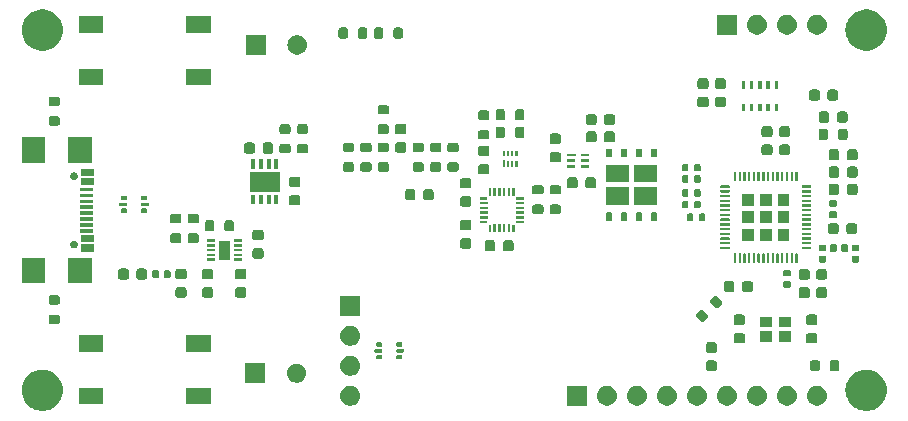
<source format=gts>
%TF.GenerationSoftware,KiCad,Pcbnew,8.0.2*%
%TF.CreationDate,2024-06-21T01:26:05+01:00*%
%TF.ProjectId,ESP32S3_PCB_V1,45535033-3253-4335-9f50-43425f56312e,1*%
%TF.SameCoordinates,Original*%
%TF.FileFunction,Soldermask,Top*%
%TF.FilePolarity,Negative*%
%FSLAX46Y46*%
G04 Gerber Fmt 4.6, Leading zero omitted, Abs format (unit mm)*
G04 Created by KiCad (PCBNEW 8.0.2) date 2024-06-21 01:26:05*
%MOMM*%
%LPD*%
G01*
G04 APERTURE LIST*
G04 APERTURE END LIST*
G36*
X114139412Y-108043876D02*
G01*
X114389347Y-108120971D01*
X114625000Y-108234456D01*
X114841107Y-108381795D01*
X115032841Y-108559698D01*
X115195918Y-108764190D01*
X115326696Y-108990703D01*
X115422252Y-109234178D01*
X115480454Y-109489176D01*
X115500000Y-109750000D01*
X115480454Y-110010824D01*
X115422252Y-110265822D01*
X115326696Y-110509297D01*
X115195918Y-110735810D01*
X115032841Y-110940302D01*
X114841107Y-111118205D01*
X114625000Y-111265544D01*
X114389347Y-111379029D01*
X114139412Y-111456124D01*
X113880778Y-111495107D01*
X113619222Y-111495107D01*
X113360588Y-111456124D01*
X113110653Y-111379029D01*
X112875000Y-111265544D01*
X112658893Y-111118205D01*
X112467159Y-110940302D01*
X112304082Y-110735810D01*
X112173304Y-110509297D01*
X112077748Y-110265822D01*
X112019546Y-110010824D01*
X112000000Y-109750000D01*
X112019546Y-109489176D01*
X112077748Y-109234178D01*
X112173304Y-108990703D01*
X112304082Y-108764190D01*
X112467159Y-108559698D01*
X112658893Y-108381795D01*
X112875000Y-108234456D01*
X113110653Y-108120971D01*
X113360588Y-108043876D01*
X113619222Y-108004893D01*
X113880778Y-108004893D01*
X114139412Y-108043876D01*
G37*
G36*
X183889412Y-108043876D02*
G01*
X184139347Y-108120971D01*
X184375000Y-108234456D01*
X184591107Y-108381795D01*
X184782841Y-108559698D01*
X184945918Y-108764190D01*
X185076696Y-108990703D01*
X185172252Y-109234178D01*
X185230454Y-109489176D01*
X185250000Y-109750000D01*
X185230454Y-110010824D01*
X185172252Y-110265822D01*
X185076696Y-110509297D01*
X184945918Y-110735810D01*
X184782841Y-110940302D01*
X184591107Y-111118205D01*
X184375000Y-111265544D01*
X184139347Y-111379029D01*
X183889412Y-111456124D01*
X183630778Y-111495107D01*
X183369222Y-111495107D01*
X183110588Y-111456124D01*
X182860653Y-111379029D01*
X182625000Y-111265544D01*
X182408893Y-111118205D01*
X182217159Y-110940302D01*
X182054082Y-110735810D01*
X181923304Y-110509297D01*
X181827748Y-110265822D01*
X181769546Y-110010824D01*
X181750000Y-109750000D01*
X181769546Y-109489176D01*
X181827748Y-109234178D01*
X181923304Y-108990703D01*
X182054082Y-108764190D01*
X182217159Y-108559698D01*
X182408893Y-108381795D01*
X182625000Y-108234456D01*
X182860653Y-108120971D01*
X183110588Y-108043876D01*
X183369222Y-108004893D01*
X183630778Y-108004893D01*
X183889412Y-108043876D01*
G37*
G36*
X140087664Y-109409103D02*
G01*
X140250000Y-109481379D01*
X140393761Y-109585828D01*
X140512664Y-109717884D01*
X140601514Y-109871775D01*
X140656425Y-110040776D01*
X140675000Y-110217501D01*
X140656425Y-110394226D01*
X140601514Y-110563227D01*
X140512664Y-110717118D01*
X140393761Y-110849174D01*
X140250000Y-110953623D01*
X140087664Y-111025899D01*
X139913849Y-111062845D01*
X139736151Y-111062845D01*
X139562336Y-111025899D01*
X139400000Y-110953623D01*
X139256239Y-110849174D01*
X139137336Y-110717118D01*
X139048486Y-110563227D01*
X138993575Y-110394226D01*
X138975000Y-110217501D01*
X138993575Y-110040776D01*
X139048486Y-109871775D01*
X139137336Y-109717884D01*
X139256239Y-109585828D01*
X139400000Y-109481379D01*
X139562336Y-109409103D01*
X139736151Y-109372157D01*
X139913849Y-109372157D01*
X140087664Y-109409103D01*
G37*
G36*
X159850000Y-111050000D02*
G01*
X158150000Y-111050000D01*
X158150000Y-109350000D01*
X159850000Y-109350000D01*
X159850000Y-111050000D01*
G37*
G36*
X161802664Y-109391602D02*
G01*
X161965000Y-109463878D01*
X162108761Y-109568327D01*
X162227664Y-109700383D01*
X162316514Y-109854274D01*
X162371425Y-110023275D01*
X162390000Y-110200000D01*
X162371425Y-110376725D01*
X162316514Y-110545726D01*
X162227664Y-110699617D01*
X162108761Y-110831673D01*
X161965000Y-110936122D01*
X161802664Y-111008398D01*
X161628849Y-111045344D01*
X161451151Y-111045344D01*
X161277336Y-111008398D01*
X161115000Y-110936122D01*
X160971239Y-110831673D01*
X160852336Y-110699617D01*
X160763486Y-110545726D01*
X160708575Y-110376725D01*
X160690000Y-110200000D01*
X160708575Y-110023275D01*
X160763486Y-109854274D01*
X160852336Y-109700383D01*
X160971239Y-109568327D01*
X161115000Y-109463878D01*
X161277336Y-109391602D01*
X161451151Y-109354656D01*
X161628849Y-109354656D01*
X161802664Y-109391602D01*
G37*
G36*
X164342664Y-109391602D02*
G01*
X164505000Y-109463878D01*
X164648761Y-109568327D01*
X164767664Y-109700383D01*
X164856514Y-109854274D01*
X164911425Y-110023275D01*
X164930000Y-110200000D01*
X164911425Y-110376725D01*
X164856514Y-110545726D01*
X164767664Y-110699617D01*
X164648761Y-110831673D01*
X164505000Y-110936122D01*
X164342664Y-111008398D01*
X164168849Y-111045344D01*
X163991151Y-111045344D01*
X163817336Y-111008398D01*
X163655000Y-110936122D01*
X163511239Y-110831673D01*
X163392336Y-110699617D01*
X163303486Y-110545726D01*
X163248575Y-110376725D01*
X163230000Y-110200000D01*
X163248575Y-110023275D01*
X163303486Y-109854274D01*
X163392336Y-109700383D01*
X163511239Y-109568327D01*
X163655000Y-109463878D01*
X163817336Y-109391602D01*
X163991151Y-109354656D01*
X164168849Y-109354656D01*
X164342664Y-109391602D01*
G37*
G36*
X166882664Y-109391602D02*
G01*
X167045000Y-109463878D01*
X167188761Y-109568327D01*
X167307664Y-109700383D01*
X167396514Y-109854274D01*
X167451425Y-110023275D01*
X167470000Y-110200000D01*
X167451425Y-110376725D01*
X167396514Y-110545726D01*
X167307664Y-110699617D01*
X167188761Y-110831673D01*
X167045000Y-110936122D01*
X166882664Y-111008398D01*
X166708849Y-111045344D01*
X166531151Y-111045344D01*
X166357336Y-111008398D01*
X166195000Y-110936122D01*
X166051239Y-110831673D01*
X165932336Y-110699617D01*
X165843486Y-110545726D01*
X165788575Y-110376725D01*
X165770000Y-110200000D01*
X165788575Y-110023275D01*
X165843486Y-109854274D01*
X165932336Y-109700383D01*
X166051239Y-109568327D01*
X166195000Y-109463878D01*
X166357336Y-109391602D01*
X166531151Y-109354656D01*
X166708849Y-109354656D01*
X166882664Y-109391602D01*
G37*
G36*
X169422664Y-109391602D02*
G01*
X169585000Y-109463878D01*
X169728761Y-109568327D01*
X169847664Y-109700383D01*
X169936514Y-109854274D01*
X169991425Y-110023275D01*
X170010000Y-110200000D01*
X169991425Y-110376725D01*
X169936514Y-110545726D01*
X169847664Y-110699617D01*
X169728761Y-110831673D01*
X169585000Y-110936122D01*
X169422664Y-111008398D01*
X169248849Y-111045344D01*
X169071151Y-111045344D01*
X168897336Y-111008398D01*
X168735000Y-110936122D01*
X168591239Y-110831673D01*
X168472336Y-110699617D01*
X168383486Y-110545726D01*
X168328575Y-110376725D01*
X168310000Y-110200000D01*
X168328575Y-110023275D01*
X168383486Y-109854274D01*
X168472336Y-109700383D01*
X168591239Y-109568327D01*
X168735000Y-109463878D01*
X168897336Y-109391602D01*
X169071151Y-109354656D01*
X169248849Y-109354656D01*
X169422664Y-109391602D01*
G37*
G36*
X171962664Y-109391602D02*
G01*
X172125000Y-109463878D01*
X172268761Y-109568327D01*
X172387664Y-109700383D01*
X172476514Y-109854274D01*
X172531425Y-110023275D01*
X172550000Y-110200000D01*
X172531425Y-110376725D01*
X172476514Y-110545726D01*
X172387664Y-110699617D01*
X172268761Y-110831673D01*
X172125000Y-110936122D01*
X171962664Y-111008398D01*
X171788849Y-111045344D01*
X171611151Y-111045344D01*
X171437336Y-111008398D01*
X171275000Y-110936122D01*
X171131239Y-110831673D01*
X171012336Y-110699617D01*
X170923486Y-110545726D01*
X170868575Y-110376725D01*
X170850000Y-110200000D01*
X170868575Y-110023275D01*
X170923486Y-109854274D01*
X171012336Y-109700383D01*
X171131239Y-109568327D01*
X171275000Y-109463878D01*
X171437336Y-109391602D01*
X171611151Y-109354656D01*
X171788849Y-109354656D01*
X171962664Y-109391602D01*
G37*
G36*
X174502664Y-109391602D02*
G01*
X174665000Y-109463878D01*
X174808761Y-109568327D01*
X174927664Y-109700383D01*
X175016514Y-109854274D01*
X175071425Y-110023275D01*
X175090000Y-110200000D01*
X175071425Y-110376725D01*
X175016514Y-110545726D01*
X174927664Y-110699617D01*
X174808761Y-110831673D01*
X174665000Y-110936122D01*
X174502664Y-111008398D01*
X174328849Y-111045344D01*
X174151151Y-111045344D01*
X173977336Y-111008398D01*
X173815000Y-110936122D01*
X173671239Y-110831673D01*
X173552336Y-110699617D01*
X173463486Y-110545726D01*
X173408575Y-110376725D01*
X173390000Y-110200000D01*
X173408575Y-110023275D01*
X173463486Y-109854274D01*
X173552336Y-109700383D01*
X173671239Y-109568327D01*
X173815000Y-109463878D01*
X173977336Y-109391602D01*
X174151151Y-109354656D01*
X174328849Y-109354656D01*
X174502664Y-109391602D01*
G37*
G36*
X177042664Y-109391602D02*
G01*
X177205000Y-109463878D01*
X177348761Y-109568327D01*
X177467664Y-109700383D01*
X177556514Y-109854274D01*
X177611425Y-110023275D01*
X177630000Y-110200000D01*
X177611425Y-110376725D01*
X177556514Y-110545726D01*
X177467664Y-110699617D01*
X177348761Y-110831673D01*
X177205000Y-110936122D01*
X177042664Y-111008398D01*
X176868849Y-111045344D01*
X176691151Y-111045344D01*
X176517336Y-111008398D01*
X176355000Y-110936122D01*
X176211239Y-110831673D01*
X176092336Y-110699617D01*
X176003486Y-110545726D01*
X175948575Y-110376725D01*
X175930000Y-110200000D01*
X175948575Y-110023275D01*
X176003486Y-109854274D01*
X176092336Y-109700383D01*
X176211239Y-109568327D01*
X176355000Y-109463878D01*
X176517336Y-109391602D01*
X176691151Y-109354656D01*
X176868849Y-109354656D01*
X177042664Y-109391602D01*
G37*
G36*
X179582664Y-109391602D02*
G01*
X179745000Y-109463878D01*
X179888761Y-109568327D01*
X180007664Y-109700383D01*
X180096514Y-109854274D01*
X180151425Y-110023275D01*
X180170000Y-110200000D01*
X180151425Y-110376725D01*
X180096514Y-110545726D01*
X180007664Y-110699617D01*
X179888761Y-110831673D01*
X179745000Y-110936122D01*
X179582664Y-111008398D01*
X179408849Y-111045344D01*
X179231151Y-111045344D01*
X179057336Y-111008398D01*
X178895000Y-110936122D01*
X178751239Y-110831673D01*
X178632336Y-110699617D01*
X178543486Y-110545726D01*
X178488575Y-110376725D01*
X178470000Y-110200000D01*
X178488575Y-110023275D01*
X178543486Y-109854274D01*
X178632336Y-109700383D01*
X178751239Y-109568327D01*
X178895000Y-109463878D01*
X179057336Y-109391602D01*
X179231151Y-109354656D01*
X179408849Y-109354656D01*
X179582664Y-109391602D01*
G37*
G36*
X118925000Y-110930000D02*
G01*
X116825000Y-110930000D01*
X116825000Y-109530000D01*
X118925000Y-109530000D01*
X118925000Y-110930000D01*
G37*
G36*
X128025000Y-110930000D02*
G01*
X125925000Y-110930000D01*
X125925000Y-109530000D01*
X128025000Y-109530000D01*
X128025000Y-110930000D01*
G37*
G36*
X132600000Y-109125000D02*
G01*
X130950000Y-109125000D01*
X130950000Y-107475000D01*
X132600000Y-107475000D01*
X132600000Y-109125000D01*
G37*
G36*
X135529939Y-107515378D02*
G01*
X135687500Y-107585529D01*
X135827033Y-107686906D01*
X135942439Y-107815077D01*
X136028675Y-107964442D01*
X136081972Y-108128473D01*
X136100000Y-108300000D01*
X136081972Y-108471527D01*
X136028675Y-108635558D01*
X135942439Y-108784923D01*
X135827033Y-108913094D01*
X135687500Y-109014471D01*
X135529939Y-109084622D01*
X135361236Y-109120481D01*
X135188764Y-109120481D01*
X135020061Y-109084622D01*
X134862500Y-109014471D01*
X134722967Y-108913094D01*
X134607561Y-108784923D01*
X134521325Y-108635558D01*
X134468028Y-108471527D01*
X134450000Y-108300000D01*
X134468028Y-108128473D01*
X134521325Y-107964442D01*
X134607561Y-107815077D01*
X134722967Y-107686906D01*
X134862500Y-107585529D01*
X135020061Y-107515378D01*
X135188764Y-107479519D01*
X135361236Y-107479519D01*
X135529939Y-107515378D01*
G37*
G36*
X140087664Y-106869102D02*
G01*
X140250000Y-106941378D01*
X140393761Y-107045827D01*
X140512664Y-107177883D01*
X140601514Y-107331774D01*
X140656425Y-107500775D01*
X140675000Y-107677500D01*
X140656425Y-107854225D01*
X140601514Y-108023226D01*
X140512664Y-108177117D01*
X140393761Y-108309173D01*
X140250000Y-108413622D01*
X140087664Y-108485898D01*
X139913849Y-108522844D01*
X139736151Y-108522844D01*
X139562336Y-108485898D01*
X139400000Y-108413622D01*
X139256239Y-108309173D01*
X139137336Y-108177117D01*
X139048486Y-108023226D01*
X138993575Y-107854225D01*
X138975000Y-107677500D01*
X138993575Y-107500775D01*
X139048486Y-107331774D01*
X139137336Y-107177883D01*
X139256239Y-107045827D01*
X139400000Y-106941378D01*
X139562336Y-106869102D01*
X139736151Y-106832156D01*
X139913849Y-106832156D01*
X140087664Y-106869102D01*
G37*
G36*
X179451537Y-107190224D02*
G01*
X179516421Y-107233579D01*
X179559776Y-107298463D01*
X179575000Y-107375000D01*
X179575000Y-107925000D01*
X179559776Y-108001537D01*
X179516421Y-108066421D01*
X179451537Y-108109776D01*
X179375000Y-108125000D01*
X178975000Y-108125000D01*
X178898463Y-108109776D01*
X178833579Y-108066421D01*
X178790224Y-108001537D01*
X178775000Y-107925000D01*
X178775000Y-107375000D01*
X178790224Y-107298463D01*
X178833579Y-107233579D01*
X178898463Y-107190224D01*
X178975000Y-107175000D01*
X179375000Y-107175000D01*
X179451537Y-107190224D01*
G37*
G36*
X181101537Y-107190224D02*
G01*
X181166421Y-107233579D01*
X181209776Y-107298463D01*
X181225000Y-107375000D01*
X181225000Y-107925000D01*
X181209776Y-108001537D01*
X181166421Y-108066421D01*
X181101537Y-108109776D01*
X181025000Y-108125000D01*
X180625000Y-108125000D01*
X180548463Y-108109776D01*
X180483579Y-108066421D01*
X180440224Y-108001537D01*
X180425000Y-107925000D01*
X180425000Y-107375000D01*
X180440224Y-107298463D01*
X180483579Y-107233579D01*
X180548463Y-107190224D01*
X180625000Y-107175000D01*
X181025000Y-107175000D01*
X181101537Y-107190224D01*
G37*
G36*
X170736104Y-107232127D02*
G01*
X170809099Y-107280901D01*
X170857873Y-107353896D01*
X170875000Y-107440000D01*
X170875000Y-107890000D01*
X170857873Y-107976104D01*
X170809099Y-108049099D01*
X170736104Y-108097873D01*
X170650000Y-108115000D01*
X170150000Y-108115000D01*
X170063896Y-108097873D01*
X169990901Y-108049099D01*
X169942127Y-107976104D01*
X169925000Y-107890000D01*
X169925000Y-107440000D01*
X169942127Y-107353896D01*
X169990901Y-107280901D01*
X170063896Y-107232127D01*
X170150000Y-107215000D01*
X170650000Y-107215000D01*
X170736104Y-107232127D01*
G37*
G36*
X142467127Y-106757136D02*
G01*
X142497541Y-106777459D01*
X142517864Y-106807873D01*
X142525000Y-106843750D01*
X142525000Y-107031250D01*
X142517864Y-107067127D01*
X142497541Y-107097541D01*
X142467127Y-107117864D01*
X142431250Y-107125000D01*
X142118750Y-107125000D01*
X142082873Y-107117864D01*
X142052459Y-107097541D01*
X142032136Y-107067127D01*
X142025000Y-107031250D01*
X142025000Y-106843750D01*
X142032136Y-106807873D01*
X142052459Y-106777459D01*
X142082873Y-106757136D01*
X142118750Y-106750000D01*
X142431250Y-106750000D01*
X142467127Y-106757136D01*
G37*
G36*
X144167127Y-106757136D02*
G01*
X144197541Y-106777459D01*
X144217864Y-106807873D01*
X144225000Y-106843750D01*
X144225000Y-107031250D01*
X144217864Y-107067127D01*
X144197541Y-107097541D01*
X144167127Y-107117864D01*
X144131250Y-107125000D01*
X143818750Y-107125000D01*
X143782873Y-107117864D01*
X143752459Y-107097541D01*
X143732136Y-107067127D01*
X143725000Y-107031250D01*
X143725000Y-106843750D01*
X143732136Y-106807873D01*
X143752459Y-106777459D01*
X143782873Y-106757136D01*
X143818750Y-106750000D01*
X144131250Y-106750000D01*
X144167127Y-106757136D01*
G37*
G36*
X170736104Y-105682127D02*
G01*
X170809099Y-105730901D01*
X170857873Y-105803896D01*
X170875000Y-105890000D01*
X170875000Y-106340000D01*
X170857873Y-106426104D01*
X170809099Y-106499099D01*
X170736104Y-106547873D01*
X170650000Y-106565000D01*
X170150000Y-106565000D01*
X170063896Y-106547873D01*
X169990901Y-106499099D01*
X169942127Y-106426104D01*
X169925000Y-106340000D01*
X169925000Y-105890000D01*
X169942127Y-105803896D01*
X169990901Y-105730901D01*
X170063896Y-105682127D01*
X170150000Y-105665000D01*
X170650000Y-105665000D01*
X170736104Y-105682127D01*
G37*
G36*
X142478701Y-106255709D02*
G01*
X142503033Y-106271967D01*
X142519291Y-106296299D01*
X142525000Y-106325000D01*
X142525000Y-106475000D01*
X142519291Y-106503701D01*
X142503033Y-106528033D01*
X142478701Y-106544291D01*
X142450000Y-106550000D01*
X141950000Y-106550000D01*
X141921299Y-106544291D01*
X141896967Y-106528033D01*
X141880709Y-106503701D01*
X141875000Y-106475000D01*
X141875000Y-106325000D01*
X141880709Y-106296299D01*
X141896967Y-106271967D01*
X141921299Y-106255709D01*
X141950000Y-106250000D01*
X142450000Y-106250000D01*
X142478701Y-106255709D01*
G37*
G36*
X144328701Y-106255709D02*
G01*
X144353033Y-106271967D01*
X144369291Y-106296299D01*
X144375000Y-106325000D01*
X144375000Y-106475000D01*
X144369291Y-106503701D01*
X144353033Y-106528033D01*
X144328701Y-106544291D01*
X144300000Y-106550000D01*
X143800000Y-106550000D01*
X143771299Y-106544291D01*
X143746967Y-106528033D01*
X143730709Y-106503701D01*
X143725000Y-106475000D01*
X143725000Y-106325000D01*
X143730709Y-106296299D01*
X143746967Y-106271967D01*
X143771299Y-106255709D01*
X143800000Y-106250000D01*
X144300000Y-106250000D01*
X144328701Y-106255709D01*
G37*
G36*
X118925000Y-106470000D02*
G01*
X116825000Y-106470000D01*
X116825000Y-105070000D01*
X118925000Y-105070000D01*
X118925000Y-106470000D01*
G37*
G36*
X128025000Y-106470000D02*
G01*
X125925000Y-106470000D01*
X125925000Y-105070000D01*
X128025000Y-105070000D01*
X128025000Y-106470000D01*
G37*
G36*
X142467127Y-105682136D02*
G01*
X142497541Y-105702459D01*
X142517864Y-105732873D01*
X142525000Y-105768750D01*
X142525000Y-105956250D01*
X142517864Y-105992127D01*
X142497541Y-106022541D01*
X142467127Y-106042864D01*
X142431250Y-106050000D01*
X142118750Y-106050000D01*
X142082873Y-106042864D01*
X142052459Y-106022541D01*
X142032136Y-105992127D01*
X142025000Y-105956250D01*
X142025000Y-105768750D01*
X142032136Y-105732873D01*
X142052459Y-105702459D01*
X142082873Y-105682136D01*
X142118750Y-105675000D01*
X142431250Y-105675000D01*
X142467127Y-105682136D01*
G37*
G36*
X144167127Y-105682136D02*
G01*
X144197541Y-105702459D01*
X144217864Y-105732873D01*
X144225000Y-105768750D01*
X144225000Y-105956250D01*
X144217864Y-105992127D01*
X144197541Y-106022541D01*
X144167127Y-106042864D01*
X144131250Y-106050000D01*
X143818750Y-106050000D01*
X143782873Y-106042864D01*
X143752459Y-106022541D01*
X143732136Y-105992127D01*
X143725000Y-105956250D01*
X143725000Y-105768750D01*
X143732136Y-105732873D01*
X143752459Y-105702459D01*
X143782873Y-105682136D01*
X143818750Y-105675000D01*
X144131250Y-105675000D01*
X144167127Y-105682136D01*
G37*
G36*
X140087664Y-104329103D02*
G01*
X140250000Y-104401379D01*
X140393761Y-104505828D01*
X140512664Y-104637884D01*
X140601514Y-104791775D01*
X140656425Y-104960776D01*
X140675000Y-105137501D01*
X140656425Y-105314226D01*
X140601514Y-105483227D01*
X140512664Y-105637118D01*
X140393761Y-105769174D01*
X140250000Y-105873623D01*
X140087664Y-105945899D01*
X139913849Y-105982845D01*
X139736151Y-105982845D01*
X139562336Y-105945899D01*
X139400000Y-105873623D01*
X139256239Y-105769174D01*
X139137336Y-105637118D01*
X139048486Y-105483227D01*
X138993575Y-105314226D01*
X138975000Y-105137501D01*
X138993575Y-104960776D01*
X139048486Y-104791775D01*
X139137336Y-104637884D01*
X139256239Y-104505828D01*
X139400000Y-104401379D01*
X139562336Y-104329103D01*
X139736151Y-104292157D01*
X139913849Y-104292157D01*
X140087664Y-104329103D01*
G37*
G36*
X173086104Y-104892127D02*
G01*
X173159099Y-104940901D01*
X173207873Y-105013896D01*
X173225000Y-105100000D01*
X173225000Y-105550000D01*
X173207873Y-105636104D01*
X173159099Y-105709099D01*
X173086104Y-105757873D01*
X173000000Y-105775000D01*
X172500000Y-105775000D01*
X172413896Y-105757873D01*
X172340901Y-105709099D01*
X172292127Y-105636104D01*
X172275000Y-105550000D01*
X172275000Y-105100000D01*
X172292127Y-105013896D01*
X172340901Y-104940901D01*
X172413896Y-104892127D01*
X172500000Y-104875000D01*
X173000000Y-104875000D01*
X173086104Y-104892127D01*
G37*
G36*
X179236104Y-104892127D02*
G01*
X179309099Y-104940901D01*
X179357873Y-105013896D01*
X179375000Y-105100000D01*
X179375000Y-105550000D01*
X179357873Y-105636104D01*
X179309099Y-105709099D01*
X179236104Y-105757873D01*
X179150000Y-105775000D01*
X178650000Y-105775000D01*
X178563896Y-105757873D01*
X178490901Y-105709099D01*
X178442127Y-105636104D01*
X178425000Y-105550000D01*
X178425000Y-105100000D01*
X178442127Y-105013896D01*
X178490901Y-104940901D01*
X178563896Y-104892127D01*
X178650000Y-104875000D01*
X179150000Y-104875000D01*
X179236104Y-104892127D01*
G37*
G36*
X175500000Y-105638000D02*
G01*
X174500000Y-105638000D01*
X174500000Y-104738000D01*
X175500000Y-104738000D01*
X175500000Y-105638000D01*
G37*
G36*
X177150000Y-105638000D02*
G01*
X176150000Y-105638000D01*
X176150000Y-104738000D01*
X177150000Y-104738000D01*
X177150000Y-105638000D01*
G37*
G36*
X175500000Y-104412000D02*
G01*
X174500000Y-104412000D01*
X174500000Y-103512000D01*
X175500000Y-103512000D01*
X175500000Y-104412000D01*
G37*
G36*
X177150000Y-104412000D02*
G01*
X176150000Y-104412000D01*
X176150000Y-103512000D01*
X177150000Y-103512000D01*
X177150000Y-104412000D01*
G37*
G36*
X173086104Y-103342127D02*
G01*
X173159099Y-103390901D01*
X173207873Y-103463896D01*
X173225000Y-103550000D01*
X173225000Y-104000000D01*
X173207873Y-104086104D01*
X173159099Y-104159099D01*
X173086104Y-104207873D01*
X173000000Y-104225000D01*
X172500000Y-104225000D01*
X172413896Y-104207873D01*
X172340901Y-104159099D01*
X172292127Y-104086104D01*
X172275000Y-104000000D01*
X172275000Y-103550000D01*
X172292127Y-103463896D01*
X172340901Y-103390901D01*
X172413896Y-103342127D01*
X172500000Y-103325000D01*
X173000000Y-103325000D01*
X173086104Y-103342127D01*
G37*
G36*
X179236104Y-103342127D02*
G01*
X179309099Y-103390901D01*
X179357873Y-103463896D01*
X179375000Y-103550000D01*
X179375000Y-104000000D01*
X179357873Y-104086104D01*
X179309099Y-104159099D01*
X179236104Y-104207873D01*
X179150000Y-104225000D01*
X178650000Y-104225000D01*
X178563896Y-104207873D01*
X178490901Y-104159099D01*
X178442127Y-104086104D01*
X178425000Y-104000000D01*
X178425000Y-103550000D01*
X178442127Y-103463896D01*
X178490901Y-103390901D01*
X178563896Y-103342127D01*
X178650000Y-103325000D01*
X179150000Y-103325000D01*
X179236104Y-103342127D01*
G37*
G36*
X115101537Y-103360224D02*
G01*
X115166421Y-103403579D01*
X115209776Y-103468463D01*
X115225000Y-103545000D01*
X115225000Y-103945000D01*
X115209776Y-104021537D01*
X115166421Y-104086421D01*
X115101537Y-104129776D01*
X115025000Y-104145000D01*
X114475000Y-104145000D01*
X114398463Y-104129776D01*
X114333579Y-104086421D01*
X114290224Y-104021537D01*
X114275000Y-103945000D01*
X114275000Y-103545000D01*
X114290224Y-103468463D01*
X114333579Y-103403579D01*
X114398463Y-103360224D01*
X114475000Y-103345000D01*
X115025000Y-103345000D01*
X115101537Y-103360224D01*
G37*
G36*
X169640141Y-102912711D02*
G01*
X169705025Y-102956066D01*
X169899480Y-103150521D01*
X170091148Y-103342188D01*
X170091150Y-103342191D01*
X170093934Y-103344975D01*
X170137289Y-103409859D01*
X170152512Y-103486396D01*
X170137289Y-103562933D01*
X170093934Y-103627817D01*
X169811091Y-103910660D01*
X169746207Y-103954015D01*
X169669670Y-103969238D01*
X169593133Y-103954015D01*
X169528249Y-103910660D01*
X169245406Y-103627817D01*
X169142125Y-103524537D01*
X169142122Y-103524533D01*
X169139340Y-103521751D01*
X169095985Y-103456867D01*
X169080762Y-103380330D01*
X169095985Y-103303793D01*
X169139340Y-103238909D01*
X169142129Y-103236120D01*
X169419396Y-102958851D01*
X169419402Y-102958846D01*
X169422183Y-102956066D01*
X169487067Y-102912711D01*
X169563604Y-102897488D01*
X169640141Y-102912711D01*
G37*
G36*
X140675000Y-103447501D02*
G01*
X138975000Y-103447501D01*
X138975000Y-101747501D01*
X140675000Y-101747501D01*
X140675000Y-103447501D01*
G37*
G36*
X170806867Y-101745985D02*
G01*
X170871751Y-101789340D01*
X170977411Y-101895000D01*
X171257874Y-102175462D01*
X171257876Y-102175465D01*
X171260660Y-102178249D01*
X171304015Y-102243133D01*
X171319238Y-102319670D01*
X171304015Y-102396207D01*
X171260660Y-102461091D01*
X170977817Y-102743934D01*
X170912933Y-102787289D01*
X170836396Y-102802512D01*
X170759859Y-102787289D01*
X170694975Y-102743934D01*
X170412132Y-102461091D01*
X170308851Y-102357811D01*
X170308848Y-102357807D01*
X170306066Y-102355025D01*
X170262711Y-102290141D01*
X170247488Y-102213604D01*
X170262711Y-102137067D01*
X170306066Y-102072183D01*
X170308855Y-102069394D01*
X170586122Y-101792125D01*
X170586128Y-101792120D01*
X170588909Y-101789340D01*
X170653793Y-101745985D01*
X170730330Y-101730762D01*
X170806867Y-101745985D01*
G37*
G36*
X115101537Y-101710224D02*
G01*
X115166421Y-101753579D01*
X115209776Y-101818463D01*
X115225000Y-101895000D01*
X115225000Y-102295000D01*
X115209776Y-102371537D01*
X115166421Y-102436421D01*
X115101537Y-102479776D01*
X115025000Y-102495000D01*
X114475000Y-102495000D01*
X114398463Y-102479776D01*
X114333579Y-102436421D01*
X114290224Y-102371537D01*
X114275000Y-102295000D01*
X114275000Y-101895000D01*
X114290224Y-101818463D01*
X114333579Y-101753579D01*
X114398463Y-101710224D01*
X114475000Y-101695000D01*
X115025000Y-101695000D01*
X115101537Y-101710224D01*
G37*
G36*
X178586104Y-101042127D02*
G01*
X178659099Y-101090901D01*
X178707873Y-101163896D01*
X178725000Y-101250000D01*
X178725000Y-101700000D01*
X178707873Y-101786104D01*
X178659099Y-101859099D01*
X178586104Y-101907873D01*
X178500000Y-101925000D01*
X178000000Y-101925000D01*
X177913896Y-101907873D01*
X177840901Y-101859099D01*
X177792127Y-101786104D01*
X177775000Y-101700000D01*
X177775000Y-101250000D01*
X177792127Y-101163896D01*
X177840901Y-101090901D01*
X177913896Y-101042127D01*
X178000000Y-101025000D01*
X178500000Y-101025000D01*
X178586104Y-101042127D01*
G37*
G36*
X180061104Y-101042127D02*
G01*
X180134099Y-101090901D01*
X180182873Y-101163896D01*
X180200000Y-101250000D01*
X180200000Y-101700000D01*
X180182873Y-101786104D01*
X180134099Y-101859099D01*
X180061104Y-101907873D01*
X179975000Y-101925000D01*
X179475000Y-101925000D01*
X179388896Y-101907873D01*
X179315901Y-101859099D01*
X179267127Y-101786104D01*
X179250000Y-101700000D01*
X179250000Y-101250000D01*
X179267127Y-101163896D01*
X179315901Y-101090901D01*
X179388896Y-101042127D01*
X179475000Y-101025000D01*
X179975000Y-101025000D01*
X180061104Y-101042127D01*
G37*
G36*
X125836104Y-101017127D02*
G01*
X125909099Y-101065901D01*
X125957873Y-101138896D01*
X125975000Y-101225000D01*
X125975000Y-101675000D01*
X125957873Y-101761104D01*
X125909099Y-101834099D01*
X125836104Y-101882873D01*
X125750000Y-101900000D01*
X125250000Y-101900000D01*
X125163896Y-101882873D01*
X125090901Y-101834099D01*
X125042127Y-101761104D01*
X125025000Y-101675000D01*
X125025000Y-101225000D01*
X125042127Y-101138896D01*
X125090901Y-101065901D01*
X125163896Y-101017127D01*
X125250000Y-101000000D01*
X125750000Y-101000000D01*
X125836104Y-101017127D01*
G37*
G36*
X130886104Y-101017127D02*
G01*
X130959099Y-101065901D01*
X131007873Y-101138896D01*
X131025000Y-101225000D01*
X131025000Y-101675000D01*
X131007873Y-101761104D01*
X130959099Y-101834099D01*
X130886104Y-101882873D01*
X130800000Y-101900000D01*
X130300000Y-101900000D01*
X130213896Y-101882873D01*
X130140901Y-101834099D01*
X130092127Y-101761104D01*
X130075000Y-101675000D01*
X130075000Y-101225000D01*
X130092127Y-101138896D01*
X130140901Y-101065901D01*
X130213896Y-101017127D01*
X130300000Y-101000000D01*
X130800000Y-101000000D01*
X130886104Y-101017127D01*
G37*
G36*
X128086103Y-101017126D02*
G01*
X128159098Y-101065900D01*
X128207872Y-101138895D01*
X128224999Y-101224999D01*
X128224999Y-101674999D01*
X128207872Y-101761103D01*
X128159098Y-101834098D01*
X128086103Y-101882872D01*
X127999999Y-101899999D01*
X127499999Y-101899999D01*
X127413895Y-101882872D01*
X127340900Y-101834098D01*
X127292126Y-101761103D01*
X127274999Y-101674999D01*
X127274999Y-101224999D01*
X127292126Y-101138895D01*
X127340900Y-101065900D01*
X127413895Y-101017126D01*
X127499999Y-100999999D01*
X127999999Y-100999999D01*
X128086103Y-101017126D01*
G37*
G36*
X172211104Y-100492127D02*
G01*
X172284099Y-100540901D01*
X172332873Y-100613896D01*
X172350000Y-100700000D01*
X172350000Y-101200000D01*
X172332873Y-101286104D01*
X172284099Y-101359099D01*
X172211104Y-101407873D01*
X172125000Y-101425000D01*
X171675000Y-101425000D01*
X171588896Y-101407873D01*
X171515901Y-101359099D01*
X171467127Y-101286104D01*
X171450000Y-101200000D01*
X171450000Y-100700000D01*
X171467127Y-100613896D01*
X171515901Y-100540901D01*
X171588896Y-100492127D01*
X171675000Y-100475000D01*
X172125000Y-100475000D01*
X172211104Y-100492127D01*
G37*
G36*
X173761104Y-100492127D02*
G01*
X173834099Y-100540901D01*
X173882873Y-100613896D01*
X173900000Y-100700000D01*
X173900000Y-101200000D01*
X173882873Y-101286104D01*
X173834099Y-101359099D01*
X173761104Y-101407873D01*
X173675000Y-101425000D01*
X173225000Y-101425000D01*
X173138896Y-101407873D01*
X173065901Y-101359099D01*
X173017127Y-101286104D01*
X173000000Y-101200000D01*
X173000000Y-100700000D01*
X173017127Y-100613896D01*
X173065901Y-100540901D01*
X173138896Y-100492127D01*
X173225000Y-100475000D01*
X173675000Y-100475000D01*
X173761104Y-100492127D01*
G37*
G36*
X177028946Y-100501228D02*
G01*
X177076798Y-100533202D01*
X177108772Y-100581054D01*
X177120000Y-100637500D01*
X177120000Y-100932500D01*
X177108772Y-100988946D01*
X177076798Y-101036798D01*
X177028946Y-101068772D01*
X176972500Y-101080000D01*
X176627500Y-101080000D01*
X176571054Y-101068772D01*
X176523202Y-101036798D01*
X176491228Y-100988946D01*
X176480000Y-100932500D01*
X176480000Y-100637500D01*
X176491228Y-100581054D01*
X176523202Y-100533202D01*
X176571054Y-100501228D01*
X176627500Y-100490000D01*
X176972500Y-100490000D01*
X177028946Y-100501228D01*
G37*
G36*
X114011100Y-100689500D02*
G01*
X112004500Y-100689500D01*
X112004500Y-98530500D01*
X114011100Y-98530500D01*
X114011100Y-100689500D01*
G37*
G36*
X117941100Y-100689500D02*
G01*
X115934500Y-100689500D01*
X115934500Y-98530500D01*
X117941100Y-98530500D01*
X117941100Y-100689500D01*
G37*
G36*
X120936104Y-99442127D02*
G01*
X121009099Y-99490901D01*
X121057873Y-99563896D01*
X121075000Y-99650000D01*
X121075000Y-100150000D01*
X121057873Y-100236104D01*
X121009099Y-100309099D01*
X120936104Y-100357873D01*
X120850000Y-100375000D01*
X120400000Y-100375000D01*
X120313896Y-100357873D01*
X120240901Y-100309099D01*
X120192127Y-100236104D01*
X120175000Y-100150000D01*
X120175000Y-99650000D01*
X120192127Y-99563896D01*
X120240901Y-99490901D01*
X120313896Y-99442127D01*
X120400000Y-99425000D01*
X120850000Y-99425000D01*
X120936104Y-99442127D01*
G37*
G36*
X122486104Y-99442127D02*
G01*
X122559099Y-99490901D01*
X122607873Y-99563896D01*
X122625000Y-99650000D01*
X122625000Y-100150000D01*
X122607873Y-100236104D01*
X122559099Y-100309099D01*
X122486104Y-100357873D01*
X122400000Y-100375000D01*
X121950000Y-100375000D01*
X121863896Y-100357873D01*
X121790901Y-100309099D01*
X121742127Y-100236104D01*
X121725000Y-100150000D01*
X121725000Y-99650000D01*
X121742127Y-99563896D01*
X121790901Y-99490901D01*
X121863896Y-99442127D01*
X121950000Y-99425000D01*
X122400000Y-99425000D01*
X122486104Y-99442127D01*
G37*
G36*
X178586104Y-99492127D02*
G01*
X178659099Y-99540901D01*
X178707873Y-99613896D01*
X178725000Y-99700000D01*
X178725000Y-100150000D01*
X178707873Y-100236104D01*
X178659099Y-100309099D01*
X178586104Y-100357873D01*
X178500000Y-100375000D01*
X178000000Y-100375000D01*
X177913896Y-100357873D01*
X177840901Y-100309099D01*
X177792127Y-100236104D01*
X177775000Y-100150000D01*
X177775000Y-99700000D01*
X177792127Y-99613896D01*
X177840901Y-99540901D01*
X177913896Y-99492127D01*
X178000000Y-99475000D01*
X178500000Y-99475000D01*
X178586104Y-99492127D01*
G37*
G36*
X180061104Y-99492127D02*
G01*
X180134099Y-99540901D01*
X180182873Y-99613896D01*
X180200000Y-99700000D01*
X180200000Y-100150000D01*
X180182873Y-100236104D01*
X180134099Y-100309099D01*
X180061104Y-100357873D01*
X179975000Y-100375000D01*
X179475000Y-100375000D01*
X179388896Y-100357873D01*
X179315901Y-100309099D01*
X179267127Y-100236104D01*
X179250000Y-100150000D01*
X179250000Y-99700000D01*
X179267127Y-99613896D01*
X179315901Y-99540901D01*
X179388896Y-99492127D01*
X179475000Y-99475000D01*
X179975000Y-99475000D01*
X180061104Y-99492127D01*
G37*
G36*
X125836104Y-99467127D02*
G01*
X125909099Y-99515901D01*
X125957873Y-99588896D01*
X125975000Y-99675000D01*
X125975000Y-100125000D01*
X125957873Y-100211104D01*
X125909099Y-100284099D01*
X125836104Y-100332873D01*
X125750000Y-100350000D01*
X125250000Y-100350000D01*
X125163896Y-100332873D01*
X125090901Y-100284099D01*
X125042127Y-100211104D01*
X125025000Y-100125000D01*
X125025000Y-99675000D01*
X125042127Y-99588896D01*
X125090901Y-99515901D01*
X125163896Y-99467127D01*
X125250000Y-99450000D01*
X125750000Y-99450000D01*
X125836104Y-99467127D01*
G37*
G36*
X130886104Y-99467127D02*
G01*
X130959099Y-99515901D01*
X131007873Y-99588896D01*
X131025000Y-99675000D01*
X131025000Y-100125000D01*
X131007873Y-100211104D01*
X130959099Y-100284099D01*
X130886104Y-100332873D01*
X130800000Y-100350000D01*
X130300000Y-100350000D01*
X130213896Y-100332873D01*
X130140901Y-100284099D01*
X130092127Y-100211104D01*
X130075000Y-100125000D01*
X130075000Y-99675000D01*
X130092127Y-99588896D01*
X130140901Y-99515901D01*
X130213896Y-99467127D01*
X130300000Y-99450000D01*
X130800000Y-99450000D01*
X130886104Y-99467127D01*
G37*
G36*
X128086103Y-99467126D02*
G01*
X128159098Y-99515900D01*
X128207872Y-99588895D01*
X128224999Y-99674999D01*
X128224999Y-100124999D01*
X128207872Y-100211103D01*
X128159098Y-100284098D01*
X128086103Y-100332872D01*
X127999999Y-100349999D01*
X127499999Y-100349999D01*
X127413895Y-100332872D01*
X127340900Y-100284098D01*
X127292126Y-100211103D01*
X127274999Y-100124999D01*
X127274999Y-99674999D01*
X127292126Y-99588895D01*
X127340900Y-99515900D01*
X127413895Y-99467126D01*
X127499999Y-99449999D01*
X127999999Y-99449999D01*
X128086103Y-99467126D01*
G37*
G36*
X123543946Y-99591228D02*
G01*
X123591798Y-99623202D01*
X123623772Y-99671054D01*
X123635000Y-99727500D01*
X123635000Y-100072500D01*
X123623772Y-100128946D01*
X123591798Y-100176798D01*
X123543946Y-100208772D01*
X123487500Y-100220000D01*
X123192500Y-100220000D01*
X123136054Y-100208772D01*
X123088202Y-100176798D01*
X123056228Y-100128946D01*
X123045000Y-100072500D01*
X123045000Y-99727500D01*
X123056228Y-99671054D01*
X123088202Y-99623202D01*
X123136054Y-99591228D01*
X123192500Y-99580000D01*
X123487500Y-99580000D01*
X123543946Y-99591228D01*
G37*
G36*
X124513946Y-99591228D02*
G01*
X124561798Y-99623202D01*
X124593772Y-99671054D01*
X124605000Y-99727500D01*
X124605000Y-100072500D01*
X124593772Y-100128946D01*
X124561798Y-100176798D01*
X124513946Y-100208772D01*
X124457500Y-100220000D01*
X124162500Y-100220000D01*
X124106054Y-100208772D01*
X124058202Y-100176798D01*
X124026228Y-100128946D01*
X124015000Y-100072500D01*
X124015000Y-99727500D01*
X124026228Y-99671054D01*
X124058202Y-99623202D01*
X124106054Y-99591228D01*
X124162500Y-99580000D01*
X124457500Y-99580000D01*
X124513946Y-99591228D01*
G37*
G36*
X177028946Y-99531228D02*
G01*
X177076798Y-99563202D01*
X177108772Y-99611054D01*
X177120000Y-99667500D01*
X177120000Y-99962500D01*
X177108772Y-100018946D01*
X177076798Y-100066798D01*
X177028946Y-100098772D01*
X176972500Y-100110000D01*
X176627500Y-100110000D01*
X176571054Y-100098772D01*
X176523202Y-100066798D01*
X176491228Y-100018946D01*
X176480000Y-99962500D01*
X176480000Y-99667500D01*
X176491228Y-99611054D01*
X176523202Y-99563202D01*
X176571054Y-99531228D01*
X176627500Y-99520000D01*
X176972500Y-99520000D01*
X177028946Y-99531228D01*
G37*
G36*
X172469134Y-98153806D02*
G01*
X172485355Y-98164645D01*
X172496194Y-98180866D01*
X172500000Y-98200000D01*
X172500000Y-98900000D01*
X172496194Y-98919134D01*
X172485355Y-98935355D01*
X172469134Y-98946194D01*
X172450000Y-98950000D01*
X172350000Y-98950000D01*
X172330866Y-98946194D01*
X172314645Y-98935355D01*
X172303806Y-98919134D01*
X172300000Y-98900000D01*
X172300000Y-98200000D01*
X172303806Y-98180866D01*
X172314645Y-98164645D01*
X172330866Y-98153806D01*
X172350000Y-98150000D01*
X172450000Y-98150000D01*
X172469134Y-98153806D01*
G37*
G36*
X172869134Y-98153806D02*
G01*
X172885355Y-98164645D01*
X172896194Y-98180866D01*
X172900000Y-98200000D01*
X172900000Y-98900000D01*
X172896194Y-98919134D01*
X172885355Y-98935355D01*
X172869134Y-98946194D01*
X172850000Y-98950000D01*
X172750000Y-98950000D01*
X172730866Y-98946194D01*
X172714645Y-98935355D01*
X172703806Y-98919134D01*
X172700000Y-98900000D01*
X172700000Y-98200000D01*
X172703806Y-98180866D01*
X172714645Y-98164645D01*
X172730866Y-98153806D01*
X172750000Y-98150000D01*
X172850000Y-98150000D01*
X172869134Y-98153806D01*
G37*
G36*
X173269134Y-98153806D02*
G01*
X173285355Y-98164645D01*
X173296194Y-98180866D01*
X173300000Y-98200000D01*
X173300000Y-98900000D01*
X173296194Y-98919134D01*
X173285355Y-98935355D01*
X173269134Y-98946194D01*
X173250000Y-98950000D01*
X173150000Y-98950000D01*
X173130866Y-98946194D01*
X173114645Y-98935355D01*
X173103806Y-98919134D01*
X173100000Y-98900000D01*
X173100000Y-98200000D01*
X173103806Y-98180866D01*
X173114645Y-98164645D01*
X173130866Y-98153806D01*
X173150000Y-98150000D01*
X173250000Y-98150000D01*
X173269134Y-98153806D01*
G37*
G36*
X173669134Y-98153806D02*
G01*
X173685355Y-98164645D01*
X173696194Y-98180866D01*
X173700000Y-98200000D01*
X173700000Y-98900000D01*
X173696194Y-98919134D01*
X173685355Y-98935355D01*
X173669134Y-98946194D01*
X173650000Y-98950000D01*
X173550000Y-98950000D01*
X173530866Y-98946194D01*
X173514645Y-98935355D01*
X173503806Y-98919134D01*
X173500000Y-98900000D01*
X173500000Y-98200000D01*
X173503806Y-98180866D01*
X173514645Y-98164645D01*
X173530866Y-98153806D01*
X173550000Y-98150000D01*
X173650000Y-98150000D01*
X173669134Y-98153806D01*
G37*
G36*
X174069134Y-98153806D02*
G01*
X174085355Y-98164645D01*
X174096194Y-98180866D01*
X174100000Y-98200000D01*
X174100000Y-98900000D01*
X174096194Y-98919134D01*
X174085355Y-98935355D01*
X174069134Y-98946194D01*
X174050000Y-98950000D01*
X173950000Y-98950000D01*
X173930866Y-98946194D01*
X173914645Y-98935355D01*
X173903806Y-98919134D01*
X173900000Y-98900000D01*
X173900000Y-98200000D01*
X173903806Y-98180866D01*
X173914645Y-98164645D01*
X173930866Y-98153806D01*
X173950000Y-98150000D01*
X174050000Y-98150000D01*
X174069134Y-98153806D01*
G37*
G36*
X174469134Y-98153806D02*
G01*
X174485355Y-98164645D01*
X174496194Y-98180866D01*
X174500000Y-98200000D01*
X174500000Y-98900000D01*
X174496194Y-98919134D01*
X174485355Y-98935355D01*
X174469134Y-98946194D01*
X174450000Y-98950000D01*
X174350000Y-98950000D01*
X174330866Y-98946194D01*
X174314645Y-98935355D01*
X174303806Y-98919134D01*
X174300000Y-98900000D01*
X174300000Y-98200000D01*
X174303806Y-98180866D01*
X174314645Y-98164645D01*
X174330866Y-98153806D01*
X174350000Y-98150000D01*
X174450000Y-98150000D01*
X174469134Y-98153806D01*
G37*
G36*
X174869134Y-98153806D02*
G01*
X174885355Y-98164645D01*
X174896194Y-98180866D01*
X174900000Y-98200000D01*
X174900000Y-98900000D01*
X174896194Y-98919134D01*
X174885355Y-98935355D01*
X174869134Y-98946194D01*
X174850000Y-98950000D01*
X174750000Y-98950000D01*
X174730866Y-98946194D01*
X174714645Y-98935355D01*
X174703806Y-98919134D01*
X174700000Y-98900000D01*
X174700000Y-98200000D01*
X174703806Y-98180866D01*
X174714645Y-98164645D01*
X174730866Y-98153806D01*
X174750000Y-98150000D01*
X174850000Y-98150000D01*
X174869134Y-98153806D01*
G37*
G36*
X175269134Y-98153806D02*
G01*
X175285355Y-98164645D01*
X175296194Y-98180866D01*
X175300000Y-98200000D01*
X175300000Y-98900000D01*
X175296194Y-98919134D01*
X175285355Y-98935355D01*
X175269134Y-98946194D01*
X175250000Y-98950000D01*
X175150000Y-98950000D01*
X175130866Y-98946194D01*
X175114645Y-98935355D01*
X175103806Y-98919134D01*
X175100000Y-98900000D01*
X175100000Y-98200000D01*
X175103806Y-98180866D01*
X175114645Y-98164645D01*
X175130866Y-98153806D01*
X175150000Y-98150000D01*
X175250000Y-98150000D01*
X175269134Y-98153806D01*
G37*
G36*
X175669134Y-98153806D02*
G01*
X175685355Y-98164645D01*
X175696194Y-98180866D01*
X175700000Y-98200000D01*
X175700000Y-98900000D01*
X175696194Y-98919134D01*
X175685355Y-98935355D01*
X175669134Y-98946194D01*
X175650000Y-98950000D01*
X175550000Y-98950000D01*
X175530866Y-98946194D01*
X175514645Y-98935355D01*
X175503806Y-98919134D01*
X175500000Y-98900000D01*
X175500000Y-98200000D01*
X175503806Y-98180866D01*
X175514645Y-98164645D01*
X175530866Y-98153806D01*
X175550000Y-98150000D01*
X175650000Y-98150000D01*
X175669134Y-98153806D01*
G37*
G36*
X176069134Y-98153806D02*
G01*
X176085355Y-98164645D01*
X176096194Y-98180866D01*
X176100000Y-98200000D01*
X176100000Y-98900000D01*
X176096194Y-98919134D01*
X176085355Y-98935355D01*
X176069134Y-98946194D01*
X176050000Y-98950000D01*
X175950000Y-98950000D01*
X175930866Y-98946194D01*
X175914645Y-98935355D01*
X175903806Y-98919134D01*
X175900000Y-98900000D01*
X175900000Y-98200000D01*
X175903806Y-98180866D01*
X175914645Y-98164645D01*
X175930866Y-98153806D01*
X175950000Y-98150000D01*
X176050000Y-98150000D01*
X176069134Y-98153806D01*
G37*
G36*
X176469134Y-98153806D02*
G01*
X176485355Y-98164645D01*
X176496194Y-98180866D01*
X176500000Y-98200000D01*
X176500000Y-98900000D01*
X176496194Y-98919134D01*
X176485355Y-98935355D01*
X176469134Y-98946194D01*
X176450000Y-98950000D01*
X176350000Y-98950000D01*
X176330866Y-98946194D01*
X176314645Y-98935355D01*
X176303806Y-98919134D01*
X176300000Y-98900000D01*
X176300000Y-98200000D01*
X176303806Y-98180866D01*
X176314645Y-98164645D01*
X176330866Y-98153806D01*
X176350000Y-98150000D01*
X176450000Y-98150000D01*
X176469134Y-98153806D01*
G37*
G36*
X176869134Y-98153806D02*
G01*
X176885355Y-98164645D01*
X176896194Y-98180866D01*
X176900000Y-98200000D01*
X176900000Y-98900000D01*
X176896194Y-98919134D01*
X176885355Y-98935355D01*
X176869134Y-98946194D01*
X176850000Y-98950000D01*
X176750000Y-98950000D01*
X176730866Y-98946194D01*
X176714645Y-98935355D01*
X176703806Y-98919134D01*
X176700000Y-98900000D01*
X176700000Y-98200000D01*
X176703806Y-98180866D01*
X176714645Y-98164645D01*
X176730866Y-98153806D01*
X176750000Y-98150000D01*
X176850000Y-98150000D01*
X176869134Y-98153806D01*
G37*
G36*
X177269134Y-98153806D02*
G01*
X177285355Y-98164645D01*
X177296194Y-98180866D01*
X177300000Y-98200000D01*
X177300000Y-98900000D01*
X177296194Y-98919134D01*
X177285355Y-98935355D01*
X177269134Y-98946194D01*
X177250000Y-98950000D01*
X177150000Y-98950000D01*
X177130866Y-98946194D01*
X177114645Y-98935355D01*
X177103806Y-98919134D01*
X177100000Y-98900000D01*
X177100000Y-98200000D01*
X177103806Y-98180866D01*
X177114645Y-98164645D01*
X177130866Y-98153806D01*
X177150000Y-98150000D01*
X177250000Y-98150000D01*
X177269134Y-98153806D01*
G37*
G36*
X177669134Y-98153806D02*
G01*
X177685355Y-98164645D01*
X177696194Y-98180866D01*
X177700000Y-98200000D01*
X177700000Y-98900000D01*
X177696194Y-98919134D01*
X177685355Y-98935355D01*
X177669134Y-98946194D01*
X177650000Y-98950000D01*
X177550000Y-98950000D01*
X177530866Y-98946194D01*
X177514645Y-98935355D01*
X177503806Y-98919134D01*
X177500000Y-98900000D01*
X177500000Y-98200000D01*
X177503806Y-98180866D01*
X177514645Y-98164645D01*
X177530866Y-98153806D01*
X177550000Y-98150000D01*
X177650000Y-98150000D01*
X177669134Y-98153806D01*
G37*
G36*
X180023576Y-98385657D02*
G01*
X180068995Y-98416005D01*
X180099343Y-98461424D01*
X180110000Y-98515000D01*
X180110000Y-98795000D01*
X180099343Y-98848576D01*
X180068995Y-98893995D01*
X180023576Y-98924343D01*
X179970000Y-98935000D01*
X179630000Y-98935000D01*
X179576424Y-98924343D01*
X179531005Y-98893995D01*
X179500657Y-98848576D01*
X179490000Y-98795000D01*
X179490000Y-98515000D01*
X179500657Y-98461424D01*
X179531005Y-98416005D01*
X179576424Y-98385657D01*
X179630000Y-98375000D01*
X179970000Y-98375000D01*
X180023576Y-98385657D01*
G37*
G36*
X182823576Y-98385657D02*
G01*
X182868995Y-98416005D01*
X182899343Y-98461424D01*
X182910000Y-98515000D01*
X182910000Y-98795000D01*
X182899343Y-98848576D01*
X182868995Y-98893995D01*
X182823576Y-98924343D01*
X182770000Y-98935000D01*
X182430000Y-98935000D01*
X182376424Y-98924343D01*
X182331005Y-98893995D01*
X182300657Y-98848576D01*
X182290000Y-98795000D01*
X182290000Y-98515000D01*
X182300657Y-98461424D01*
X182331005Y-98416005D01*
X182376424Y-98385657D01*
X182430000Y-98375000D01*
X182770000Y-98375000D01*
X182823576Y-98385657D01*
G37*
G36*
X128374900Y-98776700D02*
G01*
X127714500Y-98776700D01*
X127714500Y-98573500D01*
X128374900Y-98573500D01*
X128374900Y-98776700D01*
G37*
G36*
X130635500Y-98776700D02*
G01*
X129975100Y-98776700D01*
X129975100Y-98573500D01*
X130635500Y-98573500D01*
X130635500Y-98776700D01*
G37*
G36*
X129670300Y-98675100D02*
G01*
X128679700Y-98675100D01*
X128679700Y-97074900D01*
X129670300Y-97074900D01*
X129670300Y-98675100D01*
G37*
G36*
X132346104Y-97717127D02*
G01*
X132419099Y-97765901D01*
X132467873Y-97838896D01*
X132485000Y-97925000D01*
X132485000Y-98375000D01*
X132467873Y-98461104D01*
X132419099Y-98534099D01*
X132346104Y-98582873D01*
X132260000Y-98600000D01*
X131760000Y-98600000D01*
X131673896Y-98582873D01*
X131600901Y-98534099D01*
X131552127Y-98461104D01*
X131535000Y-98375000D01*
X131535000Y-97925000D01*
X131552127Y-97838896D01*
X131600901Y-97765901D01*
X131673896Y-97717127D01*
X131760000Y-97700000D01*
X132260000Y-97700000D01*
X132346104Y-97717127D01*
G37*
G36*
X128374900Y-98376650D02*
G01*
X127714500Y-98376650D01*
X127714500Y-98173450D01*
X128374900Y-98173450D01*
X128374900Y-98376650D01*
G37*
G36*
X130635500Y-98376650D02*
G01*
X129975100Y-98376650D01*
X129975100Y-98173450D01*
X130635500Y-98173450D01*
X130635500Y-98376650D01*
G37*
G36*
X180918946Y-97391228D02*
G01*
X180966798Y-97423202D01*
X180998772Y-97471054D01*
X181010000Y-97527500D01*
X181010000Y-97872500D01*
X180998772Y-97928946D01*
X180966798Y-97976798D01*
X180918946Y-98008772D01*
X180862500Y-98020000D01*
X180567500Y-98020000D01*
X180511054Y-98008772D01*
X180463202Y-97976798D01*
X180431228Y-97928946D01*
X180420000Y-97872500D01*
X180420000Y-97527500D01*
X180431228Y-97471054D01*
X180463202Y-97423202D01*
X180511054Y-97391228D01*
X180567500Y-97380000D01*
X180862500Y-97380000D01*
X180918946Y-97391228D01*
G37*
G36*
X181888946Y-97391228D02*
G01*
X181936798Y-97423202D01*
X181968772Y-97471054D01*
X181980000Y-97527500D01*
X181980000Y-97872500D01*
X181968772Y-97928946D01*
X181936798Y-97976798D01*
X181888946Y-98008772D01*
X181832500Y-98020000D01*
X181537500Y-98020000D01*
X181481054Y-98008772D01*
X181433202Y-97976798D01*
X181401228Y-97928946D01*
X181390000Y-97872500D01*
X181390000Y-97527500D01*
X181401228Y-97471054D01*
X181433202Y-97423202D01*
X181481054Y-97391228D01*
X181537500Y-97380000D01*
X181832500Y-97380000D01*
X181888946Y-97391228D01*
G37*
G36*
X118153000Y-98004800D02*
G01*
X117027000Y-98004800D01*
X117027000Y-97395200D01*
X118153000Y-97395200D01*
X118153000Y-98004800D01*
G37*
G36*
X151956104Y-97052127D02*
G01*
X152029099Y-97100901D01*
X152077873Y-97173896D01*
X152095000Y-97260000D01*
X152095000Y-97760000D01*
X152077873Y-97846104D01*
X152029099Y-97919099D01*
X151956104Y-97967873D01*
X151870000Y-97985000D01*
X151420000Y-97985000D01*
X151333896Y-97967873D01*
X151260901Y-97919099D01*
X151212127Y-97846104D01*
X151195000Y-97760000D01*
X151195000Y-97260000D01*
X151212127Y-97173896D01*
X151260901Y-97100901D01*
X151333896Y-97052127D01*
X151420000Y-97035000D01*
X151870000Y-97035000D01*
X151956104Y-97052127D01*
G37*
G36*
X153506104Y-97052127D02*
G01*
X153579099Y-97100901D01*
X153627873Y-97173896D01*
X153645000Y-97260000D01*
X153645000Y-97760000D01*
X153627873Y-97846104D01*
X153579099Y-97919099D01*
X153506104Y-97967873D01*
X153420000Y-97985000D01*
X152970000Y-97985000D01*
X152883896Y-97967873D01*
X152810901Y-97919099D01*
X152762127Y-97846104D01*
X152745000Y-97760000D01*
X152745000Y-97260000D01*
X152762127Y-97173896D01*
X152810901Y-97100901D01*
X152883896Y-97052127D01*
X152970000Y-97035000D01*
X153420000Y-97035000D01*
X153506104Y-97052127D01*
G37*
G36*
X128374900Y-97976600D02*
G01*
X127714500Y-97976600D01*
X127714500Y-97773400D01*
X128374900Y-97773400D01*
X128374900Y-97976600D01*
G37*
G36*
X130635500Y-97976600D02*
G01*
X129975100Y-97976600D01*
X129975100Y-97773400D01*
X130635500Y-97773400D01*
X130635500Y-97976600D01*
G37*
G36*
X180023576Y-97425657D02*
G01*
X180068995Y-97456005D01*
X180099343Y-97501424D01*
X180110000Y-97555000D01*
X180110000Y-97835000D01*
X180099343Y-97888576D01*
X180068995Y-97933995D01*
X180023576Y-97964343D01*
X179970000Y-97975000D01*
X179630000Y-97975000D01*
X179576424Y-97964343D01*
X179531005Y-97933995D01*
X179500657Y-97888576D01*
X179490000Y-97835000D01*
X179490000Y-97555000D01*
X179500657Y-97501424D01*
X179531005Y-97456005D01*
X179576424Y-97425657D01*
X179630000Y-97415000D01*
X179970000Y-97415000D01*
X180023576Y-97425657D01*
G37*
G36*
X182823576Y-97425657D02*
G01*
X182868995Y-97456005D01*
X182899343Y-97501424D01*
X182910000Y-97555000D01*
X182910000Y-97835000D01*
X182899343Y-97888576D01*
X182868995Y-97933995D01*
X182823576Y-97964343D01*
X182770000Y-97975000D01*
X182430000Y-97975000D01*
X182376424Y-97964343D01*
X182331005Y-97933995D01*
X182300657Y-97888576D01*
X182290000Y-97835000D01*
X182290000Y-97555000D01*
X182300657Y-97501424D01*
X182331005Y-97456005D01*
X182376424Y-97425657D01*
X182430000Y-97415000D01*
X182770000Y-97415000D01*
X182823576Y-97425657D01*
G37*
G36*
X171919134Y-97603806D02*
G01*
X171935355Y-97614645D01*
X171946194Y-97630866D01*
X171950000Y-97650000D01*
X171950000Y-97750000D01*
X171946194Y-97769134D01*
X171935355Y-97785355D01*
X171919134Y-97796194D01*
X171900000Y-97800000D01*
X171200000Y-97800000D01*
X171180866Y-97796194D01*
X171164645Y-97785355D01*
X171153806Y-97769134D01*
X171150000Y-97750000D01*
X171150000Y-97650000D01*
X171153806Y-97630866D01*
X171164645Y-97614645D01*
X171180866Y-97603806D01*
X171200000Y-97600000D01*
X171900000Y-97600000D01*
X171919134Y-97603806D01*
G37*
G36*
X178819134Y-97603806D02*
G01*
X178835355Y-97614645D01*
X178846194Y-97630866D01*
X178850000Y-97650000D01*
X178850000Y-97750000D01*
X178846194Y-97769134D01*
X178835355Y-97785355D01*
X178819134Y-97796194D01*
X178800000Y-97800000D01*
X178100000Y-97800000D01*
X178080866Y-97796194D01*
X178064645Y-97785355D01*
X178053806Y-97769134D01*
X178050000Y-97750000D01*
X178050000Y-97650000D01*
X178053806Y-97630866D01*
X178064645Y-97614645D01*
X178080866Y-97603806D01*
X178100000Y-97600000D01*
X178800000Y-97600000D01*
X178819134Y-97603806D01*
G37*
G36*
X149936104Y-96867127D02*
G01*
X150009099Y-96915901D01*
X150057873Y-96988896D01*
X150075000Y-97075000D01*
X150075000Y-97525000D01*
X150057873Y-97611104D01*
X150009099Y-97684099D01*
X149936104Y-97732873D01*
X149850000Y-97750000D01*
X149350000Y-97750000D01*
X149263896Y-97732873D01*
X149190901Y-97684099D01*
X149142127Y-97611104D01*
X149125000Y-97525000D01*
X149125000Y-97075000D01*
X149142127Y-96988896D01*
X149190901Y-96915901D01*
X149263896Y-96867127D01*
X149350000Y-96850000D01*
X149850000Y-96850000D01*
X149936104Y-96867127D01*
G37*
G36*
X116466319Y-97064817D02*
G01*
X116495139Y-97064817D01*
X116517341Y-97072897D01*
X116539686Y-97076437D01*
X116571247Y-97092518D01*
X116602900Y-97104039D01*
X116616878Y-97115768D01*
X116631591Y-97123265D01*
X116661728Y-97153402D01*
X116690748Y-97177753D01*
X116697126Y-97188800D01*
X116704535Y-97196209D01*
X116728056Y-97242372D01*
X116748087Y-97277066D01*
X116749332Y-97284128D01*
X116751363Y-97288114D01*
X116763086Y-97362132D01*
X116768000Y-97390001D01*
X116763085Y-97417872D01*
X116751363Y-97491887D01*
X116749332Y-97495871D01*
X116748087Y-97502936D01*
X116728052Y-97537636D01*
X116704535Y-97583792D01*
X116697127Y-97591199D01*
X116690748Y-97602249D01*
X116661722Y-97626604D01*
X116631591Y-97656736D01*
X116616881Y-97664230D01*
X116602900Y-97675963D01*
X116571240Y-97687486D01*
X116539686Y-97703564D01*
X116517345Y-97707102D01*
X116495139Y-97715185D01*
X116466313Y-97715185D01*
X116437800Y-97719701D01*
X116409287Y-97715185D01*
X116380461Y-97715185D01*
X116358254Y-97707102D01*
X116335913Y-97703564D01*
X116304356Y-97687484D01*
X116272700Y-97675963D01*
X116258719Y-97664231D01*
X116244008Y-97656736D01*
X116213871Y-97626599D01*
X116184852Y-97602249D01*
X116178473Y-97591201D01*
X116171064Y-97583792D01*
X116147539Y-97537621D01*
X116127513Y-97502936D01*
X116126267Y-97495874D01*
X116124236Y-97491887D01*
X116112504Y-97417816D01*
X116107600Y-97390001D01*
X116112504Y-97362188D01*
X116124236Y-97288114D01*
X116126268Y-97284125D01*
X116127513Y-97277066D01*
X116147534Y-97242387D01*
X116171064Y-97196209D01*
X116178475Y-97188797D01*
X116184852Y-97177753D01*
X116213865Y-97153407D01*
X116244008Y-97123265D01*
X116258722Y-97115767D01*
X116272700Y-97104039D01*
X116304349Y-97092519D01*
X116335913Y-97076437D01*
X116358259Y-97072897D01*
X116380461Y-97064817D01*
X116409280Y-97064817D01*
X116437800Y-97060300D01*
X116466319Y-97064817D01*
G37*
G36*
X128374900Y-97576550D02*
G01*
X127714500Y-97576550D01*
X127714500Y-97373350D01*
X128374900Y-97373350D01*
X128374900Y-97576550D01*
G37*
G36*
X130635500Y-97576550D02*
G01*
X129975100Y-97576550D01*
X129975100Y-97373350D01*
X130635500Y-97373350D01*
X130635500Y-97576550D01*
G37*
G36*
X171919134Y-97203806D02*
G01*
X171935355Y-97214645D01*
X171946194Y-97230866D01*
X171950000Y-97250000D01*
X171950000Y-97350000D01*
X171946194Y-97369134D01*
X171935355Y-97385355D01*
X171919134Y-97396194D01*
X171900000Y-97400000D01*
X171200000Y-97400000D01*
X171180866Y-97396194D01*
X171164645Y-97385355D01*
X171153806Y-97369134D01*
X171150000Y-97350000D01*
X171150000Y-97250000D01*
X171153806Y-97230866D01*
X171164645Y-97214645D01*
X171180866Y-97203806D01*
X171200000Y-97200000D01*
X171900000Y-97200000D01*
X171919134Y-97203806D01*
G37*
G36*
X178819134Y-97203806D02*
G01*
X178835355Y-97214645D01*
X178846194Y-97230866D01*
X178850000Y-97250000D01*
X178850000Y-97350000D01*
X178846194Y-97369134D01*
X178835355Y-97385355D01*
X178819134Y-97396194D01*
X178800000Y-97400000D01*
X178100000Y-97400000D01*
X178080866Y-97396194D01*
X178064645Y-97385355D01*
X178053806Y-97369134D01*
X178050000Y-97350000D01*
X178050000Y-97250000D01*
X178053806Y-97230866D01*
X178064645Y-97214645D01*
X178080866Y-97203806D01*
X178100000Y-97200000D01*
X178800000Y-97200000D01*
X178819134Y-97203806D01*
G37*
G36*
X125401535Y-96465225D02*
G01*
X125466419Y-96508580D01*
X125509774Y-96573464D01*
X125524998Y-96650001D01*
X125524998Y-97050001D01*
X125509774Y-97126538D01*
X125466419Y-97191422D01*
X125401535Y-97234777D01*
X125324998Y-97250001D01*
X124774998Y-97250001D01*
X124698461Y-97234777D01*
X124633577Y-97191422D01*
X124590222Y-97126538D01*
X124574998Y-97050001D01*
X124574998Y-96650001D01*
X124590222Y-96573464D01*
X124633577Y-96508580D01*
X124698461Y-96465225D01*
X124774998Y-96450001D01*
X125324998Y-96450001D01*
X125401535Y-96465225D01*
G37*
G36*
X126876536Y-96465223D02*
G01*
X126941420Y-96508578D01*
X126984775Y-96573462D01*
X126999999Y-96649999D01*
X126999999Y-97049999D01*
X126984775Y-97126536D01*
X126941420Y-97191420D01*
X126876536Y-97234775D01*
X126799999Y-97249999D01*
X126249999Y-97249999D01*
X126173462Y-97234775D01*
X126108578Y-97191420D01*
X126065223Y-97126536D01*
X126049999Y-97049999D01*
X126049999Y-96649999D01*
X126065223Y-96573462D01*
X126108578Y-96508578D01*
X126173462Y-96465223D01*
X126249999Y-96449999D01*
X126799999Y-96449999D01*
X126876536Y-96465223D01*
G37*
G36*
X118123000Y-97204800D02*
G01*
X116997000Y-97204800D01*
X116997000Y-96595200D01*
X118123000Y-96595200D01*
X118123000Y-97204800D01*
G37*
G36*
X128374900Y-97176500D02*
G01*
X127714500Y-97176500D01*
X127714500Y-96973300D01*
X128374900Y-96973300D01*
X128374900Y-97176500D01*
G37*
G36*
X130635500Y-97176500D02*
G01*
X129975100Y-97176500D01*
X129975100Y-96973300D01*
X130635500Y-96973300D01*
X130635500Y-97176500D01*
G37*
G36*
X174000000Y-97100000D02*
G01*
X173000000Y-97100000D01*
X173000000Y-96100000D01*
X174000000Y-96100000D01*
X174000000Y-97100000D01*
G37*
G36*
X175500000Y-97100000D02*
G01*
X174500000Y-97100000D01*
X174500000Y-96100000D01*
X175500000Y-96100000D01*
X175500000Y-97100000D01*
G37*
G36*
X177000000Y-97100000D02*
G01*
X176000000Y-97100000D01*
X176000000Y-96100000D01*
X177000000Y-96100000D01*
X177000000Y-97100000D01*
G37*
G36*
X132346104Y-96167127D02*
G01*
X132419099Y-96215901D01*
X132467873Y-96288896D01*
X132485000Y-96375000D01*
X132485000Y-96825000D01*
X132467873Y-96911104D01*
X132419099Y-96984099D01*
X132346104Y-97032873D01*
X132260000Y-97050000D01*
X131760000Y-97050000D01*
X131673896Y-97032873D01*
X131600901Y-96984099D01*
X131552127Y-96911104D01*
X131535000Y-96825000D01*
X131535000Y-96375000D01*
X131552127Y-96288896D01*
X131600901Y-96215901D01*
X131673896Y-96167127D01*
X131760000Y-96150000D01*
X132260000Y-96150000D01*
X132346104Y-96167127D01*
G37*
G36*
X171919134Y-96803806D02*
G01*
X171935355Y-96814645D01*
X171946194Y-96830866D01*
X171950000Y-96850000D01*
X171950000Y-96950000D01*
X171946194Y-96969134D01*
X171935355Y-96985355D01*
X171919134Y-96996194D01*
X171900000Y-97000000D01*
X171200000Y-97000000D01*
X171180866Y-96996194D01*
X171164645Y-96985355D01*
X171153806Y-96969134D01*
X171150000Y-96950000D01*
X171150000Y-96850000D01*
X171153806Y-96830866D01*
X171164645Y-96814645D01*
X171180866Y-96803806D01*
X171200000Y-96800000D01*
X171900000Y-96800000D01*
X171919134Y-96803806D01*
G37*
G36*
X178819134Y-96803806D02*
G01*
X178835355Y-96814645D01*
X178846194Y-96830866D01*
X178850000Y-96850000D01*
X178850000Y-96950000D01*
X178846194Y-96969134D01*
X178835355Y-96985355D01*
X178819134Y-96996194D01*
X178800000Y-97000000D01*
X178100000Y-97000000D01*
X178080866Y-96996194D01*
X178064645Y-96985355D01*
X178053806Y-96969134D01*
X178050000Y-96950000D01*
X178050000Y-96850000D01*
X178053806Y-96830866D01*
X178064645Y-96814645D01*
X178080866Y-96803806D01*
X178100000Y-96800000D01*
X178800000Y-96800000D01*
X178819134Y-96803806D01*
G37*
G36*
X171919134Y-96403806D02*
G01*
X171935355Y-96414645D01*
X171946194Y-96430866D01*
X171950000Y-96450000D01*
X171950000Y-96550000D01*
X171946194Y-96569134D01*
X171935355Y-96585355D01*
X171919134Y-96596194D01*
X171900000Y-96600000D01*
X171200000Y-96600000D01*
X171180866Y-96596194D01*
X171164645Y-96585355D01*
X171153806Y-96569134D01*
X171150000Y-96550000D01*
X171150000Y-96450000D01*
X171153806Y-96430866D01*
X171164645Y-96414645D01*
X171180866Y-96403806D01*
X171200000Y-96400000D01*
X171900000Y-96400000D01*
X171919134Y-96403806D01*
G37*
G36*
X178819134Y-96403806D02*
G01*
X178835355Y-96414645D01*
X178846194Y-96430866D01*
X178850000Y-96450000D01*
X178850000Y-96550000D01*
X178846194Y-96569134D01*
X178835355Y-96585355D01*
X178819134Y-96596194D01*
X178800000Y-96600000D01*
X178100000Y-96600000D01*
X178080866Y-96596194D01*
X178064645Y-96585355D01*
X178053806Y-96569134D01*
X178050000Y-96550000D01*
X178050000Y-96450000D01*
X178053806Y-96430866D01*
X178064645Y-96414645D01*
X178080866Y-96403806D01*
X178100000Y-96400000D01*
X178800000Y-96400000D01*
X178819134Y-96403806D01*
G37*
G36*
X181036104Y-95582127D02*
G01*
X181109099Y-95630901D01*
X181157873Y-95703896D01*
X181175000Y-95790000D01*
X181175000Y-96290000D01*
X181157873Y-96376104D01*
X181109099Y-96449099D01*
X181036104Y-96497873D01*
X180950000Y-96515000D01*
X180500000Y-96515000D01*
X180413896Y-96497873D01*
X180340901Y-96449099D01*
X180292127Y-96376104D01*
X180275000Y-96290000D01*
X180275000Y-95790000D01*
X180292127Y-95703896D01*
X180340901Y-95630901D01*
X180413896Y-95582127D01*
X180500000Y-95565000D01*
X180950000Y-95565000D01*
X181036104Y-95582127D01*
G37*
G36*
X182586104Y-95582127D02*
G01*
X182659099Y-95630901D01*
X182707873Y-95703896D01*
X182725000Y-95790000D01*
X182725000Y-96290000D01*
X182707873Y-96376104D01*
X182659099Y-96449099D01*
X182586104Y-96497873D01*
X182500000Y-96515000D01*
X182050000Y-96515000D01*
X181963896Y-96497873D01*
X181890901Y-96449099D01*
X181842127Y-96376104D01*
X181825000Y-96290000D01*
X181825000Y-95790000D01*
X181842127Y-95703896D01*
X181890901Y-95630901D01*
X181963896Y-95582127D01*
X182050000Y-95565000D01*
X182500000Y-95565000D01*
X182586104Y-95582127D01*
G37*
G36*
X118084300Y-96402399D02*
G01*
X116941300Y-96402399D01*
X116941300Y-96097599D01*
X118084300Y-96097599D01*
X118084300Y-96402399D01*
G37*
G36*
X151751599Y-96354200D02*
G01*
X151548401Y-96354200D01*
X151548401Y-95720000D01*
X151751599Y-95720000D01*
X151751599Y-96354200D01*
G37*
G36*
X152151601Y-96354200D02*
G01*
X151948401Y-96354200D01*
X151948401Y-95693800D01*
X152151601Y-95693800D01*
X152151601Y-96354200D01*
G37*
G36*
X152551600Y-96354200D02*
G01*
X152348400Y-96354200D01*
X152348400Y-95693800D01*
X152551600Y-95693800D01*
X152551600Y-96354200D01*
G37*
G36*
X152951600Y-96354200D02*
G01*
X152748400Y-96354200D01*
X152748400Y-95693800D01*
X152951600Y-95693800D01*
X152951600Y-96354200D01*
G37*
G36*
X153351599Y-96354200D02*
G01*
X153148399Y-96354200D01*
X153148399Y-95693800D01*
X153351599Y-95693800D01*
X153351599Y-96354200D01*
G37*
G36*
X153751601Y-96354200D02*
G01*
X153548401Y-96354200D01*
X153548401Y-95720000D01*
X153751601Y-95720000D01*
X153751601Y-96354200D01*
G37*
G36*
X128201537Y-95365224D02*
G01*
X128266421Y-95408579D01*
X128309776Y-95473463D01*
X128325000Y-95550000D01*
X128325000Y-96100000D01*
X128309776Y-96176537D01*
X128266421Y-96241421D01*
X128201537Y-96284776D01*
X128125000Y-96300000D01*
X127725000Y-96300000D01*
X127648463Y-96284776D01*
X127583579Y-96241421D01*
X127540224Y-96176537D01*
X127525000Y-96100000D01*
X127525000Y-95550000D01*
X127540224Y-95473463D01*
X127583579Y-95408579D01*
X127648463Y-95365224D01*
X127725000Y-95350000D01*
X128125000Y-95350000D01*
X128201537Y-95365224D01*
G37*
G36*
X129851537Y-95365224D02*
G01*
X129916421Y-95408579D01*
X129959776Y-95473463D01*
X129975000Y-95550000D01*
X129975000Y-96100000D01*
X129959776Y-96176537D01*
X129916421Y-96241421D01*
X129851537Y-96284776D01*
X129775000Y-96300000D01*
X129375000Y-96300000D01*
X129298463Y-96284776D01*
X129233579Y-96241421D01*
X129190224Y-96176537D01*
X129175000Y-96100000D01*
X129175000Y-95550000D01*
X129190224Y-95473463D01*
X129233579Y-95408579D01*
X129298463Y-95365224D01*
X129375000Y-95350000D01*
X129775000Y-95350000D01*
X129851537Y-95365224D01*
G37*
G36*
X149936104Y-95317127D02*
G01*
X150009099Y-95365901D01*
X150057873Y-95438896D01*
X150075000Y-95525000D01*
X150075000Y-95975000D01*
X150057873Y-96061104D01*
X150009099Y-96134099D01*
X149936104Y-96182873D01*
X149850000Y-96200000D01*
X149350000Y-96200000D01*
X149263896Y-96182873D01*
X149190901Y-96134099D01*
X149142127Y-96061104D01*
X149125000Y-95975000D01*
X149125000Y-95525000D01*
X149142127Y-95438896D01*
X149190901Y-95365901D01*
X149263896Y-95317127D01*
X149350000Y-95300000D01*
X149850000Y-95300000D01*
X149936104Y-95317127D01*
G37*
G36*
X171919134Y-96003806D02*
G01*
X171935355Y-96014645D01*
X171946194Y-96030866D01*
X171950000Y-96050000D01*
X171950000Y-96150000D01*
X171946194Y-96169134D01*
X171935355Y-96185355D01*
X171919134Y-96196194D01*
X171900000Y-96200000D01*
X171200000Y-96200000D01*
X171180866Y-96196194D01*
X171164645Y-96185355D01*
X171153806Y-96169134D01*
X171150000Y-96150000D01*
X171150000Y-96050000D01*
X171153806Y-96030866D01*
X171164645Y-96014645D01*
X171180866Y-96003806D01*
X171200000Y-96000000D01*
X171900000Y-96000000D01*
X171919134Y-96003806D01*
G37*
G36*
X178819134Y-96003806D02*
G01*
X178835355Y-96014645D01*
X178846194Y-96030866D01*
X178850000Y-96050000D01*
X178850000Y-96150000D01*
X178846194Y-96169134D01*
X178835355Y-96185355D01*
X178819134Y-96196194D01*
X178800000Y-96200000D01*
X178100000Y-96200000D01*
X178080866Y-96196194D01*
X178064645Y-96185355D01*
X178053806Y-96169134D01*
X178050000Y-96150000D01*
X178050000Y-96050000D01*
X178053806Y-96030866D01*
X178064645Y-96014645D01*
X178080866Y-96003806D01*
X178100000Y-96000000D01*
X178800000Y-96000000D01*
X178819134Y-96003806D01*
G37*
G36*
X118084300Y-95902400D02*
G01*
X116941300Y-95902400D01*
X116941300Y-95597600D01*
X118084300Y-95597600D01*
X118084300Y-95902400D01*
G37*
G36*
X171919134Y-95603806D02*
G01*
X171935355Y-95614645D01*
X171946194Y-95630866D01*
X171950000Y-95650000D01*
X171950000Y-95750000D01*
X171946194Y-95769134D01*
X171935355Y-95785355D01*
X171919134Y-95796194D01*
X171900000Y-95800000D01*
X171200000Y-95800000D01*
X171180866Y-95796194D01*
X171164645Y-95785355D01*
X171153806Y-95769134D01*
X171150000Y-95750000D01*
X171150000Y-95650000D01*
X171153806Y-95630866D01*
X171164645Y-95614645D01*
X171180866Y-95603806D01*
X171200000Y-95600000D01*
X171900000Y-95600000D01*
X171919134Y-95603806D01*
G37*
G36*
X178819134Y-95603806D02*
G01*
X178835355Y-95614645D01*
X178846194Y-95630866D01*
X178850000Y-95650000D01*
X178850000Y-95750000D01*
X178846194Y-95769134D01*
X178835355Y-95785355D01*
X178819134Y-95796194D01*
X178800000Y-95800000D01*
X178100000Y-95800000D01*
X178080866Y-95796194D01*
X178064645Y-95785355D01*
X178053806Y-95769134D01*
X178050000Y-95750000D01*
X178050000Y-95650000D01*
X178053806Y-95630866D01*
X178064645Y-95614645D01*
X178080866Y-95603806D01*
X178100000Y-95600000D01*
X178800000Y-95600000D01*
X178819134Y-95603806D01*
G37*
G36*
X154504200Y-95601601D02*
G01*
X153870000Y-95601601D01*
X153870000Y-95398401D01*
X154504200Y-95398401D01*
X154504200Y-95601601D01*
G37*
G36*
X125401535Y-94815225D02*
G01*
X125466419Y-94858580D01*
X125509774Y-94923464D01*
X125524998Y-95000001D01*
X125524998Y-95400001D01*
X125509774Y-95476538D01*
X125466419Y-95541422D01*
X125401535Y-95584777D01*
X125324998Y-95600001D01*
X124774998Y-95600001D01*
X124698461Y-95584777D01*
X124633577Y-95541422D01*
X124590222Y-95476538D01*
X124574998Y-95400001D01*
X124574998Y-95000001D01*
X124590222Y-94923464D01*
X124633577Y-94858580D01*
X124698461Y-94815225D01*
X124774998Y-94800001D01*
X125324998Y-94800001D01*
X125401535Y-94815225D01*
G37*
G36*
X174000000Y-95600000D02*
G01*
X173000000Y-95600000D01*
X173000000Y-94600000D01*
X174000000Y-94600000D01*
X174000000Y-95600000D01*
G37*
G36*
X175500000Y-95600000D02*
G01*
X174500000Y-95600000D01*
X174500000Y-94600000D01*
X175500000Y-94600000D01*
X175500000Y-95600000D01*
G37*
G36*
X177000000Y-95600000D02*
G01*
X176000000Y-95600000D01*
X176000000Y-94600000D01*
X177000000Y-94600000D01*
X177000000Y-95600000D01*
G37*
G36*
X126876536Y-94815223D02*
G01*
X126941420Y-94858578D01*
X126984775Y-94923462D01*
X126999999Y-94999999D01*
X126999999Y-95399999D01*
X126984775Y-95476536D01*
X126941420Y-95541420D01*
X126876536Y-95584775D01*
X126799999Y-95599999D01*
X126249999Y-95599999D01*
X126173462Y-95584775D01*
X126108578Y-95541420D01*
X126065223Y-95476536D01*
X126049999Y-95399999D01*
X126049999Y-94999999D01*
X126065223Y-94923462D01*
X126108578Y-94858578D01*
X126173462Y-94815223D01*
X126249999Y-94799999D01*
X126799999Y-94799999D01*
X126876536Y-94815223D01*
G37*
G36*
X151430000Y-95599999D02*
G01*
X150795800Y-95599999D01*
X150795800Y-95398401D01*
X151430000Y-95398401D01*
X151430000Y-95599999D01*
G37*
G36*
X161917835Y-94684515D02*
G01*
X161958388Y-94711612D01*
X161985485Y-94752165D01*
X161995000Y-94800000D01*
X161995000Y-95300000D01*
X161985485Y-95347835D01*
X161958388Y-95388388D01*
X161917835Y-95415485D01*
X161870000Y-95425000D01*
X161620000Y-95425000D01*
X161572165Y-95415485D01*
X161531612Y-95388388D01*
X161504515Y-95347835D01*
X161495000Y-95300000D01*
X161495000Y-94800000D01*
X161504515Y-94752165D01*
X161531612Y-94711612D01*
X161572165Y-94684515D01*
X161620000Y-94675000D01*
X161870000Y-94675000D01*
X161917835Y-94684515D01*
G37*
G36*
X163187835Y-94684515D02*
G01*
X163228388Y-94711612D01*
X163255485Y-94752165D01*
X163265000Y-94800000D01*
X163265000Y-95300000D01*
X163255485Y-95347835D01*
X163228388Y-95388388D01*
X163187835Y-95415485D01*
X163140000Y-95425000D01*
X162890000Y-95425000D01*
X162842165Y-95415485D01*
X162801612Y-95388388D01*
X162774515Y-95347835D01*
X162765000Y-95300000D01*
X162765000Y-94800000D01*
X162774515Y-94752165D01*
X162801612Y-94711612D01*
X162842165Y-94684515D01*
X162890000Y-94675000D01*
X163140000Y-94675000D01*
X163187835Y-94684515D01*
G37*
G36*
X164457835Y-94684515D02*
G01*
X164498388Y-94711612D01*
X164525485Y-94752165D01*
X164535000Y-94800000D01*
X164535000Y-95300000D01*
X164525485Y-95347835D01*
X164498388Y-95388388D01*
X164457835Y-95415485D01*
X164410000Y-95425000D01*
X164160000Y-95425000D01*
X164112165Y-95415485D01*
X164071612Y-95388388D01*
X164044515Y-95347835D01*
X164035000Y-95300000D01*
X164035000Y-94800000D01*
X164044515Y-94752165D01*
X164071612Y-94711612D01*
X164112165Y-94684515D01*
X164160000Y-94675000D01*
X164410000Y-94675000D01*
X164457835Y-94684515D01*
G37*
G36*
X165727835Y-94684515D02*
G01*
X165768388Y-94711612D01*
X165795485Y-94752165D01*
X165805000Y-94800000D01*
X165805000Y-95300000D01*
X165795485Y-95347835D01*
X165768388Y-95388388D01*
X165727835Y-95415485D01*
X165680000Y-95425000D01*
X165430000Y-95425000D01*
X165382165Y-95415485D01*
X165341612Y-95388388D01*
X165314515Y-95347835D01*
X165305000Y-95300000D01*
X165305000Y-94800000D01*
X165314515Y-94752165D01*
X165341612Y-94711612D01*
X165382165Y-94684515D01*
X165430000Y-94675000D01*
X165680000Y-94675000D01*
X165727835Y-94684515D01*
G37*
G36*
X168786662Y-94780276D02*
G01*
X168830459Y-94809541D01*
X168859724Y-94853338D01*
X168870000Y-94905000D01*
X168870000Y-95275000D01*
X168859724Y-95326662D01*
X168830459Y-95370459D01*
X168786662Y-95399724D01*
X168735000Y-95410000D01*
X168465000Y-95410000D01*
X168413338Y-95399724D01*
X168369541Y-95370459D01*
X168340276Y-95326662D01*
X168330000Y-95275000D01*
X168330000Y-94905000D01*
X168340276Y-94853338D01*
X168369541Y-94809541D01*
X168413338Y-94780276D01*
X168465000Y-94770000D01*
X168735000Y-94770000D01*
X168786662Y-94780276D01*
G37*
G36*
X169806662Y-94780276D02*
G01*
X169850459Y-94809541D01*
X169879724Y-94853338D01*
X169890000Y-94905000D01*
X169890000Y-95275000D01*
X169879724Y-95326662D01*
X169850459Y-95370459D01*
X169806662Y-95399724D01*
X169755000Y-95410000D01*
X169485000Y-95410000D01*
X169433338Y-95399724D01*
X169389541Y-95370459D01*
X169360276Y-95326662D01*
X169350000Y-95275000D01*
X169350000Y-94905000D01*
X169360276Y-94853338D01*
X169389541Y-94809541D01*
X169433338Y-94780276D01*
X169485000Y-94770000D01*
X169755000Y-94770000D01*
X169806662Y-94780276D01*
G37*
G36*
X118084300Y-95402401D02*
G01*
X116941300Y-95402401D01*
X116941300Y-95097601D01*
X118084300Y-95097601D01*
X118084300Y-95402401D01*
G37*
G36*
X171919134Y-95203806D02*
G01*
X171935355Y-95214645D01*
X171946194Y-95230866D01*
X171950000Y-95250000D01*
X171950000Y-95350000D01*
X171946194Y-95369134D01*
X171935355Y-95385355D01*
X171919134Y-95396194D01*
X171900000Y-95400000D01*
X171200000Y-95400000D01*
X171180866Y-95396194D01*
X171164645Y-95385355D01*
X171153806Y-95369134D01*
X171150000Y-95350000D01*
X171150000Y-95250000D01*
X171153806Y-95230866D01*
X171164645Y-95214645D01*
X171180866Y-95203806D01*
X171200000Y-95200000D01*
X171900000Y-95200000D01*
X171919134Y-95203806D01*
G37*
G36*
X178819134Y-95203806D02*
G01*
X178835355Y-95214645D01*
X178846194Y-95230866D01*
X178850000Y-95250000D01*
X178850000Y-95350000D01*
X178846194Y-95369134D01*
X178835355Y-95385355D01*
X178819134Y-95396194D01*
X178800000Y-95400000D01*
X178100000Y-95400000D01*
X178080866Y-95396194D01*
X178064645Y-95385355D01*
X178053806Y-95369134D01*
X178050000Y-95350000D01*
X178050000Y-95250000D01*
X178053806Y-95230866D01*
X178064645Y-95214645D01*
X178080866Y-95203806D01*
X178100000Y-95200000D01*
X178800000Y-95200000D01*
X178819134Y-95203806D01*
G37*
G36*
X151456200Y-95201599D02*
G01*
X150795800Y-95201599D01*
X150795800Y-94998399D01*
X151456200Y-94998399D01*
X151456200Y-95201599D01*
G37*
G36*
X154504200Y-95201599D02*
G01*
X153843800Y-95201599D01*
X153843800Y-94998399D01*
X154504200Y-94998399D01*
X154504200Y-95201599D01*
G37*
G36*
X180928946Y-94581228D02*
G01*
X180976798Y-94613202D01*
X181008772Y-94661054D01*
X181020000Y-94717500D01*
X181020000Y-95012500D01*
X181008772Y-95068946D01*
X180976798Y-95116798D01*
X180928946Y-95148772D01*
X180872500Y-95160000D01*
X180527500Y-95160000D01*
X180471054Y-95148772D01*
X180423202Y-95116798D01*
X180391228Y-95068946D01*
X180380000Y-95012500D01*
X180380000Y-94717500D01*
X180391228Y-94661054D01*
X180423202Y-94613202D01*
X180471054Y-94581228D01*
X180527500Y-94570000D01*
X180872500Y-94570000D01*
X180928946Y-94581228D01*
G37*
G36*
X171919134Y-94803806D02*
G01*
X171935355Y-94814645D01*
X171946194Y-94830866D01*
X171950000Y-94850000D01*
X171950000Y-94950000D01*
X171946194Y-94969134D01*
X171935355Y-94985355D01*
X171919134Y-94996194D01*
X171900000Y-95000000D01*
X171200000Y-95000000D01*
X171180866Y-94996194D01*
X171164645Y-94985355D01*
X171153806Y-94969134D01*
X171150000Y-94950000D01*
X171150000Y-94850000D01*
X171153806Y-94830866D01*
X171164645Y-94814645D01*
X171180866Y-94803806D01*
X171200000Y-94800000D01*
X171900000Y-94800000D01*
X171919134Y-94803806D01*
G37*
G36*
X178819134Y-94803806D02*
G01*
X178835355Y-94814645D01*
X178846194Y-94830866D01*
X178850000Y-94850000D01*
X178850000Y-94950000D01*
X178846194Y-94969134D01*
X178835355Y-94985355D01*
X178819134Y-94996194D01*
X178800000Y-95000000D01*
X178100000Y-95000000D01*
X178080866Y-94996194D01*
X178064645Y-94985355D01*
X178053806Y-94969134D01*
X178050000Y-94950000D01*
X178050000Y-94850000D01*
X178053806Y-94830866D01*
X178064645Y-94814645D01*
X178080866Y-94803806D01*
X178100000Y-94800000D01*
X178800000Y-94800000D01*
X178819134Y-94803806D01*
G37*
G36*
X118084300Y-94902400D02*
G01*
X116941300Y-94902400D01*
X116941300Y-94597600D01*
X118084300Y-94597600D01*
X118084300Y-94902400D01*
G37*
G36*
X151456200Y-94801600D02*
G01*
X150795800Y-94801600D01*
X150795800Y-94598400D01*
X151456200Y-94598400D01*
X151456200Y-94801600D01*
G37*
G36*
X154504200Y-94801600D02*
G01*
X153843800Y-94801600D01*
X153843800Y-94598400D01*
X154504200Y-94598400D01*
X154504200Y-94801600D01*
G37*
G36*
X156062932Y-94015224D02*
G01*
X156127816Y-94058579D01*
X156171171Y-94123463D01*
X156186395Y-94200000D01*
X156186395Y-94600000D01*
X156171171Y-94676537D01*
X156127816Y-94741421D01*
X156062932Y-94784776D01*
X155986395Y-94800000D01*
X155436395Y-94800000D01*
X155359858Y-94784776D01*
X155294974Y-94741421D01*
X155251619Y-94676537D01*
X155236395Y-94600000D01*
X155236395Y-94200000D01*
X155251619Y-94123463D01*
X155294974Y-94058579D01*
X155359858Y-94015224D01*
X155436395Y-94000000D01*
X155986395Y-94000000D01*
X156062932Y-94015224D01*
G37*
G36*
X157526537Y-94015224D02*
G01*
X157591421Y-94058579D01*
X157634776Y-94123463D01*
X157650000Y-94200000D01*
X157650000Y-94600000D01*
X157634776Y-94676537D01*
X157591421Y-94741421D01*
X157526537Y-94784776D01*
X157450000Y-94800000D01*
X156900000Y-94800000D01*
X156823463Y-94784776D01*
X156758579Y-94741421D01*
X156715224Y-94676537D01*
X156700000Y-94600000D01*
X156700000Y-94200000D01*
X156715224Y-94123463D01*
X156758579Y-94058579D01*
X156823463Y-94015224D01*
X156900000Y-94000000D01*
X157450000Y-94000000D01*
X157526537Y-94015224D01*
G37*
G36*
X120842127Y-94357136D02*
G01*
X120872541Y-94377459D01*
X120892864Y-94407873D01*
X120900000Y-94443750D01*
X120900000Y-94631250D01*
X120892864Y-94667127D01*
X120872541Y-94697541D01*
X120842127Y-94717864D01*
X120806250Y-94725000D01*
X120493750Y-94725000D01*
X120457873Y-94717864D01*
X120427459Y-94697541D01*
X120407136Y-94667127D01*
X120400000Y-94631250D01*
X120400000Y-94443750D01*
X120407136Y-94407873D01*
X120427459Y-94377459D01*
X120457873Y-94357136D01*
X120493750Y-94350000D01*
X120806250Y-94350000D01*
X120842127Y-94357136D01*
G37*
G36*
X122542127Y-94357136D02*
G01*
X122572541Y-94377459D01*
X122592864Y-94407873D01*
X122600000Y-94443750D01*
X122600000Y-94631250D01*
X122592864Y-94667127D01*
X122572541Y-94697541D01*
X122542127Y-94717864D01*
X122506250Y-94725000D01*
X122193750Y-94725000D01*
X122157873Y-94717864D01*
X122127459Y-94697541D01*
X122107136Y-94667127D01*
X122100000Y-94631250D01*
X122100000Y-94443750D01*
X122107136Y-94407873D01*
X122127459Y-94377459D01*
X122157873Y-94357136D01*
X122193750Y-94350000D01*
X122506250Y-94350000D01*
X122542127Y-94357136D01*
G37*
G36*
X171919134Y-94403806D02*
G01*
X171935355Y-94414645D01*
X171946194Y-94430866D01*
X171950000Y-94450000D01*
X171950000Y-94550000D01*
X171946194Y-94569134D01*
X171935355Y-94585355D01*
X171919134Y-94596194D01*
X171900000Y-94600000D01*
X171200000Y-94600000D01*
X171180866Y-94596194D01*
X171164645Y-94585355D01*
X171153806Y-94569134D01*
X171150000Y-94550000D01*
X171150000Y-94450000D01*
X171153806Y-94430866D01*
X171164645Y-94414645D01*
X171180866Y-94403806D01*
X171200000Y-94400000D01*
X171900000Y-94400000D01*
X171919134Y-94403806D01*
G37*
G36*
X178819134Y-94403806D02*
G01*
X178835355Y-94414645D01*
X178846194Y-94430866D01*
X178850000Y-94450000D01*
X178850000Y-94550000D01*
X178846194Y-94569134D01*
X178835355Y-94585355D01*
X178819134Y-94596194D01*
X178800000Y-94600000D01*
X178100000Y-94600000D01*
X178080866Y-94596194D01*
X178064645Y-94585355D01*
X178053806Y-94569134D01*
X178050000Y-94550000D01*
X178050000Y-94450000D01*
X178053806Y-94430866D01*
X178064645Y-94414645D01*
X178080866Y-94403806D01*
X178100000Y-94400000D01*
X178800000Y-94400000D01*
X178819134Y-94403806D01*
G37*
G36*
X118084300Y-94402400D02*
G01*
X116941300Y-94402400D01*
X116941300Y-94097600D01*
X118084300Y-94097600D01*
X118084300Y-94402400D01*
G37*
G36*
X151456200Y-94401600D02*
G01*
X150795800Y-94401600D01*
X150795800Y-94198400D01*
X151456200Y-94198400D01*
X151456200Y-94401600D01*
G37*
G36*
X154504200Y-94401600D02*
G01*
X153843800Y-94401600D01*
X153843800Y-94198400D01*
X154504200Y-94198400D01*
X154504200Y-94401600D01*
G37*
G36*
X168376662Y-93690276D02*
G01*
X168420459Y-93719541D01*
X168449724Y-93763338D01*
X168460000Y-93815000D01*
X168460000Y-94185000D01*
X168449724Y-94236662D01*
X168420459Y-94280459D01*
X168376662Y-94309724D01*
X168325000Y-94320000D01*
X168055000Y-94320000D01*
X168003338Y-94309724D01*
X167959541Y-94280459D01*
X167930276Y-94236662D01*
X167920000Y-94185000D01*
X167920000Y-93815000D01*
X167930276Y-93763338D01*
X167959541Y-93719541D01*
X168003338Y-93690276D01*
X168055000Y-93680000D01*
X168325000Y-93680000D01*
X168376662Y-93690276D01*
G37*
G36*
X169396662Y-93690276D02*
G01*
X169440459Y-93719541D01*
X169469724Y-93763338D01*
X169480000Y-93815000D01*
X169480000Y-94185000D01*
X169469724Y-94236662D01*
X169440459Y-94280459D01*
X169396662Y-94309724D01*
X169345000Y-94320000D01*
X169075000Y-94320000D01*
X169023338Y-94309724D01*
X168979541Y-94280459D01*
X168950276Y-94236662D01*
X168940000Y-94185000D01*
X168940000Y-93815000D01*
X168950276Y-93763338D01*
X168979541Y-93719541D01*
X169023338Y-93690276D01*
X169075000Y-93680000D01*
X169345000Y-93680000D01*
X169396662Y-93690276D01*
G37*
G36*
X149936104Y-93317127D02*
G01*
X150009099Y-93365901D01*
X150057873Y-93438896D01*
X150075000Y-93525000D01*
X150075000Y-93975000D01*
X150057873Y-94061104D01*
X150009099Y-94134099D01*
X149936104Y-94182873D01*
X149850000Y-94200000D01*
X149350000Y-94200000D01*
X149263896Y-94182873D01*
X149190901Y-94134099D01*
X149142127Y-94061104D01*
X149125000Y-93975000D01*
X149125000Y-93525000D01*
X149142127Y-93438896D01*
X149190901Y-93365901D01*
X149263896Y-93317127D01*
X149350000Y-93300000D01*
X149850000Y-93300000D01*
X149936104Y-93317127D01*
G37*
G36*
X171919134Y-94003806D02*
G01*
X171935355Y-94014645D01*
X171946194Y-94030866D01*
X171950000Y-94050000D01*
X171950000Y-94150000D01*
X171946194Y-94169134D01*
X171935355Y-94185355D01*
X171919134Y-94196194D01*
X171900000Y-94200000D01*
X171200000Y-94200000D01*
X171180866Y-94196194D01*
X171164645Y-94185355D01*
X171153806Y-94169134D01*
X171150000Y-94150000D01*
X171150000Y-94050000D01*
X171153806Y-94030866D01*
X171164645Y-94014645D01*
X171180866Y-94003806D01*
X171200000Y-94000000D01*
X171900000Y-94000000D01*
X171919134Y-94003806D01*
G37*
G36*
X178819134Y-94003806D02*
G01*
X178835355Y-94014645D01*
X178846194Y-94030866D01*
X178850000Y-94050000D01*
X178850000Y-94150000D01*
X178846194Y-94169134D01*
X178835355Y-94185355D01*
X178819134Y-94196194D01*
X178800000Y-94200000D01*
X178100000Y-94200000D01*
X178080866Y-94196194D01*
X178064645Y-94185355D01*
X178053806Y-94169134D01*
X178050000Y-94150000D01*
X178050000Y-94050000D01*
X178053806Y-94030866D01*
X178064645Y-94014645D01*
X178080866Y-94003806D01*
X178100000Y-94000000D01*
X178800000Y-94000000D01*
X178819134Y-94003806D01*
G37*
G36*
X180928946Y-93611228D02*
G01*
X180976798Y-93643202D01*
X181008772Y-93691054D01*
X181020000Y-93747500D01*
X181020000Y-94042500D01*
X181008772Y-94098946D01*
X180976798Y-94146798D01*
X180928946Y-94178772D01*
X180872500Y-94190000D01*
X180527500Y-94190000D01*
X180471054Y-94178772D01*
X180423202Y-94146798D01*
X180391228Y-94098946D01*
X180380000Y-94042500D01*
X180380000Y-93747500D01*
X180391228Y-93691054D01*
X180423202Y-93643202D01*
X180471054Y-93611228D01*
X180527500Y-93600000D01*
X180872500Y-93600000D01*
X180928946Y-93611228D01*
G37*
G36*
X120853701Y-93855709D02*
G01*
X120878033Y-93871967D01*
X120894291Y-93896299D01*
X120900000Y-93925000D01*
X120900000Y-94075000D01*
X120894291Y-94103701D01*
X120878033Y-94128033D01*
X120853701Y-94144291D01*
X120825000Y-94150000D01*
X120325000Y-94150000D01*
X120296299Y-94144291D01*
X120271967Y-94128033D01*
X120255709Y-94103701D01*
X120250000Y-94075000D01*
X120250000Y-93925000D01*
X120255709Y-93896299D01*
X120271967Y-93871967D01*
X120296299Y-93855709D01*
X120325000Y-93850000D01*
X120825000Y-93850000D01*
X120853701Y-93855709D01*
G37*
G36*
X122703701Y-93855709D02*
G01*
X122728033Y-93871967D01*
X122744291Y-93896299D01*
X122750000Y-93925000D01*
X122750000Y-94075000D01*
X122744291Y-94103701D01*
X122728033Y-94128033D01*
X122703701Y-94144291D01*
X122675000Y-94150000D01*
X122175000Y-94150000D01*
X122146299Y-94144291D01*
X122121967Y-94128033D01*
X122105709Y-94103701D01*
X122100000Y-94075000D01*
X122100000Y-93925000D01*
X122105709Y-93896299D01*
X122121967Y-93871967D01*
X122146299Y-93855709D01*
X122175000Y-93850000D01*
X122675000Y-93850000D01*
X122703701Y-93855709D01*
G37*
G36*
X174000000Y-94100000D02*
G01*
X173000000Y-94100000D01*
X173000000Y-93100000D01*
X174000000Y-93100000D01*
X174000000Y-94100000D01*
G37*
G36*
X175500000Y-94100000D02*
G01*
X174500000Y-94100000D01*
X174500000Y-93100000D01*
X175500000Y-93100000D01*
X175500000Y-94100000D01*
G37*
G36*
X177000000Y-94100000D02*
G01*
X176000000Y-94100000D01*
X176000000Y-93100000D01*
X177000000Y-93100000D01*
X177000000Y-94100000D01*
G37*
G36*
X135456104Y-93212127D02*
G01*
X135529099Y-93260901D01*
X135577873Y-93333896D01*
X135595000Y-93420000D01*
X135595000Y-93870000D01*
X135577873Y-93956104D01*
X135529099Y-94029099D01*
X135456104Y-94077873D01*
X135370000Y-94095000D01*
X134870000Y-94095000D01*
X134783896Y-94077873D01*
X134710901Y-94029099D01*
X134662127Y-93956104D01*
X134645000Y-93870000D01*
X134645000Y-93420000D01*
X134662127Y-93333896D01*
X134710901Y-93260901D01*
X134783896Y-93212127D01*
X134870000Y-93195000D01*
X135370000Y-93195000D01*
X135456104Y-93212127D01*
G37*
G36*
X163422500Y-94047500D02*
G01*
X161497500Y-94047500D01*
X161497500Y-92572500D01*
X163422500Y-92572500D01*
X163422500Y-94047500D01*
G37*
G36*
X165802500Y-94047500D02*
G01*
X163877500Y-94047500D01*
X163877500Y-92572500D01*
X165802500Y-92572500D01*
X165802500Y-94047500D01*
G37*
G36*
X151456200Y-94001601D02*
G01*
X150795800Y-94001601D01*
X150795800Y-93798401D01*
X151456200Y-93798401D01*
X151456200Y-94001601D01*
G37*
G36*
X154504200Y-94001601D02*
G01*
X153843800Y-94001601D01*
X153843800Y-93798401D01*
X154504200Y-93798401D01*
X154504200Y-94001601D01*
G37*
G36*
X131787500Y-94000000D02*
G01*
X131437500Y-94000000D01*
X131437500Y-93200000D01*
X131787500Y-93200000D01*
X131787500Y-94000000D01*
G37*
G36*
X132437500Y-94000000D02*
G01*
X132087500Y-94000000D01*
X132087500Y-93200000D01*
X132437500Y-93200000D01*
X132437500Y-94000000D01*
G37*
G36*
X133087500Y-94000000D02*
G01*
X132737500Y-94000000D01*
X132737500Y-93200000D01*
X133087500Y-93200000D01*
X133087500Y-94000000D01*
G37*
G36*
X133737500Y-94000000D02*
G01*
X133387500Y-94000000D01*
X133387500Y-93200000D01*
X133737500Y-93200000D01*
X133737500Y-94000000D01*
G37*
G36*
X118084300Y-93902399D02*
G01*
X116941300Y-93902399D01*
X116941300Y-93597599D01*
X118084300Y-93597599D01*
X118084300Y-93902399D01*
G37*
G36*
X171919134Y-93603806D02*
G01*
X171935355Y-93614645D01*
X171946194Y-93630866D01*
X171950000Y-93650000D01*
X171950000Y-93750000D01*
X171946194Y-93769134D01*
X171935355Y-93785355D01*
X171919134Y-93796194D01*
X171900000Y-93800000D01*
X171200000Y-93800000D01*
X171180866Y-93796194D01*
X171164645Y-93785355D01*
X171153806Y-93769134D01*
X171150000Y-93750000D01*
X171150000Y-93650000D01*
X171153806Y-93630866D01*
X171164645Y-93614645D01*
X171180866Y-93603806D01*
X171200000Y-93600000D01*
X171900000Y-93600000D01*
X171919134Y-93603806D01*
G37*
G36*
X178819134Y-93603806D02*
G01*
X178835355Y-93614645D01*
X178846194Y-93630866D01*
X178850000Y-93650000D01*
X178850000Y-93750000D01*
X178846194Y-93769134D01*
X178835355Y-93785355D01*
X178819134Y-93796194D01*
X178800000Y-93800000D01*
X178100000Y-93800000D01*
X178080866Y-93796194D01*
X178064645Y-93785355D01*
X178053806Y-93769134D01*
X178050000Y-93750000D01*
X178050000Y-93650000D01*
X178053806Y-93630866D01*
X178064645Y-93614645D01*
X178080866Y-93603806D01*
X178100000Y-93600000D01*
X178800000Y-93600000D01*
X178819134Y-93603806D01*
G37*
G36*
X145196104Y-92722127D02*
G01*
X145269099Y-92770901D01*
X145317873Y-92843896D01*
X145335000Y-92930000D01*
X145335000Y-93430000D01*
X145317873Y-93516104D01*
X145269099Y-93589099D01*
X145196104Y-93637873D01*
X145110000Y-93655000D01*
X144660000Y-93655000D01*
X144573896Y-93637873D01*
X144500901Y-93589099D01*
X144452127Y-93516104D01*
X144435000Y-93430000D01*
X144435000Y-92930000D01*
X144452127Y-92843896D01*
X144500901Y-92770901D01*
X144573896Y-92722127D01*
X144660000Y-92705000D01*
X145110000Y-92705000D01*
X145196104Y-92722127D01*
G37*
G36*
X146746104Y-92722127D02*
G01*
X146819099Y-92770901D01*
X146867873Y-92843896D01*
X146885000Y-92930000D01*
X146885000Y-93430000D01*
X146867873Y-93516104D01*
X146819099Y-93589099D01*
X146746104Y-93637873D01*
X146660000Y-93655000D01*
X146210000Y-93655000D01*
X146123896Y-93637873D01*
X146050901Y-93589099D01*
X146002127Y-93516104D01*
X145985000Y-93430000D01*
X145985000Y-92930000D01*
X146002127Y-92843896D01*
X146050901Y-92770901D01*
X146123896Y-92722127D01*
X146210000Y-92705000D01*
X146660000Y-92705000D01*
X146746104Y-92722127D01*
G37*
G36*
X120842127Y-93282136D02*
G01*
X120872541Y-93302459D01*
X120892864Y-93332873D01*
X120900000Y-93368750D01*
X120900000Y-93556250D01*
X120892864Y-93592127D01*
X120872541Y-93622541D01*
X120842127Y-93642864D01*
X120806250Y-93650000D01*
X120493750Y-93650000D01*
X120457873Y-93642864D01*
X120427459Y-93622541D01*
X120407136Y-93592127D01*
X120400000Y-93556250D01*
X120400000Y-93368750D01*
X120407136Y-93332873D01*
X120427459Y-93302459D01*
X120457873Y-93282136D01*
X120493750Y-93275000D01*
X120806250Y-93275000D01*
X120842127Y-93282136D01*
G37*
G36*
X122542127Y-93282136D02*
G01*
X122572541Y-93302459D01*
X122592864Y-93332873D01*
X122600000Y-93368750D01*
X122600000Y-93556250D01*
X122592864Y-93592127D01*
X122572541Y-93622541D01*
X122542127Y-93642864D01*
X122506250Y-93650000D01*
X122193750Y-93650000D01*
X122157873Y-93642864D01*
X122127459Y-93622541D01*
X122107136Y-93592127D01*
X122100000Y-93556250D01*
X122100000Y-93368750D01*
X122107136Y-93332873D01*
X122127459Y-93302459D01*
X122157873Y-93282136D01*
X122193750Y-93275000D01*
X122506250Y-93275000D01*
X122542127Y-93282136D01*
G37*
G36*
X151430000Y-93601599D02*
G01*
X150795800Y-93601599D01*
X150795800Y-93398399D01*
X151430000Y-93398399D01*
X151430000Y-93601599D01*
G37*
G36*
X154504200Y-93601599D02*
G01*
X153870000Y-93601599D01*
X153870000Y-93398399D01*
X154504200Y-93398399D01*
X154504200Y-93601599D01*
G37*
G36*
X118084300Y-93402400D02*
G01*
X116941300Y-93402400D01*
X116941300Y-93097600D01*
X118084300Y-93097600D01*
X118084300Y-93402400D01*
G37*
G36*
X171919134Y-93203806D02*
G01*
X171935355Y-93214645D01*
X171946194Y-93230866D01*
X171950000Y-93250000D01*
X171950000Y-93350000D01*
X171946194Y-93369134D01*
X171935355Y-93385355D01*
X171919134Y-93396194D01*
X171900000Y-93400000D01*
X171200000Y-93400000D01*
X171180866Y-93396194D01*
X171164645Y-93385355D01*
X171153806Y-93369134D01*
X171150000Y-93350000D01*
X171150000Y-93250000D01*
X171153806Y-93230866D01*
X171164645Y-93214645D01*
X171180866Y-93203806D01*
X171200000Y-93200000D01*
X171900000Y-93200000D01*
X171919134Y-93203806D01*
G37*
G36*
X178819134Y-93203806D02*
G01*
X178835355Y-93214645D01*
X178846194Y-93230866D01*
X178850000Y-93250000D01*
X178850000Y-93350000D01*
X178846194Y-93369134D01*
X178835355Y-93385355D01*
X178819134Y-93396194D01*
X178800000Y-93400000D01*
X178100000Y-93400000D01*
X178080866Y-93396194D01*
X178064645Y-93385355D01*
X178053806Y-93369134D01*
X178050000Y-93350000D01*
X178050000Y-93250000D01*
X178053806Y-93230866D01*
X178064645Y-93214645D01*
X178080866Y-93203806D01*
X178100000Y-93200000D01*
X178800000Y-93200000D01*
X178819134Y-93203806D01*
G37*
G36*
X168376662Y-92740276D02*
G01*
X168420459Y-92769541D01*
X168449724Y-92813338D01*
X168460000Y-92865000D01*
X168460000Y-93235000D01*
X168449724Y-93286662D01*
X168420459Y-93330459D01*
X168376662Y-93359724D01*
X168325000Y-93370000D01*
X168055000Y-93370000D01*
X168003338Y-93359724D01*
X167959541Y-93330459D01*
X167930276Y-93286662D01*
X167920000Y-93235000D01*
X167920000Y-92865000D01*
X167930276Y-92813338D01*
X167959541Y-92769541D01*
X168003338Y-92740276D01*
X168055000Y-92730000D01*
X168325000Y-92730000D01*
X168376662Y-92740276D01*
G37*
G36*
X169396662Y-92740276D02*
G01*
X169440459Y-92769541D01*
X169469724Y-92813338D01*
X169480000Y-92865000D01*
X169480000Y-93235000D01*
X169469724Y-93286662D01*
X169440459Y-93330459D01*
X169396662Y-93359724D01*
X169345000Y-93370000D01*
X169075000Y-93370000D01*
X169023338Y-93359724D01*
X168979541Y-93330459D01*
X168950276Y-93286662D01*
X168940000Y-93235000D01*
X168940000Y-92865000D01*
X168950276Y-92813338D01*
X168979541Y-92769541D01*
X169023338Y-92740276D01*
X169075000Y-92730000D01*
X169345000Y-92730000D01*
X169396662Y-92740276D01*
G37*
G36*
X152151601Y-93306200D02*
G01*
X151948401Y-93306200D01*
X151948401Y-92645800D01*
X152151601Y-92645800D01*
X152151601Y-93306200D01*
G37*
G36*
X152551600Y-93306200D02*
G01*
X152348400Y-93306200D01*
X152348400Y-92645800D01*
X152551600Y-92645800D01*
X152551600Y-93306200D01*
G37*
G36*
X152951600Y-93306200D02*
G01*
X152748400Y-93306200D01*
X152748400Y-92645800D01*
X152951600Y-92645800D01*
X152951600Y-93306200D01*
G37*
G36*
X153351599Y-93306200D02*
G01*
X153148399Y-93306200D01*
X153148399Y-92645800D01*
X153351599Y-92645800D01*
X153351599Y-93306200D01*
G37*
G36*
X151751599Y-93280000D02*
G01*
X151550001Y-93280000D01*
X151550001Y-92645800D01*
X151751599Y-92645800D01*
X151751599Y-93280000D01*
G37*
G36*
X153749999Y-93280000D02*
G01*
X153548401Y-93280000D01*
X153548401Y-92645800D01*
X153749999Y-92645800D01*
X153749999Y-93280000D01*
G37*
G36*
X181086104Y-92262127D02*
G01*
X181159099Y-92310901D01*
X181207873Y-92383896D01*
X181225000Y-92470000D01*
X181225000Y-92970000D01*
X181207873Y-93056104D01*
X181159099Y-93129099D01*
X181086104Y-93177873D01*
X181000000Y-93195000D01*
X180550000Y-93195000D01*
X180463896Y-93177873D01*
X180390901Y-93129099D01*
X180342127Y-93056104D01*
X180325000Y-92970000D01*
X180325000Y-92470000D01*
X180342127Y-92383896D01*
X180390901Y-92310901D01*
X180463896Y-92262127D01*
X180550000Y-92245000D01*
X181000000Y-92245000D01*
X181086104Y-92262127D01*
G37*
G36*
X182636104Y-92262127D02*
G01*
X182709099Y-92310901D01*
X182757873Y-92383896D01*
X182775000Y-92470000D01*
X182775000Y-92970000D01*
X182757873Y-93056104D01*
X182709099Y-93129099D01*
X182636104Y-93177873D01*
X182550000Y-93195000D01*
X182100000Y-93195000D01*
X182013896Y-93177873D01*
X181940901Y-93129099D01*
X181892127Y-93056104D01*
X181875000Y-92970000D01*
X181875000Y-92470000D01*
X181892127Y-92383896D01*
X181940901Y-92310901D01*
X182013896Y-92262127D01*
X182100000Y-92245000D01*
X182550000Y-92245000D01*
X182636104Y-92262127D01*
G37*
G36*
X156062932Y-92365224D02*
G01*
X156127816Y-92408579D01*
X156171171Y-92473463D01*
X156186395Y-92550000D01*
X156186395Y-92950000D01*
X156171171Y-93026537D01*
X156127816Y-93091421D01*
X156062932Y-93134776D01*
X155986395Y-93150000D01*
X155436395Y-93150000D01*
X155359858Y-93134776D01*
X155294974Y-93091421D01*
X155251619Y-93026537D01*
X155236395Y-92950000D01*
X155236395Y-92550000D01*
X155251619Y-92473463D01*
X155294974Y-92408579D01*
X155359858Y-92365224D01*
X155436395Y-92350000D01*
X155986395Y-92350000D01*
X156062932Y-92365224D01*
G37*
G36*
X157526537Y-92365224D02*
G01*
X157591421Y-92408579D01*
X157634776Y-92473463D01*
X157650000Y-92550000D01*
X157650000Y-92950000D01*
X157634776Y-93026537D01*
X157591421Y-93091421D01*
X157526537Y-93134776D01*
X157450000Y-93150000D01*
X156900000Y-93150000D01*
X156823463Y-93134776D01*
X156758579Y-93091421D01*
X156715224Y-93026537D01*
X156700000Y-92950000D01*
X156700000Y-92550000D01*
X156715224Y-92473463D01*
X156758579Y-92408579D01*
X156823463Y-92365224D01*
X156900000Y-92350000D01*
X157450000Y-92350000D01*
X157526537Y-92365224D01*
G37*
G36*
X171919134Y-92803806D02*
G01*
X171935355Y-92814645D01*
X171946194Y-92830866D01*
X171950000Y-92850000D01*
X171950000Y-92950000D01*
X171946194Y-92969134D01*
X171935355Y-92985355D01*
X171919134Y-92996194D01*
X171900000Y-93000000D01*
X171200000Y-93000000D01*
X171180866Y-92996194D01*
X171164645Y-92985355D01*
X171153806Y-92969134D01*
X171150000Y-92950000D01*
X171150000Y-92850000D01*
X171153806Y-92830866D01*
X171164645Y-92814645D01*
X171180866Y-92803806D01*
X171200000Y-92800000D01*
X171900000Y-92800000D01*
X171919134Y-92803806D01*
G37*
G36*
X178819134Y-92803806D02*
G01*
X178835355Y-92814645D01*
X178846194Y-92830866D01*
X178850000Y-92850000D01*
X178850000Y-92950000D01*
X178846194Y-92969134D01*
X178835355Y-92985355D01*
X178819134Y-92996194D01*
X178800000Y-93000000D01*
X178100000Y-93000000D01*
X178080866Y-92996194D01*
X178064645Y-92985355D01*
X178053806Y-92969134D01*
X178050000Y-92950000D01*
X178050000Y-92850000D01*
X178053806Y-92830866D01*
X178064645Y-92814645D01*
X178080866Y-92803806D01*
X178100000Y-92800000D01*
X178800000Y-92800000D01*
X178819134Y-92803806D01*
G37*
G36*
X133837500Y-92975000D02*
G01*
X131337500Y-92975000D01*
X131337500Y-91225000D01*
X133837500Y-91225000D01*
X133837500Y-92975000D01*
G37*
G36*
X118084300Y-92902401D02*
G01*
X116941300Y-92902401D01*
X116941300Y-92597601D01*
X118084300Y-92597601D01*
X118084300Y-92902401D01*
G37*
G36*
X149936104Y-91767127D02*
G01*
X150009099Y-91815901D01*
X150057873Y-91888896D01*
X150075000Y-91975000D01*
X150075000Y-92425000D01*
X150057873Y-92511104D01*
X150009099Y-92584099D01*
X149936104Y-92632873D01*
X149850000Y-92650000D01*
X149350000Y-92650000D01*
X149263896Y-92632873D01*
X149190901Y-92584099D01*
X149142127Y-92511104D01*
X149125000Y-92425000D01*
X149125000Y-91975000D01*
X149142127Y-91888896D01*
X149190901Y-91815901D01*
X149263896Y-91767127D01*
X149350000Y-91750000D01*
X149850000Y-91750000D01*
X149936104Y-91767127D01*
G37*
G36*
X158936104Y-91717127D02*
G01*
X159009099Y-91765901D01*
X159057873Y-91838896D01*
X159075000Y-91925000D01*
X159075000Y-92425000D01*
X159057873Y-92511104D01*
X159009099Y-92584099D01*
X158936104Y-92632873D01*
X158850000Y-92650000D01*
X158400000Y-92650000D01*
X158313896Y-92632873D01*
X158240901Y-92584099D01*
X158192127Y-92511104D01*
X158175000Y-92425000D01*
X158175000Y-91925000D01*
X158192127Y-91838896D01*
X158240901Y-91765901D01*
X158313896Y-91717127D01*
X158400000Y-91700000D01*
X158850000Y-91700000D01*
X158936104Y-91717127D01*
G37*
G36*
X160486104Y-91717127D02*
G01*
X160559099Y-91765901D01*
X160607873Y-91838896D01*
X160625000Y-91925000D01*
X160625000Y-92425000D01*
X160607873Y-92511104D01*
X160559099Y-92584099D01*
X160486104Y-92632873D01*
X160400000Y-92650000D01*
X159950000Y-92650000D01*
X159863896Y-92632873D01*
X159790901Y-92584099D01*
X159742127Y-92511104D01*
X159725000Y-92425000D01*
X159725000Y-91925000D01*
X159742127Y-91838896D01*
X159790901Y-91765901D01*
X159863896Y-91717127D01*
X159950000Y-91700000D01*
X160400000Y-91700000D01*
X160486104Y-91717127D01*
G37*
G36*
X171919134Y-92403806D02*
G01*
X171935355Y-92414645D01*
X171946194Y-92430866D01*
X171950000Y-92450000D01*
X171950000Y-92550000D01*
X171946194Y-92569134D01*
X171935355Y-92585355D01*
X171919134Y-92596194D01*
X171900000Y-92600000D01*
X171200000Y-92600000D01*
X171180866Y-92596194D01*
X171164645Y-92585355D01*
X171153806Y-92569134D01*
X171150000Y-92550000D01*
X171150000Y-92450000D01*
X171153806Y-92430866D01*
X171164645Y-92414645D01*
X171180866Y-92403806D01*
X171200000Y-92400000D01*
X171900000Y-92400000D01*
X171919134Y-92403806D01*
G37*
G36*
X178819134Y-92403806D02*
G01*
X178835355Y-92414645D01*
X178846194Y-92430866D01*
X178850000Y-92450000D01*
X178850000Y-92550000D01*
X178846194Y-92569134D01*
X178835355Y-92585355D01*
X178819134Y-92596194D01*
X178800000Y-92600000D01*
X178100000Y-92600000D01*
X178080866Y-92596194D01*
X178064645Y-92585355D01*
X178053806Y-92569134D01*
X178050000Y-92550000D01*
X178050000Y-92450000D01*
X178053806Y-92430866D01*
X178064645Y-92414645D01*
X178080866Y-92403806D01*
X178100000Y-92400000D01*
X178800000Y-92400000D01*
X178819134Y-92403806D01*
G37*
G36*
X135456104Y-91662127D02*
G01*
X135529099Y-91710901D01*
X135577873Y-91783896D01*
X135595000Y-91870000D01*
X135595000Y-92320000D01*
X135577873Y-92406104D01*
X135529099Y-92479099D01*
X135456104Y-92527873D01*
X135370000Y-92545000D01*
X134870000Y-92545000D01*
X134783896Y-92527873D01*
X134710901Y-92479099D01*
X134662127Y-92406104D01*
X134645000Y-92320000D01*
X134645000Y-91870000D01*
X134662127Y-91783896D01*
X134710901Y-91710901D01*
X134783896Y-91662127D01*
X134870000Y-91645000D01*
X135370000Y-91645000D01*
X135456104Y-91662127D01*
G37*
G36*
X118123000Y-92404800D02*
G01*
X116997000Y-92404800D01*
X116997000Y-91795200D01*
X118123000Y-91795200D01*
X118123000Y-92404800D01*
G37*
G36*
X168376662Y-91540276D02*
G01*
X168420459Y-91569541D01*
X168449724Y-91613338D01*
X168460000Y-91665000D01*
X168460000Y-92035000D01*
X168449724Y-92086662D01*
X168420459Y-92130459D01*
X168376662Y-92159724D01*
X168325000Y-92170000D01*
X168055000Y-92170000D01*
X168003338Y-92159724D01*
X167959541Y-92130459D01*
X167930276Y-92086662D01*
X167920000Y-92035000D01*
X167920000Y-91665000D01*
X167930276Y-91613338D01*
X167959541Y-91569541D01*
X168003338Y-91540276D01*
X168055000Y-91530000D01*
X168325000Y-91530000D01*
X168376662Y-91540276D01*
G37*
G36*
X169396662Y-91540276D02*
G01*
X169440459Y-91569541D01*
X169469724Y-91613338D01*
X169480000Y-91665000D01*
X169480000Y-92035000D01*
X169469724Y-92086662D01*
X169440459Y-92130459D01*
X169396662Y-92159724D01*
X169345000Y-92170000D01*
X169075000Y-92170000D01*
X169023338Y-92159724D01*
X168979541Y-92130459D01*
X168950276Y-92086662D01*
X168940000Y-92035000D01*
X168940000Y-91665000D01*
X168950276Y-91613338D01*
X168979541Y-91569541D01*
X169023338Y-91540276D01*
X169075000Y-91530000D01*
X169345000Y-91530000D01*
X169396662Y-91540276D01*
G37*
G36*
X163422500Y-92127500D02*
G01*
X161497500Y-92127500D01*
X161497500Y-90652500D01*
X163422500Y-90652500D01*
X163422500Y-92127500D01*
G37*
G36*
X165802500Y-92127500D02*
G01*
X163877500Y-92127500D01*
X163877500Y-90652500D01*
X165802500Y-90652500D01*
X165802500Y-92127500D01*
G37*
G36*
X172469134Y-91253806D02*
G01*
X172485355Y-91264645D01*
X172496194Y-91280866D01*
X172500000Y-91300000D01*
X172500000Y-92000000D01*
X172496194Y-92019134D01*
X172485355Y-92035355D01*
X172469134Y-92046194D01*
X172450000Y-92050000D01*
X172350000Y-92050000D01*
X172330866Y-92046194D01*
X172314645Y-92035355D01*
X172303806Y-92019134D01*
X172300000Y-92000000D01*
X172300000Y-91300000D01*
X172303806Y-91280866D01*
X172314645Y-91264645D01*
X172330866Y-91253806D01*
X172350000Y-91250000D01*
X172450000Y-91250000D01*
X172469134Y-91253806D01*
G37*
G36*
X172869134Y-91253806D02*
G01*
X172885355Y-91264645D01*
X172896194Y-91280866D01*
X172900000Y-91300000D01*
X172900000Y-92000000D01*
X172896194Y-92019134D01*
X172885355Y-92035355D01*
X172869134Y-92046194D01*
X172850000Y-92050000D01*
X172750000Y-92050000D01*
X172730866Y-92046194D01*
X172714645Y-92035355D01*
X172703806Y-92019134D01*
X172700000Y-92000000D01*
X172700000Y-91300000D01*
X172703806Y-91280866D01*
X172714645Y-91264645D01*
X172730866Y-91253806D01*
X172750000Y-91250000D01*
X172850000Y-91250000D01*
X172869134Y-91253806D01*
G37*
G36*
X173269134Y-91253806D02*
G01*
X173285355Y-91264645D01*
X173296194Y-91280866D01*
X173300000Y-91300000D01*
X173300000Y-92000000D01*
X173296194Y-92019134D01*
X173285355Y-92035355D01*
X173269134Y-92046194D01*
X173250000Y-92050000D01*
X173150000Y-92050000D01*
X173130866Y-92046194D01*
X173114645Y-92035355D01*
X173103806Y-92019134D01*
X173100000Y-92000000D01*
X173100000Y-91300000D01*
X173103806Y-91280866D01*
X173114645Y-91264645D01*
X173130866Y-91253806D01*
X173150000Y-91250000D01*
X173250000Y-91250000D01*
X173269134Y-91253806D01*
G37*
G36*
X173669134Y-91253806D02*
G01*
X173685355Y-91264645D01*
X173696194Y-91280866D01*
X173700000Y-91300000D01*
X173700000Y-92000000D01*
X173696194Y-92019134D01*
X173685355Y-92035355D01*
X173669134Y-92046194D01*
X173650000Y-92050000D01*
X173550000Y-92050000D01*
X173530866Y-92046194D01*
X173514645Y-92035355D01*
X173503806Y-92019134D01*
X173500000Y-92000000D01*
X173500000Y-91300000D01*
X173503806Y-91280866D01*
X173514645Y-91264645D01*
X173530866Y-91253806D01*
X173550000Y-91250000D01*
X173650000Y-91250000D01*
X173669134Y-91253806D01*
G37*
G36*
X174069134Y-91253806D02*
G01*
X174085355Y-91264645D01*
X174096194Y-91280866D01*
X174100000Y-91300000D01*
X174100000Y-92000000D01*
X174096194Y-92019134D01*
X174085355Y-92035355D01*
X174069134Y-92046194D01*
X174050000Y-92050000D01*
X173950000Y-92050000D01*
X173930866Y-92046194D01*
X173914645Y-92035355D01*
X173903806Y-92019134D01*
X173900000Y-92000000D01*
X173900000Y-91300000D01*
X173903806Y-91280866D01*
X173914645Y-91264645D01*
X173930866Y-91253806D01*
X173950000Y-91250000D01*
X174050000Y-91250000D01*
X174069134Y-91253806D01*
G37*
G36*
X174469134Y-91253806D02*
G01*
X174485355Y-91264645D01*
X174496194Y-91280866D01*
X174500000Y-91300000D01*
X174500000Y-92000000D01*
X174496194Y-92019134D01*
X174485355Y-92035355D01*
X174469134Y-92046194D01*
X174450000Y-92050000D01*
X174350000Y-92050000D01*
X174330866Y-92046194D01*
X174314645Y-92035355D01*
X174303806Y-92019134D01*
X174300000Y-92000000D01*
X174300000Y-91300000D01*
X174303806Y-91280866D01*
X174314645Y-91264645D01*
X174330866Y-91253806D01*
X174350000Y-91250000D01*
X174450000Y-91250000D01*
X174469134Y-91253806D01*
G37*
G36*
X174869134Y-91253806D02*
G01*
X174885355Y-91264645D01*
X174896194Y-91280866D01*
X174900000Y-91300000D01*
X174900000Y-92000000D01*
X174896194Y-92019134D01*
X174885355Y-92035355D01*
X174869134Y-92046194D01*
X174850000Y-92050000D01*
X174750000Y-92050000D01*
X174730866Y-92046194D01*
X174714645Y-92035355D01*
X174703806Y-92019134D01*
X174700000Y-92000000D01*
X174700000Y-91300000D01*
X174703806Y-91280866D01*
X174714645Y-91264645D01*
X174730866Y-91253806D01*
X174750000Y-91250000D01*
X174850000Y-91250000D01*
X174869134Y-91253806D01*
G37*
G36*
X175269134Y-91253806D02*
G01*
X175285355Y-91264645D01*
X175296194Y-91280866D01*
X175300000Y-91300000D01*
X175300000Y-92000000D01*
X175296194Y-92019134D01*
X175285355Y-92035355D01*
X175269134Y-92046194D01*
X175250000Y-92050000D01*
X175150000Y-92050000D01*
X175130866Y-92046194D01*
X175114645Y-92035355D01*
X175103806Y-92019134D01*
X175100000Y-92000000D01*
X175100000Y-91300000D01*
X175103806Y-91280866D01*
X175114645Y-91264645D01*
X175130866Y-91253806D01*
X175150000Y-91250000D01*
X175250000Y-91250000D01*
X175269134Y-91253806D01*
G37*
G36*
X175669134Y-91253806D02*
G01*
X175685355Y-91264645D01*
X175696194Y-91280866D01*
X175700000Y-91300000D01*
X175700000Y-92000000D01*
X175696194Y-92019134D01*
X175685355Y-92035355D01*
X175669134Y-92046194D01*
X175650000Y-92050000D01*
X175550000Y-92050000D01*
X175530866Y-92046194D01*
X175514645Y-92035355D01*
X175503806Y-92019134D01*
X175500000Y-92000000D01*
X175500000Y-91300000D01*
X175503806Y-91280866D01*
X175514645Y-91264645D01*
X175530866Y-91253806D01*
X175550000Y-91250000D01*
X175650000Y-91250000D01*
X175669134Y-91253806D01*
G37*
G36*
X176069134Y-91253806D02*
G01*
X176085355Y-91264645D01*
X176096194Y-91280866D01*
X176100000Y-91300000D01*
X176100000Y-92000000D01*
X176096194Y-92019134D01*
X176085355Y-92035355D01*
X176069134Y-92046194D01*
X176050000Y-92050000D01*
X175950000Y-92050000D01*
X175930866Y-92046194D01*
X175914645Y-92035355D01*
X175903806Y-92019134D01*
X175900000Y-92000000D01*
X175900000Y-91300000D01*
X175903806Y-91280866D01*
X175914645Y-91264645D01*
X175930866Y-91253806D01*
X175950000Y-91250000D01*
X176050000Y-91250000D01*
X176069134Y-91253806D01*
G37*
G36*
X176469134Y-91253806D02*
G01*
X176485355Y-91264645D01*
X176496194Y-91280866D01*
X176500000Y-91300000D01*
X176500000Y-92000000D01*
X176496194Y-92019134D01*
X176485355Y-92035355D01*
X176469134Y-92046194D01*
X176450000Y-92050000D01*
X176350000Y-92050000D01*
X176330866Y-92046194D01*
X176314645Y-92035355D01*
X176303806Y-92019134D01*
X176300000Y-92000000D01*
X176300000Y-91300000D01*
X176303806Y-91280866D01*
X176314645Y-91264645D01*
X176330866Y-91253806D01*
X176350000Y-91250000D01*
X176450000Y-91250000D01*
X176469134Y-91253806D01*
G37*
G36*
X176869134Y-91253806D02*
G01*
X176885355Y-91264645D01*
X176896194Y-91280866D01*
X176900000Y-91300000D01*
X176900000Y-92000000D01*
X176896194Y-92019134D01*
X176885355Y-92035355D01*
X176869134Y-92046194D01*
X176850000Y-92050000D01*
X176750000Y-92050000D01*
X176730866Y-92046194D01*
X176714645Y-92035355D01*
X176703806Y-92019134D01*
X176700000Y-92000000D01*
X176700000Y-91300000D01*
X176703806Y-91280866D01*
X176714645Y-91264645D01*
X176730866Y-91253806D01*
X176750000Y-91250000D01*
X176850000Y-91250000D01*
X176869134Y-91253806D01*
G37*
G36*
X177269134Y-91253806D02*
G01*
X177285355Y-91264645D01*
X177296194Y-91280866D01*
X177300000Y-91300000D01*
X177300000Y-92000000D01*
X177296194Y-92019134D01*
X177285355Y-92035355D01*
X177269134Y-92046194D01*
X177250000Y-92050000D01*
X177150000Y-92050000D01*
X177130866Y-92046194D01*
X177114645Y-92035355D01*
X177103806Y-92019134D01*
X177100000Y-92000000D01*
X177100000Y-91300000D01*
X177103806Y-91280866D01*
X177114645Y-91264645D01*
X177130866Y-91253806D01*
X177150000Y-91250000D01*
X177250000Y-91250000D01*
X177269134Y-91253806D01*
G37*
G36*
X177669134Y-91253806D02*
G01*
X177685355Y-91264645D01*
X177696194Y-91280866D01*
X177700000Y-91300000D01*
X177700000Y-92000000D01*
X177696194Y-92019134D01*
X177685355Y-92035355D01*
X177669134Y-92046194D01*
X177650000Y-92050000D01*
X177550000Y-92050000D01*
X177530866Y-92046194D01*
X177514645Y-92035355D01*
X177503806Y-92019134D01*
X177500000Y-92000000D01*
X177500000Y-91300000D01*
X177503806Y-91280866D01*
X177514645Y-91264645D01*
X177530866Y-91253806D01*
X177550000Y-91250000D01*
X177650000Y-91250000D01*
X177669134Y-91253806D01*
G37*
G36*
X116466319Y-91284815D02*
G01*
X116495139Y-91284815D01*
X116517341Y-91292895D01*
X116539686Y-91296435D01*
X116571247Y-91312516D01*
X116602900Y-91324037D01*
X116616878Y-91335766D01*
X116631591Y-91343263D01*
X116661728Y-91373400D01*
X116690748Y-91397751D01*
X116697126Y-91408798D01*
X116704535Y-91416207D01*
X116728056Y-91462370D01*
X116748087Y-91497064D01*
X116749332Y-91504126D01*
X116751363Y-91508112D01*
X116763086Y-91582130D01*
X116768000Y-91609999D01*
X116763085Y-91637870D01*
X116751363Y-91711885D01*
X116749332Y-91715869D01*
X116748087Y-91722934D01*
X116728052Y-91757634D01*
X116704535Y-91803790D01*
X116697127Y-91811197D01*
X116690748Y-91822247D01*
X116661722Y-91846602D01*
X116631591Y-91876734D01*
X116616881Y-91884228D01*
X116602900Y-91895961D01*
X116571240Y-91907484D01*
X116539686Y-91923562D01*
X116517345Y-91927100D01*
X116495139Y-91935183D01*
X116466313Y-91935183D01*
X116437800Y-91939699D01*
X116409287Y-91935183D01*
X116380461Y-91935183D01*
X116358254Y-91927100D01*
X116335913Y-91923562D01*
X116304356Y-91907482D01*
X116272700Y-91895961D01*
X116258719Y-91884229D01*
X116244008Y-91876734D01*
X116213871Y-91846597D01*
X116184852Y-91822247D01*
X116178473Y-91811199D01*
X116171064Y-91803790D01*
X116147539Y-91757619D01*
X116127513Y-91722934D01*
X116126267Y-91715872D01*
X116124236Y-91711885D01*
X116112504Y-91637814D01*
X116107600Y-91609999D01*
X116112504Y-91582186D01*
X116124236Y-91508112D01*
X116126268Y-91504123D01*
X116127513Y-91497064D01*
X116147534Y-91462385D01*
X116171064Y-91416207D01*
X116178475Y-91408795D01*
X116184852Y-91397751D01*
X116213865Y-91373405D01*
X116244008Y-91343263D01*
X116258722Y-91335765D01*
X116272700Y-91324037D01*
X116304349Y-91312517D01*
X116335913Y-91296435D01*
X116358259Y-91292895D01*
X116380461Y-91284815D01*
X116409280Y-91284815D01*
X116437800Y-91280298D01*
X116466319Y-91284815D01*
G37*
G36*
X181086104Y-90802127D02*
G01*
X181159099Y-90850901D01*
X181207873Y-90923896D01*
X181225000Y-91010000D01*
X181225000Y-91510000D01*
X181207873Y-91596104D01*
X181159099Y-91669099D01*
X181086104Y-91717873D01*
X181000000Y-91735000D01*
X180550000Y-91735000D01*
X180463896Y-91717873D01*
X180390901Y-91669099D01*
X180342127Y-91596104D01*
X180325000Y-91510000D01*
X180325000Y-91010000D01*
X180342127Y-90923896D01*
X180390901Y-90850901D01*
X180463896Y-90802127D01*
X180550000Y-90785000D01*
X181000000Y-90785000D01*
X181086104Y-90802127D01*
G37*
G36*
X182636104Y-90802127D02*
G01*
X182709099Y-90850901D01*
X182757873Y-90923896D01*
X182775000Y-91010000D01*
X182775000Y-91510000D01*
X182757873Y-91596104D01*
X182709099Y-91669099D01*
X182636104Y-91717873D01*
X182550000Y-91735000D01*
X182100000Y-91735000D01*
X182013896Y-91717873D01*
X181940901Y-91669099D01*
X181892127Y-91596104D01*
X181875000Y-91510000D01*
X181875000Y-91010000D01*
X181892127Y-90923896D01*
X181940901Y-90850901D01*
X182013896Y-90802127D01*
X182100000Y-90785000D01*
X182550000Y-90785000D01*
X182636104Y-90802127D01*
G37*
G36*
X118153000Y-91604799D02*
G01*
X117027000Y-91604799D01*
X117027000Y-90995199D01*
X118153000Y-90995199D01*
X118153000Y-91604799D01*
G37*
G36*
X151461104Y-90592127D02*
G01*
X151534099Y-90640901D01*
X151582873Y-90713896D01*
X151600000Y-90800000D01*
X151600000Y-91250000D01*
X151582873Y-91336104D01*
X151534099Y-91409099D01*
X151461104Y-91457873D01*
X151375000Y-91475000D01*
X150875000Y-91475000D01*
X150788896Y-91457873D01*
X150715901Y-91409099D01*
X150667127Y-91336104D01*
X150650000Y-91250000D01*
X150650000Y-90800000D01*
X150667127Y-90713896D01*
X150715901Y-90640901D01*
X150788896Y-90592127D01*
X150875000Y-90575000D01*
X151375000Y-90575000D01*
X151461104Y-90592127D01*
G37*
G36*
X140026537Y-90440224D02*
G01*
X140091421Y-90483579D01*
X140134776Y-90548463D01*
X140150000Y-90625000D01*
X140150000Y-91025000D01*
X140134776Y-91101537D01*
X140091421Y-91166421D01*
X140026537Y-91209776D01*
X139950000Y-91225000D01*
X139400000Y-91225000D01*
X139323463Y-91209776D01*
X139258579Y-91166421D01*
X139215224Y-91101537D01*
X139200000Y-91025000D01*
X139200000Y-90625000D01*
X139215224Y-90548463D01*
X139258579Y-90483579D01*
X139323463Y-90440224D01*
X139400000Y-90425000D01*
X139950000Y-90425000D01*
X140026537Y-90440224D01*
G37*
G36*
X141501535Y-90440224D02*
G01*
X141566419Y-90483579D01*
X141609774Y-90548463D01*
X141624998Y-90625000D01*
X141624998Y-91025000D01*
X141609774Y-91101537D01*
X141566419Y-91166421D01*
X141501535Y-91209776D01*
X141424998Y-91225000D01*
X140874998Y-91225000D01*
X140798461Y-91209776D01*
X140733577Y-91166421D01*
X140690222Y-91101537D01*
X140674998Y-91025000D01*
X140674998Y-90625000D01*
X140690222Y-90548463D01*
X140733577Y-90483579D01*
X140798461Y-90440224D01*
X140874998Y-90425000D01*
X141424998Y-90425000D01*
X141501535Y-90440224D01*
G37*
G36*
X142976537Y-90440224D02*
G01*
X143041421Y-90483579D01*
X143084776Y-90548463D01*
X143100000Y-90625000D01*
X143100000Y-91025000D01*
X143084776Y-91101537D01*
X143041421Y-91166421D01*
X142976537Y-91209776D01*
X142900000Y-91225000D01*
X142350000Y-91225000D01*
X142273463Y-91209776D01*
X142208579Y-91166421D01*
X142165224Y-91101537D01*
X142150000Y-91025000D01*
X142150000Y-90625000D01*
X142165224Y-90548463D01*
X142208579Y-90483579D01*
X142273463Y-90440224D01*
X142350000Y-90425000D01*
X142900000Y-90425000D01*
X142976537Y-90440224D01*
G37*
G36*
X145926537Y-90440224D02*
G01*
X145991421Y-90483579D01*
X146034776Y-90548463D01*
X146050000Y-90625000D01*
X146050000Y-91025000D01*
X146034776Y-91101537D01*
X145991421Y-91166421D01*
X145926537Y-91209776D01*
X145850000Y-91225000D01*
X145300000Y-91225000D01*
X145223463Y-91209776D01*
X145158579Y-91166421D01*
X145115224Y-91101537D01*
X145100000Y-91025000D01*
X145100000Y-90625000D01*
X145115224Y-90548463D01*
X145158579Y-90483579D01*
X145223463Y-90440224D01*
X145300000Y-90425000D01*
X145850000Y-90425000D01*
X145926537Y-90440224D01*
G37*
G36*
X147401536Y-90440224D02*
G01*
X147466420Y-90483579D01*
X147509775Y-90548463D01*
X147524999Y-90625000D01*
X147524999Y-91025000D01*
X147509775Y-91101537D01*
X147466420Y-91166421D01*
X147401536Y-91209776D01*
X147324999Y-91225000D01*
X146774999Y-91225000D01*
X146698462Y-91209776D01*
X146633578Y-91166421D01*
X146590223Y-91101537D01*
X146574999Y-91025000D01*
X146574999Y-90625000D01*
X146590223Y-90548463D01*
X146633578Y-90483579D01*
X146698462Y-90440224D01*
X146774999Y-90425000D01*
X147324999Y-90425000D01*
X147401536Y-90440224D01*
G37*
G36*
X148876537Y-90440224D02*
G01*
X148941421Y-90483579D01*
X148984776Y-90548463D01*
X149000000Y-90625000D01*
X149000000Y-91025000D01*
X148984776Y-91101537D01*
X148941421Y-91166421D01*
X148876537Y-91209776D01*
X148800000Y-91225000D01*
X148250000Y-91225000D01*
X148173463Y-91209776D01*
X148108579Y-91166421D01*
X148065224Y-91101537D01*
X148050000Y-91025000D01*
X148050000Y-90625000D01*
X148065224Y-90548463D01*
X148108579Y-90483579D01*
X148173463Y-90440224D01*
X148250000Y-90425000D01*
X148800000Y-90425000D01*
X148876537Y-90440224D01*
G37*
G36*
X168376662Y-90590276D02*
G01*
X168420459Y-90619541D01*
X168449724Y-90663338D01*
X168460000Y-90715000D01*
X168460000Y-91085000D01*
X168449724Y-91136662D01*
X168420459Y-91180459D01*
X168376662Y-91209724D01*
X168325000Y-91220000D01*
X168055000Y-91220000D01*
X168003338Y-91209724D01*
X167959541Y-91180459D01*
X167930276Y-91136662D01*
X167920000Y-91085000D01*
X167920000Y-90715000D01*
X167930276Y-90663338D01*
X167959541Y-90619541D01*
X168003338Y-90590276D01*
X168055000Y-90580000D01*
X168325000Y-90580000D01*
X168376662Y-90590276D01*
G37*
G36*
X169396662Y-90590276D02*
G01*
X169440459Y-90619541D01*
X169469724Y-90663338D01*
X169480000Y-90715000D01*
X169480000Y-91085000D01*
X169469724Y-91136662D01*
X169440459Y-91180459D01*
X169396662Y-91209724D01*
X169345000Y-91220000D01*
X169075000Y-91220000D01*
X169023338Y-91209724D01*
X168979541Y-91180459D01*
X168950276Y-91136662D01*
X168940000Y-91085000D01*
X168940000Y-90715000D01*
X168950276Y-90663338D01*
X168979541Y-90619541D01*
X169023338Y-90590276D01*
X169075000Y-90580000D01*
X169345000Y-90580000D01*
X169396662Y-90590276D01*
G37*
G36*
X131787500Y-91000000D02*
G01*
X131437500Y-91000000D01*
X131437500Y-90200000D01*
X131787500Y-90200000D01*
X131787500Y-91000000D01*
G37*
G36*
X132437500Y-91000000D02*
G01*
X132087500Y-91000000D01*
X132087500Y-90200000D01*
X132437500Y-90200000D01*
X132437500Y-91000000D01*
G37*
G36*
X133087500Y-91000000D02*
G01*
X132737500Y-91000000D01*
X132737500Y-90200000D01*
X133087500Y-90200000D01*
X133087500Y-91000000D01*
G37*
G36*
X133737500Y-91000000D02*
G01*
X133387500Y-91000000D01*
X133387500Y-90200000D01*
X133737500Y-90200000D01*
X133737500Y-91000000D01*
G37*
G36*
X158875002Y-90949999D02*
G01*
X158175000Y-90949999D01*
X158175000Y-90699999D01*
X158875002Y-90699999D01*
X158875002Y-90949999D01*
G37*
G36*
X160075000Y-90949999D02*
G01*
X159374998Y-90949999D01*
X159374998Y-90699999D01*
X160075000Y-90699999D01*
X160075000Y-90949999D01*
G37*
G36*
X152937500Y-90850000D02*
G01*
X152762500Y-90850000D01*
X152762500Y-90250000D01*
X152937500Y-90250000D01*
X152937500Y-90850000D01*
G37*
G36*
X153287500Y-90850000D02*
G01*
X153112500Y-90850000D01*
X153112500Y-90350000D01*
X153287500Y-90350000D01*
X153287500Y-90850000D01*
G37*
G36*
X153637500Y-90850000D02*
G01*
X153462500Y-90850000D01*
X153462500Y-90350000D01*
X153637500Y-90350000D01*
X153637500Y-90850000D01*
G37*
G36*
X153987500Y-90850000D02*
G01*
X153812500Y-90850000D01*
X153812500Y-90350000D01*
X153987500Y-90350000D01*
X153987500Y-90850000D01*
G37*
G36*
X114011100Y-90469500D02*
G01*
X112004500Y-90469500D01*
X112004500Y-88310500D01*
X114011100Y-88310500D01*
X114011100Y-90469500D01*
G37*
G36*
X117941100Y-90469500D02*
G01*
X115934500Y-90469500D01*
X115934500Y-88310500D01*
X117941100Y-88310500D01*
X117941100Y-90469500D01*
G37*
G36*
X157511104Y-89567127D02*
G01*
X157584099Y-89615901D01*
X157632873Y-89688896D01*
X157650000Y-89775000D01*
X157650000Y-90225000D01*
X157632873Y-90311104D01*
X157584099Y-90384099D01*
X157511104Y-90432873D01*
X157425000Y-90450000D01*
X156925000Y-90450000D01*
X156838896Y-90432873D01*
X156765901Y-90384099D01*
X156717127Y-90311104D01*
X156700000Y-90225000D01*
X156700000Y-89775000D01*
X156717127Y-89688896D01*
X156765901Y-89615901D01*
X156838896Y-89567127D01*
X156925000Y-89550000D01*
X157425000Y-89550000D01*
X157511104Y-89567127D01*
G37*
G36*
X158875002Y-90450000D02*
G01*
X158175000Y-90450000D01*
X158175000Y-90200000D01*
X158875002Y-90200000D01*
X158875002Y-90450000D01*
G37*
G36*
X160075000Y-90450000D02*
G01*
X159374998Y-90450000D01*
X159374998Y-90200000D01*
X160075000Y-90200000D01*
X160075000Y-90450000D01*
G37*
G36*
X181086104Y-89342127D02*
G01*
X181159099Y-89390901D01*
X181207873Y-89463896D01*
X181225000Y-89550000D01*
X181225000Y-90050000D01*
X181207873Y-90136104D01*
X181159099Y-90209099D01*
X181086104Y-90257873D01*
X181000000Y-90275000D01*
X180550000Y-90275000D01*
X180463896Y-90257873D01*
X180390901Y-90209099D01*
X180342127Y-90136104D01*
X180325000Y-90050000D01*
X180325000Y-89550000D01*
X180342127Y-89463896D01*
X180390901Y-89390901D01*
X180463896Y-89342127D01*
X180550000Y-89325000D01*
X181000000Y-89325000D01*
X181086104Y-89342127D01*
G37*
G36*
X182636104Y-89342127D02*
G01*
X182709099Y-89390901D01*
X182757873Y-89463896D01*
X182775000Y-89550000D01*
X182775000Y-90050000D01*
X182757873Y-90136104D01*
X182709099Y-90209099D01*
X182636104Y-90257873D01*
X182550000Y-90275000D01*
X182100000Y-90275000D01*
X182013896Y-90257873D01*
X181940901Y-90209099D01*
X181892127Y-90136104D01*
X181875000Y-90050000D01*
X181875000Y-89550000D01*
X181892127Y-89463896D01*
X181940901Y-89390901D01*
X182013896Y-89342127D01*
X182100000Y-89325000D01*
X182550000Y-89325000D01*
X182636104Y-89342127D01*
G37*
G36*
X161917835Y-89284515D02*
G01*
X161958388Y-89311612D01*
X161985485Y-89352165D01*
X161995000Y-89400000D01*
X161995000Y-89900000D01*
X161985485Y-89947835D01*
X161958388Y-89988388D01*
X161917835Y-90015485D01*
X161870000Y-90025000D01*
X161620000Y-90025000D01*
X161572165Y-90015485D01*
X161531612Y-89988388D01*
X161504515Y-89947835D01*
X161495000Y-89900000D01*
X161495000Y-89400000D01*
X161504515Y-89352165D01*
X161531612Y-89311612D01*
X161572165Y-89284515D01*
X161620000Y-89275000D01*
X161870000Y-89275000D01*
X161917835Y-89284515D01*
G37*
G36*
X163187835Y-89284515D02*
G01*
X163228388Y-89311612D01*
X163255485Y-89352165D01*
X163265000Y-89400000D01*
X163265000Y-89900000D01*
X163255485Y-89947835D01*
X163228388Y-89988388D01*
X163187835Y-90015485D01*
X163140000Y-90025000D01*
X162890000Y-90025000D01*
X162842165Y-90015485D01*
X162801612Y-89988388D01*
X162774515Y-89947835D01*
X162765000Y-89900000D01*
X162765000Y-89400000D01*
X162774515Y-89352165D01*
X162801612Y-89311612D01*
X162842165Y-89284515D01*
X162890000Y-89275000D01*
X163140000Y-89275000D01*
X163187835Y-89284515D01*
G37*
G36*
X164457835Y-89284515D02*
G01*
X164498388Y-89311612D01*
X164525485Y-89352165D01*
X164535000Y-89400000D01*
X164535000Y-89900000D01*
X164525485Y-89947835D01*
X164498388Y-89988388D01*
X164457835Y-90015485D01*
X164410000Y-90025000D01*
X164160000Y-90025000D01*
X164112165Y-90015485D01*
X164071612Y-89988388D01*
X164044515Y-89947835D01*
X164035000Y-89900000D01*
X164035000Y-89400000D01*
X164044515Y-89352165D01*
X164071612Y-89311612D01*
X164112165Y-89284515D01*
X164160000Y-89275000D01*
X164410000Y-89275000D01*
X164457835Y-89284515D01*
G37*
G36*
X165727835Y-89284515D02*
G01*
X165768388Y-89311612D01*
X165795485Y-89352165D01*
X165805000Y-89400000D01*
X165805000Y-89900000D01*
X165795485Y-89947835D01*
X165768388Y-89988388D01*
X165727835Y-90015485D01*
X165680000Y-90025000D01*
X165430000Y-90025000D01*
X165382165Y-90015485D01*
X165341612Y-89988388D01*
X165314515Y-89947835D01*
X165305000Y-89900000D01*
X165305000Y-89400000D01*
X165314515Y-89352165D01*
X165341612Y-89311612D01*
X165382165Y-89284515D01*
X165430000Y-89275000D01*
X165680000Y-89275000D01*
X165727835Y-89284515D01*
G37*
G36*
X160075000Y-89950001D02*
G01*
X159374998Y-89950001D01*
X159374998Y-89700001D01*
X160075000Y-89700001D01*
X160075000Y-89950001D01*
G37*
G36*
X152937500Y-89950000D02*
G01*
X152762500Y-89950000D01*
X152762500Y-89450000D01*
X152937500Y-89450000D01*
X152937500Y-89950000D01*
G37*
G36*
X153287500Y-89950000D02*
G01*
X153112500Y-89950000D01*
X153112500Y-89450000D01*
X153287500Y-89450000D01*
X153287500Y-89950000D01*
G37*
G36*
X153637500Y-89950000D02*
G01*
X153462500Y-89950000D01*
X153462500Y-89450000D01*
X153637500Y-89450000D01*
X153637500Y-89950000D01*
G37*
G36*
X153987500Y-89950000D02*
G01*
X153812500Y-89950000D01*
X153812500Y-89450000D01*
X153987500Y-89450000D01*
X153987500Y-89950000D01*
G37*
G36*
X158975000Y-89950000D02*
G01*
X158175000Y-89950000D01*
X158175000Y-89700000D01*
X158975000Y-89700000D01*
X158975000Y-89950000D01*
G37*
G36*
X151461104Y-89042127D02*
G01*
X151534099Y-89090901D01*
X151582873Y-89163896D01*
X151600000Y-89250000D01*
X151600000Y-89700000D01*
X151582873Y-89786104D01*
X151534099Y-89859099D01*
X151461104Y-89907873D01*
X151375000Y-89925000D01*
X150875000Y-89925000D01*
X150788896Y-89907873D01*
X150715901Y-89859099D01*
X150667127Y-89786104D01*
X150650000Y-89700000D01*
X150650000Y-89250000D01*
X150667127Y-89163896D01*
X150715901Y-89090901D01*
X150788896Y-89042127D01*
X150875000Y-89025000D01*
X151375000Y-89025000D01*
X151461104Y-89042127D01*
G37*
G36*
X175436104Y-88942127D02*
G01*
X175509099Y-88990901D01*
X175557873Y-89063896D01*
X175575000Y-89150000D01*
X175575000Y-89600000D01*
X175557873Y-89686104D01*
X175509099Y-89759099D01*
X175436104Y-89807873D01*
X175350000Y-89825000D01*
X174850000Y-89825000D01*
X174763896Y-89807873D01*
X174690901Y-89759099D01*
X174642127Y-89686104D01*
X174625000Y-89600000D01*
X174625000Y-89150000D01*
X174642127Y-89063896D01*
X174690901Y-88990901D01*
X174763896Y-88942127D01*
X174850000Y-88925000D01*
X175350000Y-88925000D01*
X175436104Y-88942127D01*
G37*
G36*
X176936104Y-88942127D02*
G01*
X177009099Y-88990901D01*
X177057873Y-89063896D01*
X177075000Y-89150000D01*
X177075000Y-89600000D01*
X177057873Y-89686104D01*
X177009099Y-89759099D01*
X176936104Y-89807873D01*
X176850000Y-89825000D01*
X176350000Y-89825000D01*
X176263896Y-89807873D01*
X176190901Y-89759099D01*
X176142127Y-89686104D01*
X176125000Y-89600000D01*
X176125000Y-89150000D01*
X176142127Y-89063896D01*
X176190901Y-88990901D01*
X176263896Y-88942127D01*
X176350000Y-88925000D01*
X176850000Y-88925000D01*
X176936104Y-88942127D01*
G37*
G36*
X131611104Y-88767127D02*
G01*
X131684099Y-88815901D01*
X131732873Y-88888896D01*
X131750000Y-88975000D01*
X131750000Y-89475000D01*
X131732873Y-89561104D01*
X131684099Y-89634099D01*
X131611104Y-89682873D01*
X131525000Y-89700000D01*
X131075000Y-89700000D01*
X130988896Y-89682873D01*
X130915901Y-89634099D01*
X130867127Y-89561104D01*
X130850000Y-89475000D01*
X130850000Y-88975000D01*
X130867127Y-88888896D01*
X130915901Y-88815901D01*
X130988896Y-88767127D01*
X131075000Y-88750000D01*
X131525000Y-88750000D01*
X131611104Y-88767127D01*
G37*
G36*
X133161104Y-88767127D02*
G01*
X133234099Y-88815901D01*
X133282873Y-88888896D01*
X133300000Y-88975000D01*
X133300000Y-89475000D01*
X133282873Y-89561104D01*
X133234099Y-89634099D01*
X133161104Y-89682873D01*
X133075000Y-89700000D01*
X132625000Y-89700000D01*
X132538896Y-89682873D01*
X132465901Y-89634099D01*
X132417127Y-89561104D01*
X132400000Y-89475000D01*
X132400000Y-88975000D01*
X132417127Y-88888896D01*
X132465901Y-88815901D01*
X132538896Y-88767127D01*
X132625000Y-88750000D01*
X133075000Y-88750000D01*
X133161104Y-88767127D01*
G37*
G36*
X134651537Y-88890224D02*
G01*
X134716421Y-88933579D01*
X134759776Y-88998463D01*
X134775000Y-89075000D01*
X134775000Y-89475000D01*
X134759776Y-89551537D01*
X134716421Y-89616421D01*
X134651537Y-89659776D01*
X134575000Y-89675000D01*
X134025000Y-89675000D01*
X133948463Y-89659776D01*
X133883579Y-89616421D01*
X133840224Y-89551537D01*
X133825000Y-89475000D01*
X133825000Y-89075000D01*
X133840224Y-88998463D01*
X133883579Y-88933579D01*
X133948463Y-88890224D01*
X134025000Y-88875000D01*
X134575000Y-88875000D01*
X134651537Y-88890224D01*
G37*
G36*
X136126538Y-88890224D02*
G01*
X136191422Y-88933579D01*
X136234777Y-88998463D01*
X136250001Y-89075000D01*
X136250001Y-89475000D01*
X136234777Y-89551537D01*
X136191422Y-89616421D01*
X136126538Y-89659776D01*
X136050001Y-89675000D01*
X135500001Y-89675000D01*
X135423464Y-89659776D01*
X135358580Y-89616421D01*
X135315225Y-89551537D01*
X135300001Y-89475000D01*
X135300001Y-89075000D01*
X135315225Y-88998463D01*
X135358580Y-88933579D01*
X135423464Y-88890224D01*
X135500001Y-88875000D01*
X136050001Y-88875000D01*
X136126538Y-88890224D01*
G37*
G36*
X144436104Y-88742127D02*
G01*
X144509099Y-88790901D01*
X144557873Y-88863896D01*
X144575000Y-88950000D01*
X144575000Y-89400000D01*
X144557873Y-89486104D01*
X144509099Y-89559099D01*
X144436104Y-89607873D01*
X144350000Y-89625000D01*
X143850000Y-89625000D01*
X143763896Y-89607873D01*
X143690901Y-89559099D01*
X143642127Y-89486104D01*
X143625000Y-89400000D01*
X143625000Y-88950000D01*
X143642127Y-88863896D01*
X143690901Y-88790901D01*
X143763896Y-88742127D01*
X143850000Y-88725000D01*
X144350000Y-88725000D01*
X144436104Y-88742127D01*
G37*
G36*
X140026537Y-88790224D02*
G01*
X140091421Y-88833579D01*
X140134776Y-88898463D01*
X140150000Y-88975000D01*
X140150000Y-89375000D01*
X140134776Y-89451537D01*
X140091421Y-89516421D01*
X140026537Y-89559776D01*
X139950000Y-89575000D01*
X139400000Y-89575000D01*
X139323463Y-89559776D01*
X139258579Y-89516421D01*
X139215224Y-89451537D01*
X139200000Y-89375000D01*
X139200000Y-88975000D01*
X139215224Y-88898463D01*
X139258579Y-88833579D01*
X139323463Y-88790224D01*
X139400000Y-88775000D01*
X139950000Y-88775000D01*
X140026537Y-88790224D01*
G37*
G36*
X141501535Y-88790224D02*
G01*
X141566419Y-88833579D01*
X141609774Y-88898463D01*
X141624998Y-88975000D01*
X141624998Y-89375000D01*
X141609774Y-89451537D01*
X141566419Y-89516421D01*
X141501535Y-89559776D01*
X141424998Y-89575000D01*
X140874998Y-89575000D01*
X140798461Y-89559776D01*
X140733577Y-89516421D01*
X140690222Y-89451537D01*
X140674998Y-89375000D01*
X140674998Y-88975000D01*
X140690222Y-88898463D01*
X140733577Y-88833579D01*
X140798461Y-88790224D01*
X140874998Y-88775000D01*
X141424998Y-88775000D01*
X141501535Y-88790224D01*
G37*
G36*
X142976537Y-88790224D02*
G01*
X143041421Y-88833579D01*
X143084776Y-88898463D01*
X143100000Y-88975000D01*
X143100000Y-89375000D01*
X143084776Y-89451537D01*
X143041421Y-89516421D01*
X142976537Y-89559776D01*
X142900000Y-89575000D01*
X142350000Y-89575000D01*
X142273463Y-89559776D01*
X142208579Y-89516421D01*
X142165224Y-89451537D01*
X142150000Y-89375000D01*
X142150000Y-88975000D01*
X142165224Y-88898463D01*
X142208579Y-88833579D01*
X142273463Y-88790224D01*
X142350000Y-88775000D01*
X142900000Y-88775000D01*
X142976537Y-88790224D01*
G37*
G36*
X145926537Y-88790224D02*
G01*
X145991421Y-88833579D01*
X146034776Y-88898463D01*
X146050000Y-88975000D01*
X146050000Y-89375000D01*
X146034776Y-89451537D01*
X145991421Y-89516421D01*
X145926537Y-89559776D01*
X145850000Y-89575000D01*
X145300000Y-89575000D01*
X145223463Y-89559776D01*
X145158579Y-89516421D01*
X145115224Y-89451537D01*
X145100000Y-89375000D01*
X145100000Y-88975000D01*
X145115224Y-88898463D01*
X145158579Y-88833579D01*
X145223463Y-88790224D01*
X145300000Y-88775000D01*
X145850000Y-88775000D01*
X145926537Y-88790224D01*
G37*
G36*
X147401536Y-88790224D02*
G01*
X147466420Y-88833579D01*
X147509775Y-88898463D01*
X147524999Y-88975000D01*
X147524999Y-89375000D01*
X147509775Y-89451537D01*
X147466420Y-89516421D01*
X147401536Y-89559776D01*
X147324999Y-89575000D01*
X146774999Y-89575000D01*
X146698462Y-89559776D01*
X146633578Y-89516421D01*
X146590223Y-89451537D01*
X146574999Y-89375000D01*
X146574999Y-88975000D01*
X146590223Y-88898463D01*
X146633578Y-88833579D01*
X146698462Y-88790224D01*
X146774999Y-88775000D01*
X147324999Y-88775000D01*
X147401536Y-88790224D01*
G37*
G36*
X148876537Y-88790224D02*
G01*
X148941421Y-88833579D01*
X148984776Y-88898463D01*
X149000000Y-88975000D01*
X149000000Y-89375000D01*
X148984776Y-89451537D01*
X148941421Y-89516421D01*
X148876537Y-89559776D01*
X148800000Y-89575000D01*
X148250000Y-89575000D01*
X148173463Y-89559776D01*
X148108579Y-89516421D01*
X148065224Y-89451537D01*
X148050000Y-89375000D01*
X148050000Y-88975000D01*
X148065224Y-88898463D01*
X148108579Y-88833579D01*
X148173463Y-88790224D01*
X148250000Y-88775000D01*
X148800000Y-88775000D01*
X148876537Y-88790224D01*
G37*
G36*
X157511104Y-88017127D02*
G01*
X157584099Y-88065901D01*
X157632873Y-88138896D01*
X157650000Y-88225000D01*
X157650000Y-88675000D01*
X157632873Y-88761104D01*
X157584099Y-88834099D01*
X157511104Y-88882873D01*
X157425000Y-88900000D01*
X156925000Y-88900000D01*
X156838896Y-88882873D01*
X156765901Y-88834099D01*
X156717127Y-88761104D01*
X156700000Y-88675000D01*
X156700000Y-88225000D01*
X156717127Y-88138896D01*
X156765901Y-88065901D01*
X156838896Y-88017127D01*
X156925000Y-88000000D01*
X157425000Y-88000000D01*
X157511104Y-88017127D01*
G37*
G36*
X160536104Y-87817127D02*
G01*
X160609099Y-87865901D01*
X160657873Y-87938896D01*
X160675000Y-88025000D01*
X160675000Y-88525000D01*
X160657873Y-88611104D01*
X160609099Y-88684099D01*
X160536104Y-88732873D01*
X160450000Y-88750000D01*
X160000000Y-88750000D01*
X159913896Y-88732873D01*
X159840901Y-88684099D01*
X159792127Y-88611104D01*
X159775000Y-88525000D01*
X159775000Y-88025000D01*
X159792127Y-87938896D01*
X159840901Y-87865901D01*
X159913896Y-87817127D01*
X160000000Y-87800000D01*
X160450000Y-87800000D01*
X160536104Y-87817127D01*
G37*
G36*
X162086104Y-87817127D02*
G01*
X162159099Y-87865901D01*
X162207873Y-87938896D01*
X162225000Y-88025000D01*
X162225000Y-88525000D01*
X162207873Y-88611104D01*
X162159099Y-88684099D01*
X162086104Y-88732873D01*
X162000000Y-88750000D01*
X161550000Y-88750000D01*
X161463896Y-88732873D01*
X161390901Y-88684099D01*
X161342127Y-88611104D01*
X161325000Y-88525000D01*
X161325000Y-88025000D01*
X161342127Y-87938896D01*
X161390901Y-87865901D01*
X161463896Y-87817127D01*
X161550000Y-87800000D01*
X162000000Y-87800000D01*
X162086104Y-87817127D01*
G37*
G36*
X180151537Y-87615224D02*
G01*
X180216421Y-87658579D01*
X180259776Y-87723463D01*
X180275000Y-87800000D01*
X180275000Y-88350000D01*
X180259776Y-88426537D01*
X180216421Y-88491421D01*
X180151537Y-88534776D01*
X180075000Y-88550000D01*
X179675000Y-88550000D01*
X179598463Y-88534776D01*
X179533579Y-88491421D01*
X179490224Y-88426537D01*
X179475000Y-88350000D01*
X179475000Y-87800000D01*
X179490224Y-87723463D01*
X179533579Y-87658579D01*
X179598463Y-87615224D01*
X179675000Y-87600000D01*
X180075000Y-87600000D01*
X180151537Y-87615224D01*
G37*
G36*
X181801537Y-87615224D02*
G01*
X181866421Y-87658579D01*
X181909776Y-87723463D01*
X181925000Y-87800000D01*
X181925000Y-88350000D01*
X181909776Y-88426537D01*
X181866421Y-88491421D01*
X181801537Y-88534776D01*
X181725000Y-88550000D01*
X181325000Y-88550000D01*
X181248463Y-88534776D01*
X181183579Y-88491421D01*
X181140224Y-88426537D01*
X181125000Y-88350000D01*
X181125000Y-87800000D01*
X181140224Y-87723463D01*
X181183579Y-87658579D01*
X181248463Y-87615224D01*
X181325000Y-87600000D01*
X181725000Y-87600000D01*
X181801537Y-87615224D01*
G37*
G36*
X151476537Y-87715224D02*
G01*
X151541421Y-87758579D01*
X151584776Y-87823463D01*
X151600000Y-87900000D01*
X151600000Y-88300000D01*
X151584776Y-88376537D01*
X151541421Y-88441421D01*
X151476537Y-88484776D01*
X151400000Y-88500000D01*
X150850000Y-88500000D01*
X150773463Y-88484776D01*
X150708579Y-88441421D01*
X150665224Y-88376537D01*
X150650000Y-88300000D01*
X150650000Y-87900000D01*
X150665224Y-87823463D01*
X150708579Y-87758579D01*
X150773463Y-87715224D01*
X150850000Y-87700000D01*
X151400000Y-87700000D01*
X151476537Y-87715224D01*
G37*
G36*
X152801537Y-87440224D02*
G01*
X152866421Y-87483579D01*
X152909776Y-87548463D01*
X152925000Y-87625000D01*
X152925000Y-88175000D01*
X152909776Y-88251537D01*
X152866421Y-88316421D01*
X152801537Y-88359776D01*
X152725000Y-88375000D01*
X152325000Y-88375000D01*
X152248463Y-88359776D01*
X152183579Y-88316421D01*
X152140224Y-88251537D01*
X152125000Y-88175000D01*
X152125000Y-87625000D01*
X152140224Y-87548463D01*
X152183579Y-87483579D01*
X152248463Y-87440224D01*
X152325000Y-87425000D01*
X152725000Y-87425000D01*
X152801537Y-87440224D01*
G37*
G36*
X154451537Y-87440224D02*
G01*
X154516421Y-87483579D01*
X154559776Y-87548463D01*
X154575000Y-87625000D01*
X154575000Y-88175000D01*
X154559776Y-88251537D01*
X154516421Y-88316421D01*
X154451537Y-88359776D01*
X154375000Y-88375000D01*
X153975000Y-88375000D01*
X153898463Y-88359776D01*
X153833579Y-88316421D01*
X153790224Y-88251537D01*
X153775000Y-88175000D01*
X153775000Y-87625000D01*
X153790224Y-87548463D01*
X153833579Y-87483579D01*
X153898463Y-87440224D01*
X153975000Y-87425000D01*
X154375000Y-87425000D01*
X154451537Y-87440224D01*
G37*
G36*
X175436104Y-87392127D02*
G01*
X175509099Y-87440901D01*
X175557873Y-87513896D01*
X175575000Y-87600000D01*
X175575000Y-88050000D01*
X175557873Y-88136104D01*
X175509099Y-88209099D01*
X175436104Y-88257873D01*
X175350000Y-88275000D01*
X174850000Y-88275000D01*
X174763896Y-88257873D01*
X174690901Y-88209099D01*
X174642127Y-88136104D01*
X174625000Y-88050000D01*
X174625000Y-87600000D01*
X174642127Y-87513896D01*
X174690901Y-87440901D01*
X174763896Y-87392127D01*
X174850000Y-87375000D01*
X175350000Y-87375000D01*
X175436104Y-87392127D01*
G37*
G36*
X176936104Y-87392127D02*
G01*
X177009099Y-87440901D01*
X177057873Y-87513896D01*
X177075000Y-87600000D01*
X177075000Y-88050000D01*
X177057873Y-88136104D01*
X177009099Y-88209099D01*
X176936104Y-88257873D01*
X176850000Y-88275000D01*
X176350000Y-88275000D01*
X176263896Y-88257873D01*
X176190901Y-88209099D01*
X176142127Y-88136104D01*
X176125000Y-88050000D01*
X176125000Y-87600000D01*
X176142127Y-87513896D01*
X176190901Y-87440901D01*
X176263896Y-87392127D01*
X176350000Y-87375000D01*
X176850000Y-87375000D01*
X176936104Y-87392127D01*
G37*
G36*
X144436104Y-87192127D02*
G01*
X144509099Y-87240901D01*
X144557873Y-87313896D01*
X144575000Y-87400000D01*
X144575000Y-87850000D01*
X144557873Y-87936104D01*
X144509099Y-88009099D01*
X144436104Y-88057873D01*
X144350000Y-88075000D01*
X143850000Y-88075000D01*
X143763896Y-88057873D01*
X143690901Y-88009099D01*
X143642127Y-87936104D01*
X143625000Y-87850000D01*
X143625000Y-87400000D01*
X143642127Y-87313896D01*
X143690901Y-87240901D01*
X143763896Y-87192127D01*
X143850000Y-87175000D01*
X144350000Y-87175000D01*
X144436104Y-87192127D01*
G37*
G36*
X134651537Y-87240224D02*
G01*
X134716421Y-87283579D01*
X134759776Y-87348463D01*
X134775000Y-87425000D01*
X134775000Y-87825000D01*
X134759776Y-87901537D01*
X134716421Y-87966421D01*
X134651537Y-88009776D01*
X134575000Y-88025000D01*
X134025000Y-88025000D01*
X133948463Y-88009776D01*
X133883579Y-87966421D01*
X133840224Y-87901537D01*
X133825000Y-87825000D01*
X133825000Y-87425000D01*
X133840224Y-87348463D01*
X133883579Y-87283579D01*
X133948463Y-87240224D01*
X134025000Y-87225000D01*
X134575000Y-87225000D01*
X134651537Y-87240224D01*
G37*
G36*
X136126538Y-87240224D02*
G01*
X136191422Y-87283579D01*
X136234777Y-87348463D01*
X136250001Y-87425000D01*
X136250001Y-87825000D01*
X136234777Y-87901537D01*
X136191422Y-87966421D01*
X136126538Y-88009776D01*
X136050001Y-88025000D01*
X135500001Y-88025000D01*
X135423464Y-88009776D01*
X135358580Y-87966421D01*
X135315225Y-87901537D01*
X135300001Y-87825000D01*
X135300001Y-87425000D01*
X135315225Y-87348463D01*
X135358580Y-87283579D01*
X135423464Y-87240224D01*
X135500001Y-87225000D01*
X136050001Y-87225000D01*
X136126538Y-87240224D01*
G37*
G36*
X142961537Y-87240224D02*
G01*
X143026421Y-87283579D01*
X143069776Y-87348463D01*
X143085000Y-87425000D01*
X143085000Y-87825000D01*
X143069776Y-87901537D01*
X143026421Y-87966421D01*
X142961537Y-88009776D01*
X142885000Y-88025000D01*
X142335000Y-88025000D01*
X142258463Y-88009776D01*
X142193579Y-87966421D01*
X142150224Y-87901537D01*
X142135000Y-87825000D01*
X142135000Y-87425000D01*
X142150224Y-87348463D01*
X142193579Y-87283579D01*
X142258463Y-87240224D01*
X142335000Y-87225000D01*
X142885000Y-87225000D01*
X142961537Y-87240224D01*
G37*
G36*
X115101537Y-86550224D02*
G01*
X115166421Y-86593579D01*
X115209776Y-86658463D01*
X115225000Y-86735000D01*
X115225000Y-87135000D01*
X115209776Y-87211537D01*
X115166421Y-87276421D01*
X115101537Y-87319776D01*
X115025000Y-87335000D01*
X114475000Y-87335000D01*
X114398463Y-87319776D01*
X114333579Y-87276421D01*
X114290224Y-87211537D01*
X114275000Y-87135000D01*
X114275000Y-86735000D01*
X114290224Y-86658463D01*
X114333579Y-86593579D01*
X114398463Y-86550224D01*
X114475000Y-86535000D01*
X115025000Y-86535000D01*
X115101537Y-86550224D01*
G37*
G36*
X160536104Y-86352127D02*
G01*
X160609099Y-86400901D01*
X160657873Y-86473896D01*
X160675000Y-86560000D01*
X160675000Y-87060000D01*
X160657873Y-87146104D01*
X160609099Y-87219099D01*
X160536104Y-87267873D01*
X160450000Y-87285000D01*
X160000000Y-87285000D01*
X159913896Y-87267873D01*
X159840901Y-87219099D01*
X159792127Y-87146104D01*
X159775000Y-87060000D01*
X159775000Y-86560000D01*
X159792127Y-86473896D01*
X159840901Y-86400901D01*
X159913896Y-86352127D01*
X160000000Y-86335000D01*
X160450000Y-86335000D01*
X160536104Y-86352127D01*
G37*
G36*
X162086104Y-86352127D02*
G01*
X162159099Y-86400901D01*
X162207873Y-86473896D01*
X162225000Y-86560000D01*
X162225000Y-87060000D01*
X162207873Y-87146104D01*
X162159099Y-87219099D01*
X162086104Y-87267873D01*
X162000000Y-87285000D01*
X161550000Y-87285000D01*
X161463896Y-87267873D01*
X161390901Y-87219099D01*
X161342127Y-87146104D01*
X161325000Y-87060000D01*
X161325000Y-86560000D01*
X161342127Y-86473896D01*
X161390901Y-86400901D01*
X161463896Y-86352127D01*
X161550000Y-86335000D01*
X162000000Y-86335000D01*
X162086104Y-86352127D01*
G37*
G36*
X180236104Y-86142127D02*
G01*
X180309099Y-86190901D01*
X180357873Y-86263896D01*
X180375000Y-86350000D01*
X180375000Y-86850000D01*
X180357873Y-86936104D01*
X180309099Y-87009099D01*
X180236104Y-87057873D01*
X180150000Y-87075000D01*
X179700000Y-87075000D01*
X179613896Y-87057873D01*
X179540901Y-87009099D01*
X179492127Y-86936104D01*
X179475000Y-86850000D01*
X179475000Y-86350000D01*
X179492127Y-86263896D01*
X179540901Y-86190901D01*
X179613896Y-86142127D01*
X179700000Y-86125000D01*
X180150000Y-86125000D01*
X180236104Y-86142127D01*
G37*
G36*
X181786104Y-86142127D02*
G01*
X181859099Y-86190901D01*
X181907873Y-86263896D01*
X181925000Y-86350000D01*
X181925000Y-86850000D01*
X181907873Y-86936104D01*
X181859099Y-87009099D01*
X181786104Y-87057873D01*
X181700000Y-87075000D01*
X181250000Y-87075000D01*
X181163896Y-87057873D01*
X181090901Y-87009099D01*
X181042127Y-86936104D01*
X181025000Y-86850000D01*
X181025000Y-86350000D01*
X181042127Y-86263896D01*
X181090901Y-86190901D01*
X181163896Y-86142127D01*
X181250000Y-86125000D01*
X181700000Y-86125000D01*
X181786104Y-86142127D01*
G37*
G36*
X152801537Y-85965224D02*
G01*
X152866421Y-86008579D01*
X152909776Y-86073463D01*
X152925000Y-86150000D01*
X152925000Y-86700000D01*
X152909776Y-86776537D01*
X152866421Y-86841421D01*
X152801537Y-86884776D01*
X152725000Y-86900000D01*
X152325000Y-86900000D01*
X152248463Y-86884776D01*
X152183579Y-86841421D01*
X152140224Y-86776537D01*
X152125000Y-86700000D01*
X152125000Y-86150000D01*
X152140224Y-86073463D01*
X152183579Y-86008579D01*
X152248463Y-85965224D01*
X152325000Y-85950000D01*
X152725000Y-85950000D01*
X152801537Y-85965224D01*
G37*
G36*
X154451537Y-85965224D02*
G01*
X154516421Y-86008579D01*
X154559776Y-86073463D01*
X154575000Y-86150000D01*
X154575000Y-86700000D01*
X154559776Y-86776537D01*
X154516421Y-86841421D01*
X154451537Y-86884776D01*
X154375000Y-86900000D01*
X153975000Y-86900000D01*
X153898463Y-86884776D01*
X153833579Y-86841421D01*
X153790224Y-86776537D01*
X153775000Y-86700000D01*
X153775000Y-86150000D01*
X153790224Y-86073463D01*
X153833579Y-86008579D01*
X153898463Y-85965224D01*
X153975000Y-85950000D01*
X154375000Y-85950000D01*
X154451537Y-85965224D01*
G37*
G36*
X151476537Y-86065224D02*
G01*
X151541421Y-86108579D01*
X151584776Y-86173463D01*
X151600000Y-86250000D01*
X151600000Y-86650000D01*
X151584776Y-86726537D01*
X151541421Y-86791421D01*
X151476537Y-86834776D01*
X151400000Y-86850000D01*
X150850000Y-86850000D01*
X150773463Y-86834776D01*
X150708579Y-86791421D01*
X150665224Y-86726537D01*
X150650000Y-86650000D01*
X150650000Y-86250000D01*
X150665224Y-86173463D01*
X150708579Y-86108579D01*
X150773463Y-86065224D01*
X150850000Y-86050000D01*
X151400000Y-86050000D01*
X151476537Y-86065224D01*
G37*
G36*
X142961537Y-85590224D02*
G01*
X143026421Y-85633579D01*
X143069776Y-85698463D01*
X143085000Y-85775000D01*
X143085000Y-86175000D01*
X143069776Y-86251537D01*
X143026421Y-86316421D01*
X142961537Y-86359776D01*
X142885000Y-86375000D01*
X142335000Y-86375000D01*
X142258463Y-86359776D01*
X142193579Y-86316421D01*
X142150224Y-86251537D01*
X142135000Y-86175000D01*
X142135000Y-85775000D01*
X142150224Y-85698463D01*
X142193579Y-85633579D01*
X142258463Y-85590224D01*
X142335000Y-85575000D01*
X142885000Y-85575000D01*
X142961537Y-85590224D01*
G37*
G36*
X173250000Y-86100000D02*
G01*
X172950000Y-86100000D01*
X172950000Y-85480000D01*
X173250000Y-85480000D01*
X173250000Y-86100000D01*
G37*
G36*
X173950000Y-86100000D02*
G01*
X173650000Y-86100000D01*
X173650000Y-85480000D01*
X173950000Y-85480000D01*
X173950000Y-86100000D01*
G37*
G36*
X174650000Y-86100000D02*
G01*
X174350000Y-86100000D01*
X174350000Y-85480000D01*
X174650000Y-85480000D01*
X174650000Y-86100000D01*
G37*
G36*
X175350000Y-86100000D02*
G01*
X175050000Y-86100000D01*
X175050000Y-85480000D01*
X175350000Y-85480000D01*
X175350000Y-86100000D01*
G37*
G36*
X176050000Y-86100000D02*
G01*
X175750000Y-86100000D01*
X175750000Y-85480000D01*
X176050000Y-85480000D01*
X176050000Y-86100000D01*
G37*
G36*
X170021104Y-84892127D02*
G01*
X170094099Y-84940901D01*
X170142873Y-85013896D01*
X170160000Y-85100000D01*
X170160000Y-85550000D01*
X170142873Y-85636104D01*
X170094099Y-85709099D01*
X170021104Y-85757873D01*
X169935000Y-85775000D01*
X169435000Y-85775000D01*
X169348896Y-85757873D01*
X169275901Y-85709099D01*
X169227127Y-85636104D01*
X169210000Y-85550000D01*
X169210000Y-85100000D01*
X169227127Y-85013896D01*
X169275901Y-84940901D01*
X169348896Y-84892127D01*
X169435000Y-84875000D01*
X169935000Y-84875000D01*
X170021104Y-84892127D01*
G37*
G36*
X171496104Y-84892127D02*
G01*
X171569099Y-84940901D01*
X171617873Y-85013896D01*
X171635000Y-85100000D01*
X171635000Y-85550000D01*
X171617873Y-85636104D01*
X171569099Y-85709099D01*
X171496104Y-85757873D01*
X171410000Y-85775000D01*
X170910000Y-85775000D01*
X170823896Y-85757873D01*
X170750901Y-85709099D01*
X170702127Y-85636104D01*
X170685000Y-85550000D01*
X170685000Y-85100000D01*
X170702127Y-85013896D01*
X170750901Y-84940901D01*
X170823896Y-84892127D01*
X170910000Y-84875000D01*
X171410000Y-84875000D01*
X171496104Y-84892127D01*
G37*
G36*
X115101537Y-84900224D02*
G01*
X115166421Y-84943579D01*
X115209776Y-85008463D01*
X115225000Y-85085000D01*
X115225000Y-85485000D01*
X115209776Y-85561537D01*
X115166421Y-85626421D01*
X115101537Y-85669776D01*
X115025000Y-85685000D01*
X114475000Y-85685000D01*
X114398463Y-85669776D01*
X114333579Y-85626421D01*
X114290224Y-85561537D01*
X114275000Y-85485000D01*
X114275000Y-85085000D01*
X114290224Y-85008463D01*
X114333579Y-84943579D01*
X114398463Y-84900224D01*
X114475000Y-84885000D01*
X115025000Y-84885000D01*
X115101537Y-84900224D01*
G37*
G36*
X179436104Y-84292127D02*
G01*
X179509099Y-84340901D01*
X179557873Y-84413896D01*
X179575000Y-84500000D01*
X179575000Y-85000000D01*
X179557873Y-85086104D01*
X179509099Y-85159099D01*
X179436104Y-85207873D01*
X179350000Y-85225000D01*
X178900000Y-85225000D01*
X178813896Y-85207873D01*
X178740901Y-85159099D01*
X178692127Y-85086104D01*
X178675000Y-85000000D01*
X178675000Y-84500000D01*
X178692127Y-84413896D01*
X178740901Y-84340901D01*
X178813896Y-84292127D01*
X178900000Y-84275000D01*
X179350000Y-84275000D01*
X179436104Y-84292127D01*
G37*
G36*
X180986104Y-84292127D02*
G01*
X181059099Y-84340901D01*
X181107873Y-84413896D01*
X181125000Y-84500000D01*
X181125000Y-85000000D01*
X181107873Y-85086104D01*
X181059099Y-85159099D01*
X180986104Y-85207873D01*
X180900000Y-85225000D01*
X180450000Y-85225000D01*
X180363896Y-85207873D01*
X180290901Y-85159099D01*
X180242127Y-85086104D01*
X180225000Y-85000000D01*
X180225000Y-84500000D01*
X180242127Y-84413896D01*
X180290901Y-84340901D01*
X180363896Y-84292127D01*
X180450000Y-84275000D01*
X180900000Y-84275000D01*
X180986104Y-84292127D01*
G37*
G36*
X170021104Y-83342127D02*
G01*
X170094099Y-83390901D01*
X170142873Y-83463896D01*
X170160000Y-83550000D01*
X170160000Y-84000000D01*
X170142873Y-84086104D01*
X170094099Y-84159099D01*
X170021104Y-84207873D01*
X169935000Y-84225000D01*
X169435000Y-84225000D01*
X169348896Y-84207873D01*
X169275901Y-84159099D01*
X169227127Y-84086104D01*
X169210000Y-84000000D01*
X169210000Y-83550000D01*
X169227127Y-83463896D01*
X169275901Y-83390901D01*
X169348896Y-83342127D01*
X169435000Y-83325000D01*
X169935000Y-83325000D01*
X170021104Y-83342127D01*
G37*
G36*
X171496104Y-83342127D02*
G01*
X171569099Y-83390901D01*
X171617873Y-83463896D01*
X171635000Y-83550000D01*
X171635000Y-84000000D01*
X171617873Y-84086104D01*
X171569099Y-84159099D01*
X171496104Y-84207873D01*
X171410000Y-84225000D01*
X170910000Y-84225000D01*
X170823896Y-84207873D01*
X170750901Y-84159099D01*
X170702127Y-84086104D01*
X170685000Y-84000000D01*
X170685000Y-83550000D01*
X170702127Y-83463896D01*
X170750901Y-83390901D01*
X170823896Y-83342127D01*
X170910000Y-83325000D01*
X171410000Y-83325000D01*
X171496104Y-83342127D01*
G37*
G36*
X173250000Y-84220000D02*
G01*
X172950000Y-84220000D01*
X172950000Y-83600000D01*
X173250000Y-83600000D01*
X173250000Y-84220000D01*
G37*
G36*
X173950000Y-84220000D02*
G01*
X173650000Y-84220000D01*
X173650000Y-83600000D01*
X173950000Y-83600000D01*
X173950000Y-84220000D01*
G37*
G36*
X174650000Y-84220000D02*
G01*
X174350000Y-84220000D01*
X174350000Y-83600000D01*
X174650000Y-83600000D01*
X174650000Y-84220000D01*
G37*
G36*
X175350000Y-84220000D02*
G01*
X175050000Y-84220000D01*
X175050000Y-83600000D01*
X175350000Y-83600000D01*
X175350000Y-84220000D01*
G37*
G36*
X176050000Y-84220000D02*
G01*
X175750000Y-84220000D01*
X175750000Y-83600000D01*
X176050000Y-83600000D01*
X176050000Y-84220000D01*
G37*
G36*
X118925000Y-83930000D02*
G01*
X116825000Y-83930000D01*
X116825000Y-82530000D01*
X118925000Y-82530000D01*
X118925000Y-83930000D01*
G37*
G36*
X128025000Y-83930000D02*
G01*
X125925000Y-83930000D01*
X125925000Y-82530000D01*
X128025000Y-82530000D01*
X128025000Y-83930000D01*
G37*
G36*
X132650000Y-81325000D02*
G01*
X131000000Y-81325000D01*
X131000000Y-79675000D01*
X132650000Y-79675000D01*
X132650000Y-81325000D01*
G37*
G36*
X135579939Y-79715378D02*
G01*
X135737500Y-79785529D01*
X135877033Y-79886906D01*
X135992439Y-80015077D01*
X136078675Y-80164442D01*
X136131972Y-80328473D01*
X136150000Y-80500000D01*
X136131972Y-80671527D01*
X136078675Y-80835558D01*
X135992439Y-80984923D01*
X135877033Y-81113094D01*
X135737500Y-81214471D01*
X135579939Y-81284622D01*
X135411236Y-81320481D01*
X135238764Y-81320481D01*
X135070061Y-81284622D01*
X134912500Y-81214471D01*
X134772967Y-81113094D01*
X134657561Y-80984923D01*
X134571325Y-80835558D01*
X134518028Y-80671527D01*
X134500000Y-80500000D01*
X134518028Y-80328473D01*
X134571325Y-80164442D01*
X134657561Y-80015077D01*
X134772967Y-79886906D01*
X134912500Y-79785529D01*
X135070061Y-79715378D01*
X135238764Y-79679519D01*
X135411236Y-79679519D01*
X135579939Y-79715378D01*
G37*
G36*
X114139412Y-77543876D02*
G01*
X114389347Y-77620971D01*
X114625000Y-77734456D01*
X114841107Y-77881795D01*
X115032841Y-78059698D01*
X115195918Y-78264190D01*
X115326696Y-78490703D01*
X115422252Y-78734178D01*
X115480454Y-78989176D01*
X115500000Y-79250000D01*
X115480454Y-79510824D01*
X115422252Y-79765822D01*
X115326696Y-80009297D01*
X115195918Y-80235810D01*
X115032841Y-80440302D01*
X114841107Y-80618205D01*
X114625000Y-80765544D01*
X114389347Y-80879029D01*
X114139412Y-80956124D01*
X113880778Y-80995107D01*
X113619222Y-80995107D01*
X113360588Y-80956124D01*
X113110653Y-80879029D01*
X112875000Y-80765544D01*
X112658893Y-80618205D01*
X112467159Y-80440302D01*
X112304082Y-80235810D01*
X112173304Y-80009297D01*
X112077748Y-79765822D01*
X112019546Y-79510824D01*
X112000000Y-79250000D01*
X112019546Y-78989176D01*
X112077748Y-78734178D01*
X112173304Y-78490703D01*
X112304082Y-78264190D01*
X112467159Y-78059698D01*
X112658893Y-77881795D01*
X112875000Y-77734456D01*
X113110653Y-77620971D01*
X113360588Y-77543876D01*
X113619222Y-77504893D01*
X113880778Y-77504893D01*
X114139412Y-77543876D01*
G37*
G36*
X183889412Y-77543876D02*
G01*
X184139347Y-77620971D01*
X184375000Y-77734456D01*
X184591107Y-77881795D01*
X184782841Y-78059698D01*
X184945918Y-78264190D01*
X185076696Y-78490703D01*
X185172252Y-78734178D01*
X185230454Y-78989176D01*
X185250000Y-79250000D01*
X185230454Y-79510824D01*
X185172252Y-79765822D01*
X185076696Y-80009297D01*
X184945918Y-80235810D01*
X184782841Y-80440302D01*
X184591107Y-80618205D01*
X184375000Y-80765544D01*
X184139347Y-80879029D01*
X183889412Y-80956124D01*
X183630778Y-80995107D01*
X183369222Y-80995107D01*
X183110588Y-80956124D01*
X182860653Y-80879029D01*
X182625000Y-80765544D01*
X182408893Y-80618205D01*
X182217159Y-80440302D01*
X182054082Y-80235810D01*
X181923304Y-80009297D01*
X181827748Y-79765822D01*
X181769546Y-79510824D01*
X181750000Y-79250000D01*
X181769546Y-78989176D01*
X181827748Y-78734178D01*
X181923304Y-78490703D01*
X182054082Y-78264190D01*
X182217159Y-78059698D01*
X182408893Y-77881795D01*
X182625000Y-77734456D01*
X182860653Y-77620971D01*
X183110588Y-77543876D01*
X183369222Y-77504893D01*
X183630778Y-77504893D01*
X183889412Y-77543876D01*
G37*
G36*
X139501537Y-79040224D02*
G01*
X139566421Y-79083579D01*
X139609776Y-79148463D01*
X139625000Y-79225000D01*
X139625000Y-79775000D01*
X139609776Y-79851537D01*
X139566421Y-79916421D01*
X139501537Y-79959776D01*
X139425000Y-79975000D01*
X139025000Y-79975000D01*
X138948463Y-79959776D01*
X138883579Y-79916421D01*
X138840224Y-79851537D01*
X138825000Y-79775000D01*
X138825000Y-79225000D01*
X138840224Y-79148463D01*
X138883579Y-79083579D01*
X138948463Y-79040224D01*
X139025000Y-79025000D01*
X139425000Y-79025000D01*
X139501537Y-79040224D01*
G37*
G36*
X141151537Y-79040224D02*
G01*
X141216421Y-79083579D01*
X141259776Y-79148463D01*
X141275000Y-79225000D01*
X141275000Y-79775000D01*
X141259776Y-79851537D01*
X141216421Y-79916421D01*
X141151537Y-79959776D01*
X141075000Y-79975000D01*
X140675000Y-79975000D01*
X140598463Y-79959776D01*
X140533579Y-79916421D01*
X140490224Y-79851537D01*
X140475000Y-79775000D01*
X140475000Y-79225000D01*
X140490224Y-79148463D01*
X140533579Y-79083579D01*
X140598463Y-79040224D01*
X140675000Y-79025000D01*
X141075000Y-79025000D01*
X141151537Y-79040224D01*
G37*
G36*
X142501537Y-79040224D02*
G01*
X142566421Y-79083579D01*
X142609776Y-79148463D01*
X142625000Y-79225000D01*
X142625000Y-79775000D01*
X142609776Y-79851537D01*
X142566421Y-79916421D01*
X142501537Y-79959776D01*
X142425000Y-79975000D01*
X142025000Y-79975000D01*
X141948463Y-79959776D01*
X141883579Y-79916421D01*
X141840224Y-79851537D01*
X141825000Y-79775000D01*
X141825000Y-79225000D01*
X141840224Y-79148463D01*
X141883579Y-79083579D01*
X141948463Y-79040224D01*
X142025000Y-79025000D01*
X142425000Y-79025000D01*
X142501537Y-79040224D01*
G37*
G36*
X144151537Y-79040224D02*
G01*
X144216421Y-79083579D01*
X144259776Y-79148463D01*
X144275000Y-79225000D01*
X144275000Y-79775000D01*
X144259776Y-79851537D01*
X144216421Y-79916421D01*
X144151537Y-79959776D01*
X144075000Y-79975000D01*
X143675000Y-79975000D01*
X143598463Y-79959776D01*
X143533579Y-79916421D01*
X143490224Y-79851537D01*
X143475000Y-79775000D01*
X143475000Y-79225000D01*
X143490224Y-79148463D01*
X143533579Y-79083579D01*
X143598463Y-79040224D01*
X143675000Y-79025000D01*
X144075000Y-79025000D01*
X144151537Y-79040224D01*
G37*
G36*
X172550000Y-79650000D02*
G01*
X170850000Y-79650000D01*
X170850000Y-77950000D01*
X172550000Y-77950000D01*
X172550000Y-79650000D01*
G37*
G36*
X174502664Y-77991602D02*
G01*
X174665000Y-78063878D01*
X174808761Y-78168327D01*
X174927664Y-78300383D01*
X175016514Y-78454274D01*
X175071425Y-78623275D01*
X175090000Y-78800000D01*
X175071425Y-78976725D01*
X175016514Y-79145726D01*
X174927664Y-79299617D01*
X174808761Y-79431673D01*
X174665000Y-79536122D01*
X174502664Y-79608398D01*
X174328849Y-79645344D01*
X174151151Y-79645344D01*
X173977336Y-79608398D01*
X173815000Y-79536122D01*
X173671239Y-79431673D01*
X173552336Y-79299617D01*
X173463486Y-79145726D01*
X173408575Y-78976725D01*
X173390000Y-78800000D01*
X173408575Y-78623275D01*
X173463486Y-78454274D01*
X173552336Y-78300383D01*
X173671239Y-78168327D01*
X173815000Y-78063878D01*
X173977336Y-77991602D01*
X174151151Y-77954656D01*
X174328849Y-77954656D01*
X174502664Y-77991602D01*
G37*
G36*
X177042664Y-77991602D02*
G01*
X177205000Y-78063878D01*
X177348761Y-78168327D01*
X177467664Y-78300383D01*
X177556514Y-78454274D01*
X177611425Y-78623275D01*
X177630000Y-78800000D01*
X177611425Y-78976725D01*
X177556514Y-79145726D01*
X177467664Y-79299617D01*
X177348761Y-79431673D01*
X177205000Y-79536122D01*
X177042664Y-79608398D01*
X176868849Y-79645344D01*
X176691151Y-79645344D01*
X176517336Y-79608398D01*
X176355000Y-79536122D01*
X176211239Y-79431673D01*
X176092336Y-79299617D01*
X176003486Y-79145726D01*
X175948575Y-78976725D01*
X175930000Y-78800000D01*
X175948575Y-78623275D01*
X176003486Y-78454274D01*
X176092336Y-78300383D01*
X176211239Y-78168327D01*
X176355000Y-78063878D01*
X176517336Y-77991602D01*
X176691151Y-77954656D01*
X176868849Y-77954656D01*
X177042664Y-77991602D01*
G37*
G36*
X179582664Y-77991602D02*
G01*
X179745000Y-78063878D01*
X179888761Y-78168327D01*
X180007664Y-78300383D01*
X180096514Y-78454274D01*
X180151425Y-78623275D01*
X180170000Y-78800000D01*
X180151425Y-78976725D01*
X180096514Y-79145726D01*
X180007664Y-79299617D01*
X179888761Y-79431673D01*
X179745000Y-79536122D01*
X179582664Y-79608398D01*
X179408849Y-79645344D01*
X179231151Y-79645344D01*
X179057336Y-79608398D01*
X178895000Y-79536122D01*
X178751239Y-79431673D01*
X178632336Y-79299617D01*
X178543486Y-79145726D01*
X178488575Y-78976725D01*
X178470000Y-78800000D01*
X178488575Y-78623275D01*
X178543486Y-78454274D01*
X178632336Y-78300383D01*
X178751239Y-78168327D01*
X178895000Y-78063878D01*
X179057336Y-77991602D01*
X179231151Y-77954656D01*
X179408849Y-77954656D01*
X179582664Y-77991602D01*
G37*
G36*
X118925000Y-79470000D02*
G01*
X116825000Y-79470000D01*
X116825000Y-78070000D01*
X118925000Y-78070000D01*
X118925000Y-79470000D01*
G37*
G36*
X128025000Y-79470000D02*
G01*
X125925000Y-79470000D01*
X125925000Y-78070000D01*
X128025000Y-78070000D01*
X128025000Y-79470000D01*
G37*
M02*

</source>
